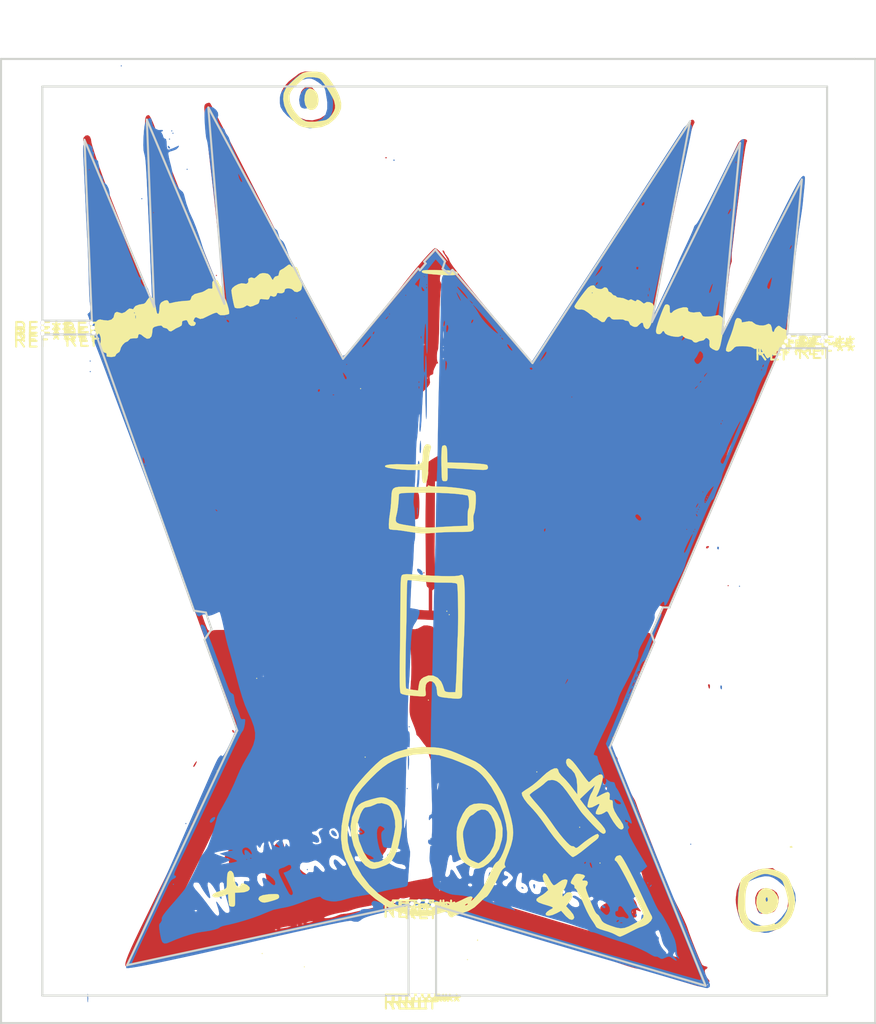
<source format=kicad_pcb>
(kicad_pcb (version 4) (host pcbnew 4.0.7-e2-6376~58~ubuntu16.04.1)
  (layers (0 F.Cu signal) (31 B.Cu signal) (34 B.Paste user hide) (35 F.Paste user hide) (36 B.SilkS user hide) (37 F.SilkS user hide) (38 B.Mask user hide) (39 F.Mask user hide) (44 Edge.Cuts user))
  (net 0 "")
  (module footprints:hole (layer F.Cu) (at 165.029 80.497)
    (fp_text reference REF** (at 0 0.5) (layer F.SilkS))
    (fp_text value hole)
    (pad 1 thru_hole circle (at 0 0) (size 0.3 0.3) (drill 0.3) (layers *.Cu *.Mask))
  )
  (module footprints:hole (layer F.Cu) (at 167.667 80.479)
    (fp_text reference REF** (at 0 0.5) (layer F.SilkS))
    (fp_text value hole)
    (pad 1 thru_hole circle (at 0 0) (size 0.3 0.3) (drill 0.3) (layers *.Cu *.Mask))
  )
  (module footprints:hole (layer F.Cu) (at 111.006 79.927)
    (fp_text reference REF** (at 0 0.5) (layer F.SilkS))
    (fp_text value hole)
    (pad 1 thru_hole circle (at 0 0) (size 0.3 0.3) (drill 0.3) (layers *.Cu *.Mask))
  )
  (module footprints:hole (layer F.Cu) (at 111.006 79.517)
    (fp_text reference REF** (at 0 0.5) (layer F.SilkS))
    (fp_text value hole)
    (pad 1 thru_hole circle (at 0 0) (size 0.3 0.3) (drill 0.3) (layers *.Cu *.Mask))
  )
  (module footprints:hole (layer F.Cu) (at 111.017 79.139)
    (fp_text reference REF** (at 0 0.5) (layer F.SilkS))
    (fp_text value hole)
    (pad 1 thru_hole circle (at 0 0) (size 0.3 0.3) (drill 0.3) (layers *.Cu *.Mask))
  )
  (module footprints:hole (layer F.Cu) (at 114.729 79.873)
    (fp_text reference REF** (at 0 0.5) (layer F.SilkS))
    (fp_text value hole)
    (pad 1 thru_hole circle (at 0 0) (size 0.3 0.3) (drill 0.3) (layers *.Cu *.Mask))
  )
  (module footprints:hole (layer F.Cu) (at 114.664 79.517)
    (fp_text reference REF** (at 0 0.5) (layer F.SilkS))
    (fp_text value hole)
    (pad 1 thru_hole circle (at 0 0) (size 0.3 0.3) (drill 0.3) (layers *.Cu *.Mask))
  )
  (module footprints:hole (layer F.Cu) (at 114.556 79.193)
    (fp_text reference REF** (at 0 0.5) (layer F.SilkS))
    (fp_text value hole)
    (pad 1 thru_hole circle (at 0 0) (size 0.3 0.3) (drill 0.3) (layers *.Cu *.Mask))
  )
  (module footprints:hole (layer F.Cu) (at 138.369 121.139)
    (fp_text reference REF** (at 0 0.5) (layer F.SilkS))
    (fp_text value hole)
    (pad 1 thru_hole circle (at 0 0) (size 0.3 0.3) (drill 0.3) (layers *.Cu *.Mask))
  )
  (module footprints:hole (layer F.Cu) (at 139.366 121.429)
    (fp_text reference REF** (at 0 0.5) (layer F.SilkS))
    (fp_text value hole)
    (pad 1 thru_hole circle (at 0 0) (size 0.3 0.3) (drill 0.3) (layers *.Cu *.Mask))
  )
  (module footprints:hole (layer F.Cu) (at 137.84 121.325)
    (fp_text reference REF** (at 0 0.5) (layer F.SilkS))
    (fp_text value hole)
    (pad 1 thru_hole circle (at 0 0) (size 0.3 0.3) (drill 0.3) (layers *.Cu *.Mask))
  )
  (module footprints:hole (layer F.Cu) (at 138.926 121.147)
    (fp_text reference REF** (at 0 0.5) (layer F.SilkS))
    (fp_text value hole)
    (pad 1 thru_hole circle (at 0 0) (size 0.3 0.3) (drill 0.3) (layers *.Cu *.Mask))
  )
  (module footprints:hole (layer F.Cu) (at 137.861 127.986)
    (fp_text reference REF** (at 0 0.5) (layer F.SilkS))
    (fp_text value hole)
    (pad 1 thru_hole circle (at 0 0) (size 0.3 0.3) (drill 0.3) (layers *.Cu *.Mask))
  )
  (module footprints:hole (layer F.Cu) (at 138.348 127.986)
    (fp_text reference REF** (at 0 0.5) (layer F.SilkS))
    (fp_text value hole)
    (pad 1 thru_hole circle (at 0 0) (size 0.3 0.3) (drill 0.3) (layers *.Cu *.Mask))
  )
  (module footprints:hole (layer F.Cu) (at 138.835 127.986)
    (fp_text reference REF** (at 0 0.5) (layer F.SilkS))
    (fp_text value hole)
    (pad 1 thru_hole circle (at 0 0) (size 0.3 0.3) (drill 0.3) (layers *.Cu *.Mask))
  )
  (module footprints:hole (layer F.Cu) (at 139.322 127.986)
    (fp_text reference REF** (at 0 0.5) (layer F.SilkS))
    (fp_text value hole)
    (pad 1 thru_hole circle (at 0 0) (size 0.3 0.3) (drill 0.3) (layers *.Cu *.Mask))
  )
  (module footprints:hole (layer F.Cu) (at 167.943 80.755)
    (fp_text reference REF** (at 0 0.5) (layer F.SilkS))
    (fp_text value hole)
    (pad 1 thru_hole circle (at 0 0) (size 0.3 0.3) (drill 0.3) (layers *.Cu *.Mask))
  )
  (module footprints:hole (layer F.Cu) (at 167.923 80.213)
    (fp_text reference REF** (at 0 0.5) (layer F.SilkS))
    (fp_text value hole)
    (pad 1 thru_hole circle (at 0 0) (size 0.3 0.3) (drill 0.3) (layers *.Cu *.Mask))
  )
  (module footprints:hole (layer F.Cu) (at 165.237 80.155)
    (fp_text reference REF** (at 0 0.5) (layer F.SilkS))
    (fp_text value hole)
    (pad 1 thru_hole circle (at 0 0) (size 0.3 0.3) (drill 0.3) (layers *.Cu *.Mask))
  )
  (module footprints:hole (layer F.Cu) (at 164.849 80.868)
    (fp_text reference REF** (at 0 0.5) (layer F.SilkS))
    (fp_text value hole)
    (pad 1 thru_hole circle (at 0 0) (size 0.3 0.3) (drill 0.3) (layers *.Cu *.Mask))
  )
  (module footprints:top (layer F.Cu) (at 163.597 121.129)
    (fp_text reference TOP hide)
    (fp_text value Top hide)
    (fp_poly (pts (xy -40.421733 -57.928343) (xy -40.373879 -57.850182) (xy -40.268592 -57.657818) (xy -40.104146 -57.347898) (xy -39.878815 -56.917066) (xy -39.590869 -56.36197) (xy -39.238583 -55.679255) (xy -38.820228 -54.865567) (xy -38.334078 -53.917552) (xy -37.778406 -52.831856) (xy -37.151483 -51.605126) (xy -36.451583 -50.234007) (xy -35.676978 -48.715146) (xy -35.675884 -48.713) (xy -35.366054 -48.106542) (xy -35.064877 -47.519432) (xy -34.785414 -46.976951) (xy -34.540728 -46.504382) (xy -34.343881 -46.127006) (xy -34.207934 -45.870106) (xy -34.188618 -45.834333) (xy -33.967324 -45.423532) (xy -33.735449 -44.98563) (xy -33.468653 -44.474406) (xy -33.252297 -44.056333) (xy -33.191627 -43.937064) (xy -33.065902 -43.688603) (xy -32.886248 -43.332988) (xy -32.663795 -42.892253) (xy -32.409668 -42.388437) (xy -32.16209 -41.897333) (xy -31.760612 -41.117017) (xy -31.420344 -40.49121) (xy -31.139537 -40.017228) (xy -30.916443 -39.692386) (xy -30.749313 -39.513999) (xy -30.636399 -39.479383) (xy -30.604971 -39.506702) (xy -30.535355 -39.596377) (xy -30.379886 -39.790399) (xy -30.16004 -40.062139) (xy -29.897296 -40.384973) (xy -29.835333 -40.460863) (xy -29.804913 -40.498276) (xy -28.841633 -40.498276) (xy -28.824379 -40.383227) (xy -28.818858 -40.372445) (xy -28.640669 -40.175696) (xy -28.351386 -39.993664) (xy -28.008363 -39.858363) (xy -27.822361 -39.816222) (xy -27.561042 -39.753476) (xy -27.353146 -39.66818) (xy -27.318271 -39.645513) (xy -27.145568 -39.574738) (xy -27.041333 -39.583027) (xy -26.874767 -39.637537) (xy -26.639915 -39.700914) (xy -26.618 -39.706268) (xy -26.347984 -39.768345) (xy -26.108978 -39.8184) (xy -26.105341 -39.819094) (xy -25.91028 -39.890147) (xy -25.654085 -40.025364) (xy -25.512675 -40.114598) (xy -25.258362 -40.259441) (xy -25.054598 -40.325803) (xy -24.988166 -40.32309) (xy -24.859469 -40.320973) (xy -24.842806 -40.41644) (xy -24.929657 -40.588158) (xy -25.111505 -40.814797) (xy -25.235343 -40.942) (xy -25.630686 -41.32623) (xy -26.568843 -41.334226) (xy -27.166458 -41.323931) (xy -27.631844 -41.275676) (xy -27.999575 -41.180675) (xy -28.304223 -41.030141) (xy -28.568585 -40.825989) (xy -28.763545 -40.632858) (xy -28.841633 -40.498276) (xy -29.804913 -40.498276) (xy -29.507428 -40.864135) (xy -29.161193 -41.293104) (xy -28.840004 -41.693861) (xy -28.607666 -41.986545) (xy -28.338747 -42.325034) (xy -28.008881 -42.736052) (xy -27.66485 -43.161481) (xy -27.422333 -43.459129) (xy -27.123721 -43.826654) (xy -26.827862 -44.195219) (xy -26.571207 -44.519173) (xy -26.406333 -44.731613) (xy -26.086814 -45.141701) (xy -25.740376 -45.570293) (xy -25.384865 -45.997015) (xy -25.038126 -46.401496) (xy -24.718005 -46.763362) (xy -24.442347 -47.062241) (xy -24.228999 -47.27776) (xy -24.095806 -47.389547) (xy -24.068327 -47.400666) (xy -23.943263 -47.339102) (xy -23.760958 -47.179425) (xy -23.601366 -47.003609) (xy -23.405948 -46.767006) (xy -23.241212 -46.567857) (xy -23.163735 -46.474442) (xy -23.122884 -46.44364) (xy -23.149265 -46.520505) (xy -23.223501 -46.667195) (xy -23.326216 -46.845867) (xy -23.438036 -47.018678) (xy -23.453733 -47.040833) (xy -23.528319 -47.183042) (xy -23.49566 -47.231333) (xy -23.409 -47.163967) (xy -23.400666 -47.117455) (xy -23.34266 -46.978348) (xy -23.236132 -46.854676) (xy -23.09355 -46.65843) (xy -23.018289 -46.46306) (xy -22.944994 -46.320644) (xy -22.761629 -46.054495) (xy -22.470534 -45.667521) (xy -22.074049 -45.16263) (xy -21.574516 -44.542727) (xy -20.974275 -43.810721) (xy -20.275666 -42.969518) (xy -19.48103 -42.022025) (xy -18.667506 -41.059357) (xy -18.287986 -40.611502) (xy -17.9364 -40.196273) (xy -17.630407 -39.83455) (xy -17.387666 -39.547218) (xy -17.225835 -39.355157) (xy -17.173811 -39.293002) (xy -17.000622 -39.08429) (xy -16.786857 -39.368978) (xy -16.651388 -39.560671) (xy -16.440968 -39.872579) (xy -16.170617 -40.281463) (xy -15.855353 -40.764082) (xy -15.510197 -41.297197) (xy -15.150168 -41.85757) (xy -14.790284 -42.421959) (xy -14.445565 -42.967126) (xy -14.13103 -43.469832) (xy -14.003752 -43.675333) (xy -13.696047 -44.167917) (xy -13.305546 -44.782956) (xy -12.843925 -45.502375) (xy -12.322859 -46.308096) (xy -11.754024 -47.182044) (xy -11.149094 -48.106143) (xy -10.743 -48.72372) (xy -10.668909 -48.83651) (xy -10.582398 -48.968956) (xy -10.475124 -49.133975) (xy -10.338749 -49.344487) (xy -10.164931 -49.61341) (xy -9.945332 -49.953662) (xy -9.671609 -50.378162) (xy -9.335425 -50.899828) (xy -8.928437 -51.531579) (xy -8.442307 -52.286334) (xy -8.166839 -52.714057) (xy -7.6046 -53.586696) (xy -7.126422 -54.327061) (xy -6.724797 -54.945319) (xy -6.392217 -55.451634) (xy -6.121175 -55.856173) (xy -5.904161 -56.169101) (xy -5.73367 -56.400585) (xy -5.602192 -56.560789) (xy -5.50222 -56.65988) (xy -5.426246 -56.708023) (xy -5.366762 -56.715385) (xy -5.31626 -56.69213) (xy -5.267233 -56.648425) (xy -5.263723 -56.644923) (xy -5.226477 -56.523181) (xy -5.314817 -56.335641) (xy -5.365308 -56.225581) (xy -5.430576 -56.023166) (xy -5.51258 -55.719704) (xy -5.613277 -55.306506) (xy -5.734625 -54.774882) (xy -5.878582 -54.116142) (xy -6.047107 -53.321596) (xy -6.242157 -52.382553) (xy -6.465691 -51.290324) (xy -6.593553 -50.660333) (xy -6.736033 -49.959181) (xy -6.896073 -49.175828) (xy -7.061018 -48.371951) (xy -7.218212 -47.609225) (xy -7.354999 -46.949327) (xy -7.357981 -46.935) (xy -7.511417 -46.193215) (xy -7.662352 -45.45468) (xy -7.806955 -44.738901) (xy -7.941396 -44.065386) (xy -8.061844 -43.453641) (xy -8.164467 -42.923173) (xy -8.245436 -42.493489) (xy -8.300919 -42.184097) (xy -8.327085 -42.014502) (xy -8.32863 -41.992427) (xy -8.294783 -42.050941) (xy -8.200382 -42.243399) (xy -8.054961 -42.549597) (xy -7.868052 -42.949331) (xy -7.649187 -43.422394) (xy -7.474757 -43.802333) (xy -7.228856 -44.332488) (xy -6.997314 -44.818392) (xy -6.791938 -45.236307) (xy -6.624535 -45.562492) (xy -6.506912 -45.773207) (xy -6.462937 -45.836798) (xy -6.423437 -45.886129) (xy -6.372502 -45.964478) (xy -6.305304 -46.081872) (xy -6.217014 -46.248338) (xy -6.102806 -46.473904) (xy -5.95785 -46.768596) (xy -5.77732 -47.142443) (xy -5.556387 -47.605471) (xy -5.290224 -48.167709) (xy -4.974002 -48.839182) (xy -4.602893 -49.629919) (xy -4.172071 -50.549946) (xy -3.676705 -51.609291) (xy -3.448773 -52.097041) (xy -3.145573 -52.743982) (xy -2.86079 -53.347881) (xy -2.60331 -53.890176) (xy -2.38202 -54.352302) (xy -2.205807 -54.715698) (xy -2.083559 -54.9618) (xy -2.025375 -55.07024) (xy -1.840594 -55.245827) (xy -1.620848 -55.31107) (xy -1.46565 -55.270742) (xy -1.401839 -55.175871) (xy -1.44771 -55.090619) (xy -1.483034 -54.978561) (xy -1.534149 -54.722368) (xy -1.597209 -54.346096) (xy -1.668367 -53.873801) (xy -1.743775 -53.32954) (xy -1.804178 -52.861666) (xy -1.878545 -52.26784) (xy -1.947658 -51.717797) (xy -2.008213 -51.237677) (xy -2.056909 -50.853615) (xy -2.090443 -50.59175) (xy -2.103694 -50.491) (xy -2.160071 -50.06752) (xy -2.222456 -49.57869) (xy -2.283087 -49.087153) (xy -2.334198 -48.655554) (xy -2.36079 -48.416666) (xy -2.39879 -48.07991) (xy -2.447953 -47.672364) (xy -2.490091 -47.340619) (xy -2.523322 -47.02282) (xy -2.535455 -46.761868) (xy -2.52413 -46.611219) (xy -2.522481 -46.606402) (xy -2.519437 -46.433175) (xy -2.556137 -46.327782) (xy -2.613748 -46.154046) (xy -2.667384 -45.889757) (xy -2.686995 -45.749666) (xy -2.711089 -45.541155) (xy -2.750592 -45.195591) (xy -2.801953 -44.744189) (xy -2.861623 -44.218166) (xy -2.926053 -43.648736) (xy -2.951738 -43.421333) (xy -3.016202 -42.859723) (xy -3.077327 -42.344619) (xy -3.131711 -41.903339) (xy -3.175954 -41.563199) (xy -3.206654 -41.351514) (xy -3.215282 -41.30484) (xy -3.228443 -41.173176) (xy -3.193382 -41.161848) (xy -3.145368 -41.247288) (xy -3.028876 -41.472621) (xy -2.849961 -41.825694) (xy -2.614681 -42.294352) (xy -2.32909 -42.866441) (xy -1.999245 -43.529806) (xy -1.631202 -44.272295) (xy -1.231017 -45.081752) (xy -0.804745 -45.946023) (xy -0.79721 -45.961333) (xy 1.237334 -45.961333) (xy 1.268312 -45.891643) (xy 1.293778 -45.904889) (xy 1.303911 -46.005368) (xy 1.293778 -46.017778) (xy 1.243444 -46.006155) (xy 1.237334 -45.961333) (xy -0.79721 -45.961333) (xy -0.630529 -46.3) (xy 1.237334 -46.3) (xy 1.268312 -46.23031) (xy 1.293778 -46.243555) (xy 1.303911 -46.344035) (xy 1.293778 -46.356444) (xy 1.243444 -46.344822) (xy 1.237334 -46.3) (xy -0.630529 -46.3) (xy -0.413666 -46.740626) (xy 0.031966 -47.644195) (xy 0.458711 -48.504119) (xy 0.860329 -49.308159) (xy 1.230582 -50.044072) (xy 1.563232 -50.699619) (xy 1.852039 -51.262557) (xy 2.090764 -51.720647) (xy 2.27317 -52.061647) (xy 2.393016 -52.273316) (xy 2.441503 -52.342715) (xy 2.498604 -52.379781) (xy 2.549109 -52.409374) (xy 2.592214 -52.422653) (xy 2.627116 -52.41078) (xy 2.653013 -52.364914) (xy 2.669102 -52.276217) (xy 2.67458 -52.135848) (xy 2.668644 -51.934968) (xy 2.65049 -51.664737) (xy 2.619317 -51.316316) (xy 2.574321 -50.880865) (xy 2.514699 -50.349545) (xy 2.439648 -49.713515) (xy 2.348366 -48.963936) (xy 2.240049 -48.09197) (xy 2.113895 -47.088775) (xy 1.9691 -45.945513) (xy 1.804862 -44.653343) (xy 1.620378 -43.203427) (xy 1.588859 -42.955666) (xy 1.530793 -42.4366) (xy 1.495611 -41.984553) (xy 1.485356 -41.634045) (xy 1.498919 -41.435064) (xy 1.518352 -41.152227) (xy 1.456756 -41.01173) (xy 1.398502 -40.938095) (xy 1.312718 -40.787944) (xy 1.193273 -40.548061) (xy 1.034037 -40.205231) (xy 0.828881 -39.74624) (xy 0.571675 -39.157873) (xy 0.256289 -38.426914) (xy 0.237714 -38.383666) (xy 0.053512 -37.955966) (xy -0.180916 -37.413594) (xy -0.448014 -36.797053) (xy -0.730228 -36.146847) (xy -1.010001 -35.50348) (xy -1.13841 -35.208666) (xy -1.656536 -34.018571) (xy -2.120873 -32.949441) (xy -2.528719 -32.007533) (xy -2.877374 -31.199103) (xy -3.164135 -30.530407) (xy -3.3863 -30.0077) (xy -3.460062 -29.832333) (xy -3.82344 -28.96752) (xy -4.172318 -28.143654) (xy -4.522333 -27.324353) (xy -4.889123 -26.473235) (xy -5.288325 -25.553918) (xy -5.735576 -24.53002) (xy -5.916391 -24.117333) (xy -6.360613 -23.103419) (xy -6.741191 -22.233074) (xy -7.062988 -21.49501) (xy -7.330864 -20.87794) (xy -7.549681 -20.370576) (xy -7.724302 -19.961629) (xy -7.859587 -19.639812) (xy -7.960399 -19.393836) (xy -8.031599 -19.212415) (xy -8.049346 -19.165001) (xy -8.142049 -18.933899) (xy -8.221616 -18.768877) (xy -8.239083 -18.741667) (xy -8.284606 -18.648757) (xy -8.389743 -18.415674) (xy -8.547703 -18.058014) (xy -8.751689 -17.591372) (xy -8.99491 -17.031344) (xy -9.270572 -16.393526) (xy -9.571881 -15.693512) (xy -9.88829 -14.955668) (xy -10.260735 -14.086723) (xy -10.571799 -13.359633) (xy -10.825215 -12.759939) (xy -11.024714 -12.273181) (xy -11.174027 -11.884899) (xy -11.276886 -11.580635) (xy -11.337022 -11.345929) (xy -11.358167 -11.166321) (xy -11.344051 -11.027352) (xy -11.298408 -10.914563) (xy -11.224967 -10.813494) (xy -11.127461 -10.709685) (xy -11.014048 -10.593363) (xy -10.857313 -10.412883) (xy -10.80638 -10.28759) (xy -10.842774 -10.157653) (xy -10.865723 -10.11299) (xy -10.92013 -9.976218) (xy -10.909507 -9.839646) (xy -10.822277 -9.648277) (xy -10.736213 -9.497627) (xy -10.59101 -9.239413) (xy -10.401593 -8.887224) (xy -10.198807 -8.498874) (xy -10.099717 -8.304612) (xy -9.925928 -7.966195) (xy -9.773335 -7.679096) (xy -9.662119 -7.480745) (xy -9.620387 -7.415612) (xy -9.543031 -7.271625) (xy -9.453088 -7.042603) (xy -9.429729 -6.972333) (xy -9.357519 -6.764917) (xy -9.237956 -6.442671) (xy -9.086995 -6.04782) (xy -8.920591 -5.622589) (xy -8.901855 -5.575333) (xy -8.713223 -5.098554) (xy -8.516539 -4.598606) (xy -8.335995 -4.137128) (xy -8.204093 -3.797333) (xy -8.05404 -3.412058) (xy -7.902417 -3.028978) (xy -7.776521 -2.716912) (xy -7.75072 -2.654333) (xy -7.636714 -2.3405) (xy -7.54853 -2.028499) (xy -7.52419 -1.90767) (xy -7.470455 -1.734886) (xy -7.350047 -1.440924) (xy -7.175806 -1.054111) (xy -6.960576 -0.602771) (xy -6.717198 -0.115229) (xy -6.668321 -0.019845) (xy -6.414981 0.481579) (xy -6.181114 0.961541) (xy -5.981137 1.389105) (xy -5.829472 1.733335) (xy -5.740537 1.963295) (xy -5.733752 1.985158) (xy -5.651469 2.236206) (xy -5.5279 2.577968) (xy -5.376697 2.976337) (xy -5.211513 3.397207) (xy -5.045998 3.806472) (xy -4.893804 4.170027) (xy -4.768584 4.453764) (xy -4.683989 4.623578) (xy -4.667824 4.648167) (xy -4.518312 4.737934) (xy -4.417911 4.754) (xy -4.297426 4.796237) (xy -4.290694 4.859834) (xy -4.371869 4.948722) (xy -4.403583 4.951556) (xy -4.472697 4.999835) (xy -4.479814 5.148961) (xy -4.43454 5.346327) (xy -4.346478 5.53933) (xy -4.280084 5.628008) (xy -4.156962 5.783535) (xy -4.156065 5.87614) (xy -4.195417 5.909996) (xy -4.297248 6.046916) (xy -4.308333 6.108667) (xy -4.381326 6.218685) (xy -4.594884 6.247728) (xy -4.940875 6.195835) (xy -5.282 6.103944) (xy -5.648427 5.991815) (xy -5.681535 5.981667) (xy -4.858666 5.981667) (xy -4.816333 6.024) (xy -4.774 5.981667) (xy -4.816333 5.939334) (xy -4.858666 5.981667) (xy -5.681535 5.981667) (xy -6.024244 5.876624) (xy -6.233621 5.812334) (xy -5.705333 5.812334) (xy -5.663 5.854667) (xy -5.620666 5.812334) (xy -5.663 5.77) (xy -5.705333 5.812334) (xy -6.233621 5.812334) (xy -6.255666 5.805565) (xy -7.094544 5.548884) (xy -7.783394 5.340953) (xy -8.333363 5.178596) (xy -8.755599 5.058634) (xy -9.061247 4.977888) (xy -9.261455 4.93318) (xy -9.357418 4.921135) (xy -9.509109 4.893261) (xy -9.78399 4.818459) (xy -10.146012 4.707387) (xy -10.559124 4.570705) (xy -10.658333 4.536503) (xy -11.250104 4.332583) (xy -11.381731 4.288334) (xy -5.197333 4.288334) (xy -5.155 4.330667) (xy -5.112666 4.288334) (xy -5.155 4.246) (xy -5.197333 4.288334) (xy -11.381731 4.288334) (xy -11.77821 4.15505) (xy -12.284986 3.990515) (xy -12.812766 3.825587) (xy -13.403882 3.646876) (xy -14.100667 3.440993) (xy -14.383666 3.358189) (xy -14.963336 3.187513) (xy -15.605637 2.996136) (xy -16.241343 2.804813) (xy -16.801229 2.634302) (xy -16.923666 2.59661) (xy -18.179696 2.210629) (xy -19.566494 1.787766) (xy -21.052037 1.337753) (xy -22.604302 0.87032) (xy -22.638666 0.860002) (xy -23.167782 0.700953) (xy -23.654493 0.554285) (xy -24.070897 0.428434) (xy -24.38909 0.331838) (xy -24.581168 0.272936) (xy -24.609552 0.264029) (xy -24.819952 0.223409) (xy -24.960821 0.233678) (xy -25.091966 0.230433) (xy -25.124296 0.201477) (xy -25.148906 0.180319) (xy -25.20101 0.170047) (xy -25.295571 0.173525) (xy -25.447552 0.193618) (xy -25.671915 0.23319) (xy -25.983624 0.295105) (xy -26.397639 0.382229) (xy -26.928925 0.497424) (xy -27.592443 0.643557) (xy -28.403157 0.823491) (xy -28.5865 0.864279) (xy -29.021635 0.959527) (xy -29.479775 1.057273) (xy -29.877814 1.139844) (xy -29.962333 1.156871) (xy -30.162459 1.198932) (xy -30.508489 1.274024) (xy -30.981165 1.377834) (xy -31.561227 1.506047) (xy -32.229416 1.654348) (xy -32.966473 1.818423) (xy -33.753138 1.993956) (xy -34.570154 2.176635) (xy -35.39826 2.362142) (xy -36.218197 2.546165) (xy -37.010707 2.724389) (xy -37.75653 2.892498) (xy -38.436407 3.046178) (xy -39.031079 3.181115) (xy -39.521287 3.292993) (xy -39.887772 3.377499) (xy -40.111274 3.430318) (xy -40.122333 3.433028) (xy -40.460095 3.510758) (xy -40.880288 3.599868) (xy -41.298546 3.682543) (xy -41.345608 3.691373) (xy -41.678381 3.763555) (xy -41.945907 3.840552) (xy -42.104992 3.909212) (xy -42.127478 3.929479) (xy -42.185797 3.979947) (xy -42.19537 3.9539) (xy -42.242359 3.932624) (xy -42.298267 3.975067) (xy -42.436512 4.03314) (xy -42.678181 4.069914) (xy -42.843603 4.076667) (xy -43.102561 4.090095) (xy -43.284714 4.124505) (xy -43.33449 4.152959) (xy -43.443799 4.205166) (xy -43.64428 4.227462) (xy -43.656987 4.22746) (xy -43.837924 4.24466) (xy -44.145585 4.293113) (xy -44.541683 4.366054) (xy -44.987933 4.456718) (xy -45.141792 4.489835) (xy -45.579582 4.583776) (xy -45.963413 4.662994) (xy -46.260521 4.720964) (xy -46.43814 4.75116) (xy -46.468264 4.754) (xy -46.541235 4.726161) (xy -46.569028 4.635413) (xy -46.547455 4.470913) (xy -46.472327 4.221814) (xy -46.339453 3.877274) (xy -46.144645 3.426446) (xy -45.883714 2.858487) (xy -45.666349 2.401808) (xy -43.775207 2.401808) (xy -43.771591 2.445297) (xy -43.771536 2.445353) (xy -43.733875 2.452859) (xy -43.640952 2.439315) (xy -43.47384 2.399652) (xy -43.21361 2.328799) (xy -42.841334 2.221685) (xy -42.459623 2.109091) (xy -35.725278 2.109091) (xy -35.642055 2.122649) (xy -35.532241 2.107083) (xy -35.53093 2.078181) (xy -35.644247 2.057969) (xy -35.693208 2.071497) (xy -35.725278 2.109091) (xy -42.459623 2.109091) (xy -42.338082 2.07324) (xy -42.106976 2.00439) (xy -35.347618 2.00439) (xy -35.233946 2.003908) (xy -35.039918 1.976766) (xy -34.807802 1.928903) (xy -34.579864 1.866254) (xy -34.576666 1.865224) (xy -34.514482 1.832839) (xy -34.612126 1.829461) (xy -34.788333 1.846616) (xy -35.061054 1.890359) (xy -35.27513 1.945182) (xy -35.338666 1.972274) (xy -35.347618 2.00439) (xy -42.106976 2.00439) (xy -41.942666 1.95544) (xy -41.527406 1.841632) (xy -41.106186 1.74308) (xy -41.059322 1.734222) (xy -34.125111 1.734222) (xy -34.113489 1.784557) (xy -34.068666 1.790667) (xy -33.998976 1.759689) (xy -34.012222 1.734222) (xy -34.112702 1.724089) (xy -34.125111 1.734222) (xy -41.059322 1.734222) (xy -40.802917 1.685758) (xy -33.777945 1.685758) (xy -33.694722 1.699316) (xy -33.584908 1.683749) (xy -33.583597 1.654847) (xy -33.696914 1.634636) (xy -33.745875 1.648163) (xy -33.777945 1.685758) (xy -40.802917 1.685758) (xy -40.748222 1.67542) (xy -40.635842 1.660243) (xy -40.326389 1.61749) (xy -40.180152 1.588953) (xy -33.434484 1.588953) (xy -33.389533 1.606199) (xy -33.249382 1.588406) (xy -33.052666 1.536667) (xy -32.923649 1.488082) (xy -32.951578 1.468733) (xy -33.010333 1.466391) (xy -33.23272 1.498323) (xy -33.349 1.536667) (xy -33.434484 1.588953) (xy -40.180152 1.588953) (xy -40.059387 1.565387) (xy -39.936217 1.530286) (xy -39.745824 1.476096) (xy -39.459781 1.414339) (xy -39.227777 1.372992) (xy -38.901087 1.305496) (xy -38.632519 1.227839) (xy -32.148166 1.227839) (xy -32.147644 1.228386) (xy -32.015773 1.262576) (xy -31.781987 1.246869) (xy -31.503036 1.190522) (xy -31.23567 1.102789) (xy -31.155825 1.066627) (xy -30.914388 0.977854) (xy -30.706484 0.944) (xy -30.493072 0.924698) (xy -30.217521 0.876793) (xy -30.147992 0.86145) (xy -29.704625 0.758906) (xy -29.200377 0.6432) (xy -28.660532 0.520036) (xy -28.110374 0.395116) (xy -27.57519 0.274143) (xy -27.080263 0.16282) (xy -26.650878 0.066849) (xy -26.31232 -0.008067) (xy -26.089874 -0.056225) (xy -26.009289 -0.072) (xy -25.938962 -0.138541) (xy -25.911444 -0.195363) (xy -25.904617 -0.273093) (xy -26.000713 -0.264449) (xy -26.089581 -0.233001) (xy -26.339094 -0.18516) (xy -26.530028 -0.196876) (xy -26.65497 -0.212576) (xy -26.641895 -0.177094) (xy -26.681628 -0.136074) (xy -26.874723 -0.071036) (xy -27.207406 0.014846) (xy -27.665904 0.118398) (xy -28.236442 0.236446) (xy -28.905248 0.365817) (xy -29.369666 0.45149) (xy -29.692928 0.521133) (xy -29.987052 0.602871) (xy -30.131666 0.655469) (xy -30.391857 0.74218) (xy -30.691054 0.805803) (xy -30.724333 0.81039) (xy -31.031155 0.861169) (xy -31.360245 0.934172) (xy -31.674046 1.01837) (xy -31.935004 1.102733) (xy -32.105563 1.176233) (xy -32.148166 1.227839) (xy -38.632519 1.227839) (xy -38.601964 1.219004) (xy -38.453895 1.159658) (xy -38.23377 1.069228) (xy -38.058579 1.028814) (xy -38.051658 1.028667) (xy -37.925119 1.008577) (xy -37.665837 0.953076) (xy -37.304964 0.869315) (xy -36.873655 0.764445) (xy -36.580318 0.690894) (xy -36.128189 0.578054) (xy -35.734204 0.483208) (xy -35.427269 0.413039) (xy -35.236292 0.374226) (xy -35.187819 0.36903) (xy -35.074674 0.366008) (xy -34.856341 0.340303) (xy -34.724833 0.320615) (xy -34.477742 0.268992) (xy -34.358469 0.200802) (xy -34.327067 0.094676) (xy -34.153333 0.094676) (xy -34.091272 0.141261) (xy -34.026333 0.127951) (xy -33.914932 0.067856) (xy -33.899333 0.045942) (xy -33.96847 0.016345) (xy -34.026333 0.012667) (xy -34.139026 0.056976) (xy -34.153333 0.094676) (xy -34.327067 0.094676) (xy -34.325752 0.090235) (xy -34.325711 0.070979) (xy -34.404156 -0.17177) (xy -34.555794 -0.368333) (xy -29.666 -0.368333) (xy -29.623666 -0.326) (xy -29.581333 -0.368333) (xy -29.623666 -0.410666) (xy -29.666 -0.368333) (xy -34.555794 -0.368333) (xy -34.61644 -0.446946) (xy -34.938674 -0.725365) (xy -35.030322 -0.789835) (xy -35.23257 -0.919366) (xy -35.347424 -0.958084) (xy -35.425076 -0.913885) (xy -35.468836 -0.858828) (xy -35.551395 -0.766604) (xy -35.643575 -0.755827) (xy -35.805362 -0.827333) (xy -35.875579 -0.864495) (xy -36.140243 -1.069512) (xy -36.189526 -1.172666) (xy -35.677333 -1.172666) (xy -35.646355 -1.102976) (xy -35.620889 -1.116222) (xy -35.610756 -1.216702) (xy -35.620889 -1.229111) (xy -35.671223 -1.217489) (xy -35.677333 -1.172666) (xy -36.189526 -1.172666) (xy -36.2752 -1.351987) (xy -36.303782 -1.553666) (xy -36.336655 -1.737504) (xy -36.405463 -1.995247) (xy -36.435051 -2.089815) (xy -36.503061 -2.334239) (xy -36.502132 -2.458836) (xy -35.760703 -2.458836) (xy -35.747979 -2.313801) (xy -35.703595 -2.321139) (xy -35.677333 -2.358) (xy -35.603437 -2.555289) (xy -35.593963 -2.638163) (xy -35.629199 -2.741254) (xy -35.677333 -2.739) (xy -35.74004 -2.623517) (xy -35.760703 -2.458836) (xy -36.502132 -2.458836) (xy -36.501768 -2.507513) (xy -36.425835 -2.695275) (xy -36.393515 -2.756465) (xy -36.238278 -2.986497) (xy -36.065836 -3.163551) (xy -36.039355 -3.182554) (xy -35.89546 -3.337131) (xy -35.847294 -3.578556) (xy -35.846666 -3.621897) (xy -35.796947 -3.909347) (xy -35.622797 -4.1493) (xy -35.6092 -4.162493) (xy -35.39932 -4.336577) (xy -35.255888 -4.371687) (xy -35.146824 -4.266566) (xy -35.087172 -4.142049) (xy -35.034413 -3.957286) (xy -35.042853 -3.755532) (xy -35.116023 -3.470371) (xy -35.124287 -3.443549) (xy -35.209125 -3.176356) (xy -35.277891 -2.970676) (xy -35.305203 -2.896882) (xy -35.274429 -2.829444) (xy -35.138641 -2.811648) (xy -34.953109 -2.838517) (xy -34.773101 -2.905077) (xy -34.70317 -2.951079) (xy -34.592211 -3.020054) (xy -34.499532 -2.984517) (xy -34.373761 -2.827568) (xy -34.045193 -2.440265) (xy -33.655214 -2.089675) (xy -33.277083 -1.839065) (xy -33.019063 -1.677831) (xy -32.73132 -1.460507) (xy -32.59975 -1.34703) (xy -32.36398 -1.155189) (xy -32.141095 -1.01253) (xy -32.036666 -0.967661) (xy -31.892176 -0.933371) (xy -31.89797 -0.965441) (xy -31.989349 -1.041283) (xy -32.146851 -1.142899) (xy -32.236293 -1.172666) (xy -32.28305 -1.205071) (xy -32.273578 -1.217977) (xy -32.168275 -1.220963) (xy -31.967623 -1.164946) (xy -31.724888 -1.07208) (xy -31.49334 -0.964522) (xy -31.326246 -0.864426) (xy -31.274666 -0.802517) (xy -31.329443 -0.652056) (xy -31.364526 -0.608674) (xy -31.330488 -0.57158) (xy -31.166277 -0.547976) (xy -30.910494 -0.537628) (xy -30.601742 -0.540304) (xy -30.278622 -0.55577) (xy -29.979739 -0.583793) (xy -29.768933 -0.618321) (xy -29.630067 -0.665848) (xy -29.531069 -0.754086) (xy -29.509346 -0.805778) (xy -23.795778 -0.805778) (xy -23.784155 -0.755443) (xy -23.739333 -0.749333) (xy -23.669643 -0.780311) (xy -23.682889 -0.805778) (xy -23.783368 -0.815911) (xy -23.795778 -0.805778) (xy -29.509346 -0.805778) (xy -29.466675 -0.907311) (xy -29.431621 -1.149801) (xy -29.420644 -1.505832) (xy -29.428481 -1.999681) (xy -29.433339 -2.166221) (xy -29.439522 -2.531938) (xy -29.434309 -2.813824) (xy -29.418967 -2.982894) (xy -29.396336 -3.012887) (xy -29.364676 -3.034818) (xy -29.361951 -3.0565) (xy -29.188841 -3.0565) (xy -29.17343 -2.867917) (xy -29.15637 -2.794198) (xy -29.123301 -2.781348) (xy -29.115666 -2.781333) (xy -29.085919 -2.855046) (xy -29.073336 -3.032599) (xy -29.073333 -3.035333) (xy -29.092555 -3.213748) (xy -29.138861 -3.289316) (xy -29.139629 -3.289333) (xy -29.182302 -3.216681) (xy -29.188841 -3.0565) (xy -29.361951 -3.0565) (xy -29.344905 -3.19211) (xy -29.341193 -3.45097) (xy -29.341346 -3.458666) (xy -29.348406 -3.745445) (xy -29.357408 -3.874265) (xy -29.373089 -3.856479) (xy -29.400184 -3.703437) (xy -29.412 -3.628) (xy -29.471234 -3.247) (xy -29.48395 -3.601321) (xy -29.473069 -3.882005) (xy -29.430031 -4.125841) (xy -29.417426 -4.16406) (xy -29.388504 -4.389591) (xy -29.457067 -4.529405) (xy -29.559733 -4.797037) (xy -29.562783 -5.18928) (xy -29.480361 -5.637618) (xy -29.279174 -6.150819) (xy -29.244234 -6.193841) (xy -28.356161 -6.193841) (xy -28.314312 -6.088899) (xy -28.242747 -5.868963) (xy -28.226666 -5.72201) (xy -28.203242 -5.539599) (xy -28.16493 -5.457153) (xy -28.094543 -5.438057) (xy -28.075896 -5.555908) (xy -28.110341 -5.785992) (xy -28.140305 -5.907707) (xy -28.215568 -6.120233) (xy -28.293523 -6.241683) (xy -28.317575 -6.252666) (xy -28.356161 -6.193841) (xy -29.244234 -6.193841) (xy -28.963373 -6.539659) (xy -28.663791 -6.743571) (xy -28.272615 -6.860673) (xy -27.886556 -6.814943) (xy -27.53515 -6.611116) (xy -27.4725 -6.552671) (xy -27.37353 -6.4447) (xy -27.311081 -6.334398) (xy -27.27813 -6.182959) (xy -27.267655 -5.951575) (xy -27.272634 -5.60144) (xy -27.276096 -5.467262) (xy -27.31875 -4.882255) (xy -27.40904 -4.352332) (xy -27.538645 -3.90899) (xy -27.699246 -3.583724) (xy -27.80665 -3.458666) (xy -27.886777 -3.300934) (xy -27.942795 -3.008431) (xy -27.972736 -2.614269) (xy -27.974633 -2.151557) (xy -27.946517 -1.653405) (xy -27.926103 -1.448775) (xy -27.869225 -0.946042) (xy -26.460446 -1.268946) (xy -25.975691 -1.376793) (xy -25.531371 -1.469608) (xy -25.161008 -1.540847) (xy -24.898123 -1.583968) (xy -24.795339 -1.593925) (xy -24.549914 -1.631778) (xy -24.372005 -1.705677) (xy -24.168595 -1.821212) (xy -23.959928 -1.921105) (xy -23.714856 -2.026856) (xy -23.765159 -1.60212) (xy -23.78402 -1.313695) (xy -23.734765 -1.150846) (xy -23.58808 -1.074323) (xy -23.350506 -1.046937) (xy -23.117418 -1.005596) (xy -22.948473 -0.929834) (xy -22.947012 -0.928635) (xy -22.820581 -0.865468) (xy -22.568525 -0.769776) (xy -22.228221 -0.654896) (xy -21.864032 -0.542153) (xy -21.353375 -0.388055) (xy -20.777627 -0.210404) (xy -20.226527 -0.037028) (xy -19.971666 0.044729) (xy -19.674251 0.138888) (xy -19.258166 0.267478) (xy -18.740623 0.425397) (xy -18.138837 0.607544) (xy -17.47002 0.808818) (xy -16.751385 1.024118) (xy -16.000145 1.248343) (xy -15.233512 1.476392) (xy -14.468701 1.703163) (xy -13.722923 1.923556) (xy -13.013392 2.132469) (xy -12.35732 2.324802) (xy -11.771921 2.495452) (xy -11.274407 2.63932) (xy -10.881992 2.751303) (xy -10.611889 2.826301) (xy -10.481309 2.859212) (xy -10.471827 2.86005) (xy -10.491251 2.776941) (xy -10.565108 2.581831) (xy -10.677474 2.316745) (xy -10.678951 2.313403) (xy -10.833719 2.002038) (xy -10.965064 1.832094) (xy -11.080493 1.780901) (xy -11.285952 1.766956) (xy -11.372182 1.759734) (xy -11.477724 1.682783) (xy -11.624355 1.496489) (xy -11.784501 1.246293) (xy -11.833779 1.155667) (xy -9.938666 1.155667) (xy -9.896333 1.198) (xy -9.854 1.155667) (xy -9.896333 1.113334) (xy -9.938666 1.155667) (xy -11.833779 1.155667) (xy -11.930585 0.977638) (xy -12.000009 0.817) (xy -9.769333 0.817) (xy -9.727 0.859334) (xy -9.684666 0.817) (xy -9.727 0.774667) (xy -9.769333 0.817) (xy -12.000009 0.817) (xy -12.035031 0.735966) (xy -12.067726 0.61356) (xy -12.065617 0.499428) (xy -12.0075 0.395731) (xy -11.870744 0.286428) (xy -11.632717 0.155482) (xy -11.270788 -0.013148) (xy -11.039333 -0.115276) (xy -10.73478 -0.259275) (xy -10.47251 -0.402497) (xy -10.31421 -0.510187) (xy -10.112876 -0.636966) (xy -9.94805 -0.652821) (xy -9.85965 -0.55797) (xy -9.854 -0.507696) (xy -9.799087 -0.343243) (xy -9.664654 -0.147292) (xy -9.642333 -0.122334) (xy -9.500625 0.069867) (xy -9.431889 0.240269) (xy -9.430666 0.257907) (xy -9.371357 0.426636) (xy -9.260814 0.56347) (xy -9.138484 0.703436) (xy -9.154631 0.759384) (xy -9.299826 0.714021) (xy -9.333449 0.696717) (xy -9.444511 0.650291) (xy -9.480049 0.699879) (xy -9.460245 0.879033) (xy -9.456622 0.901524) (xy -9.43728 1.100356) (xy -9.481453 1.183164) (xy -9.583925 1.198) (xy -9.770961 1.245136) (xy -9.815432 1.371521) (xy -9.710104 1.55462) (xy -9.701477 1.564101) (xy -9.577722 1.75392) (xy -9.455436 2.028311) (xy -9.40542 2.177401) (xy -9.290499 2.523765) (xy -9.151998 2.88168) (xy -9.103551 2.992976) (xy -9.009365 3.185887) (xy -8.913246 3.312432) (xy -8.772897 3.401062) (xy -8.546025 3.480227) (xy -8.262011 3.559047) (xy -7.870073 3.670005) (xy -7.471227 3.791296) (xy -7.149101 3.897447) (xy -7.137773 3.901452) (xy -6.768576 4.022245) (xy -6.543705 4.07168) (xy -6.467335 4.048839) (xy -6.467333 4.048556) (xy -6.494088 3.962613) (xy -6.566916 3.749503) (xy -6.67466 3.441427) (xy -6.80477 3.074501) (xy -6.976868 2.604293) (xy -7.137028 2.201342) (xy -7.304169 1.82659) (xy -7.497208 1.440978) (xy -7.735066 1.005447) (xy -8.036659 0.480936) (xy -8.176696 0.242032) (xy -8.457238 -0.252893) (xy -8.656238 -0.651781) (xy -8.791845 -0.99547) (xy -8.882209 -1.324798) (xy -8.890739 -1.364646) (xy -8.970909 -1.707306) (xy -9.058657 -2.018538) (xy -9.134208 -2.229011) (xy -9.228319 -2.466769) (xy -9.331569 -2.772233) (xy -9.372647 -2.908333) (xy -9.475999 -3.228564) (xy -9.612505 -3.602766) (xy -9.707065 -3.839666) (xy -9.832094 -4.154599) (xy -9.983973 -4.560712) (xy -10.13686 -4.988258) (xy -10.193306 -5.152) (xy -10.408247 -5.750189) (xy -10.593239 -6.190763) (xy -10.752311 -6.481996) (xy -10.889496 -6.632161) (xy -10.92298 -6.649468) (xy -11.015127 -6.762629) (xy -11.006737 -6.87617) (xy -11.016822 -7.052845) (xy -11.095724 -7.318489) (xy -11.18082 -7.52066) (xy -11.333166 -7.821957) (xy -11.49755 -8.088828) (xy -11.713716 -8.381924) (xy -11.887028 -8.598328) (xy -11.959992 -8.728951) (xy -12.063848 -8.9629) (xy -12.151772 -9.185697) (xy -12.284712 -9.48564) (xy -12.435992 -9.747254) (xy -12.53302 -9.870717) (xy -12.670111 -10.03047) (xy -12.732329 -10.147722) (xy -12.732666 -10.152864) (xy -12.774766 -10.268171) (xy -12.881593 -10.467036) (xy -12.950368 -10.580227) (xy -13.071361 -10.801936) (xy -13.131701 -10.973791) (xy -13.131418 -11.023045) (xy -13.128186 -11.177402) (xy -13.156758 -11.290333) (xy -13.15732 -11.506711) (xy -13.048547 -11.796979) (xy -12.926844 -12.068643) (xy -12.762479 -12.482424) (xy -12.562814 -13.018662) (xy -12.335212 -13.657699) (xy -12.14423 -14.211333) (xy -12.025946 -14.516829) (xy -11.847873 -14.926217) (xy -11.631359 -15.394759) (xy -11.39775 -15.877718) (xy -11.168394 -16.330357) (xy -10.964639 -16.707939) (xy -10.89798 -16.823081) (xy -10.753034 -17.090107) (xy -10.596256 -17.416341) (xy -10.442951 -17.764502) (xy -10.308425 -18.09731) (xy -10.207982 -18.377484) (xy -10.156927 -18.567744) (xy -10.157786 -18.62606) (xy -10.272164 -18.691502) (xy -10.332791 -18.698666) (xy -10.466876 -18.733381) (xy -10.706689 -18.825516) (xy -11.006354 -18.957055) (xy -11.087386 -18.995) (xy -11.389493 -19.133108) (xy -11.637591 -19.236887) (xy -11.788589 -19.288599) (xy -11.807295 -19.291333) (xy -11.944684 -19.324163) (xy -12.150554 -19.404052) (xy -12.169538 -19.412572) (xy -12.352736 -19.490426) (xy -12.652084 -19.61178) (xy -13.025514 -19.759784) (xy -13.415561 -19.911649) (xy -13.865606 -20.0912) (xy -14.324769 -20.284337) (xy -14.732987 -20.465294) (xy -14.981895 -20.583659) (xy -15.367779 -20.762318) (xy -15.819172 -20.94994) (xy -16.239512 -21.106426) (xy -16.246333 -21.108757) (xy -16.625175 -21.244455) (xy -17.107512 -21.426633) (xy -17.641339 -21.634738) (xy -18.174649 -21.848217) (xy -18.655439 -22.046517) (xy -19.031702 -22.209084) (xy -19.040333 -22.21297) (xy -19.684076 -22.47932) (xy -20.250065 -22.656367) (xy -20.793745 -22.759361) (xy -21.149618 -22.793079) (xy -21.496366 -22.823688) (xy -21.780433 -22.864653) (xy -21.957907 -22.90897) (xy -21.99034 -22.92714) (xy -22.016053 -23.061966) (xy -21.946778 -23.278564) (xy -21.79918 -23.531398) (xy -21.740669 -23.609333) (xy -21.676922 -23.754634) (xy -21.608211 -24.011452) (xy -21.55148 -24.31199) (xy -21.363111 -25.003019) (xy -21.164694 -25.421528) (xy -20.866131 -25.955409) (xy -21.252646 -26.358798) (xy -21.430442 -26.55024) (xy -21.532381 -26.672096) (xy -21.537671 -26.699393) (xy -21.534777 -26.697675) (xy -21.512387 -26.714434) (xy -21.580178 -26.833186) (xy -21.627119 -26.899248) (xy -21.78647 -27.098663) (xy -21.864321 -27.157104) (xy -21.857837 -27.072985) (xy -21.83805 -27.017166) (xy -21.854048 -26.988635) (xy -21.955163 -27.071545) (xy -22.065183 -27.187857) (xy -22.257369 -27.382558) (xy -22.424318 -27.474207) (xy -22.639794 -27.497129) (xy -22.726692 -27.495685) (xy -23.019995 -27.509824) (xy -23.282841 -27.558639) (xy -23.337166 -27.576899) (xy -23.463501 -27.652953) (xy -23.540274 -27.778755) (xy -23.570721 -27.981652) (xy -23.558077 -28.288993) (xy -23.50558 -28.728123) (xy -23.488023 -28.851923) (xy -23.408151 -29.252465) (xy -23.294555 -29.504243) (xy -23.127428 -29.627254) (xy -22.886964 -29.641493) (xy -22.733122 -29.614091) (xy -22.343138 -29.477541) (xy -22.057277 -29.278452) (xy -21.901851 -29.038331) (xy -21.881351 -28.917846) (xy -21.837388 -28.729684) (xy -21.684874 -28.602769) (xy -21.6015 -28.563966) (xy -21.407404 -28.445913) (xy -21.152024 -28.243436) (xy -20.887258 -27.998066) (xy -20.860666 -27.971137) (xy -20.586104 -27.715773) (xy -20.302589 -27.492598) (xy -20.068698 -27.34745) (xy -20.056333 -27.341684) (xy -19.686201 -27.13141) (xy -19.439451 -26.879473) (xy -19.310487 -26.565073) (xy -19.293714 -26.16741) (xy -19.383535 -25.665683) (xy -19.498395 -25.267738) (xy -19.641413 -24.81148) (xy -19.731482 -24.489951) (xy -19.769641 -24.27738) (xy -19.756927 -24.147999) (xy -19.694379 -24.076039) (xy -19.583033 -24.03573) (xy -19.548333 -24.027719) (xy -19.359237 -23.970741) (xy -19.064464 -23.864742) (xy -18.713713 -23.728019) (xy -18.532333 -23.653629) (xy -18.085998 -23.466409) (xy -17.584415 -23.254576) (xy -17.058771 -23.031452) (xy -16.540253 -22.810357) (xy -16.06005 -22.604615) (xy -15.649349 -22.427546) (xy -15.339336 -22.292474) (xy -15.188 -22.225075) (xy -15.018411 -22.151278) (xy -14.721842 -22.02586) (xy -14.328063 -21.861261) (xy -13.866844 -21.669918) (xy -13.367953 -21.464272) (xy -13.325333 -21.446765) (xy -12.720746 -21.196943) (xy -12.021891 -20.905677) (xy -11.28997 -20.598628) (xy -10.586185 -20.301455) (xy -10.077448 -20.08504) (xy -9.583161 -19.875463) (xy -9.144 -19.692357) (xy -8.782787 -19.544982) (xy -8.522344 -19.442598) (xy -8.385495 -19.394466) (xy -8.370507 -19.392441) (xy -8.328964 -19.475514) (xy -8.233959 -19.683505) (xy -8.099216 -19.985896) (xy -7.938458 -20.352171) (xy -7.922917 -20.387836) (xy -7.500716 -21.357338) (xy -7.89716 -21.496951) (xy -8.321735 -21.662717) (xy -8.610345 -21.817439) (xy -8.793951 -21.978536) (xy -8.825078 -22.019019) (xy -8.972852 -22.134618) (xy -9.170879 -22.128938) (xy -9.322723 -22.128099) (xy -9.553452 -22.182763) (xy -9.884705 -22.29988) (xy -10.338121 -22.486404) (xy -10.496134 -22.554725) (xy -10.911494 -22.730327) (xy -11.289114 -22.87997) (xy -11.59338 -22.990249) (xy -11.788681 -23.047753) (xy -11.818289 -23.052509) (xy -12.037865 -23.105447) (xy -12.170023 -23.175784) (xy -12.344026 -23.237315) (xy -12.491735 -23.228714) (xy -12.686852 -23.238989) (xy -12.96026 -23.357447) (xy -13.150494 -23.470402) (xy -13.404438 -23.615133) (xy -13.611349 -23.704686) (xy -13.717603 -23.720293) (xy -13.84984 -23.738672) (xy -14.06292 -23.832347) (xy -14.308856 -23.97184) (xy -14.539665 -24.127671) (xy -14.70736 -24.270362) (xy -14.764666 -24.363539) (xy -14.800971 -24.415641) (xy -14.919735 -24.338337) (xy -14.967668 -24.294807) (xy -15.17067 -24.104097) (xy -15.633663 -24.411507) (xy -15.959229 -24.600065) (xy -16.227525 -24.672409) (xy -16.498896 -24.634145) (xy -16.779006 -24.517896) (xy -16.959561 -24.470214) (xy -17.151364 -24.53097) (xy -17.216278 -24.567333) (xy -17.406144 -24.650427) (xy -17.490033 -24.619568) (xy -17.57612 -24.5993) (xy -17.765321 -24.637991) (xy -18.009561 -24.718342) (xy -18.260764 -24.823052) (xy -18.470855 -24.934822) (xy -18.566703 -25.007006) (xy -18.628283 -25.096513) (xy -18.637556 -25.226068) (xy -18.593092 -25.443303) (xy -18.573615 -25.514333) (xy -18.405333 -25.514333) (xy -18.363 -25.472) (xy -18.320666 -25.514333) (xy -18.363 -25.556666) (xy -18.405333 -25.514333) (xy -18.573615 -25.514333) (xy -18.548769 -25.604939) (xy -18.453464 -25.919785) (xy -18.382492 -26.093872) (xy -18.322582 -26.151544) (xy -18.266268 -26.123157) (xy -18.267748 -26.023778) (xy -18.320666 -25.937666) (xy -18.388416 -25.810222) (xy -18.380047 -25.757158) (xy -18.324588 -25.803725) (xy -18.222923 -25.971923) (xy -18.095223 -26.227605) (xy -18.0709 -26.280566) (xy -17.951155 -26.561848) (xy -17.873235 -26.779108) (xy -17.851626 -26.891166) (xy -17.854251 -26.896473) (xy -17.894973 -26.876699) (xy -17.897333 -26.849836) (xy -17.965052 -26.744592) (xy -18.024432 -26.711344) (xy -18.080834 -26.720714) (xy -18.054994 -26.83549) (xy -17.949301 -27.062119) (xy -17.803611 -27.385216) (xy -17.675623 -27.726788) (xy -17.639731 -27.842666) (xy -17.549706 -28.108133) (xy -17.398451 -28.494381) (xy -17.199629 -28.970319) (xy -16.966899 -29.504855) (xy -16.819501 -29.832333) (xy -3.927333 -29.832333) (xy -3.885 -29.79) (xy -3.842666 -29.832333) (xy -3.885 -29.874666) (xy -3.927333 -29.832333) (xy -16.819501 -29.832333) (xy -16.713922 -30.066897) (xy -16.454359 -30.625355) (xy -16.201872 -31.149138) (xy -16.077308 -31.398666) (xy -15.823725 -31.909821) (xy -15.784861 -31.991333) (xy -2.996 -31.991333) (xy -2.965022 -31.921643) (xy -2.939555 -31.934889) (xy -2.929422 -32.035368) (xy -2.939555 -32.047778) (xy -2.98989 -32.036155) (xy -2.996 -31.991333) (xy -15.784861 -31.991333) (xy -15.671999 -32.228046) (xy -2.911333 -32.228046) (xy -2.901487 -32.165881) (xy -2.865624 -32.193356) (xy -2.794257 -32.327988) (xy -2.6779 -32.587294) (xy -2.534023 -32.924777) (xy -2.400241 -33.254278) (xy -2.338709 -33.438575) (xy -2.347573 -33.484719) (xy -2.401107 -33.430666) (xy -2.517994 -33.244044) (xy -2.652073 -32.972653) (xy -2.77873 -32.67451) (xy -2.87335 -32.407631) (xy -2.91132 -32.230031) (xy -2.911333 -32.228046) (xy -15.671999 -32.228046) (xy -15.585982 -32.408452) (xy -15.375553 -32.868629) (xy -15.203907 -33.264418) (xy -15.082517 -33.569888) (xy -15.022854 -33.759107) (xy -15.018666 -33.791805) (xy -15.062846 -33.933895) (xy -15.173783 -34.143757) (xy -15.319072 -34.372101) (xy -15.466307 -34.569635) (xy -15.583085 -34.68707) (xy -15.61617 -34.700667) (xy -15.712896 -34.666457) (xy -15.945643 -34.563161) (xy -16.316488 -34.389776) (xy -16.827504 -34.145302) (xy -17.480767 -33.828737) (xy -18.278352 -33.439079) (xy -19.222333 -32.975327) (xy -20.314784 -32.436479) (xy -20.649 -32.271295) (xy -21.264797 -31.961976) (xy -21.751674 -31.704654) (xy -22.135789 -31.483317) (xy -22.443298 -31.281953) (xy -22.700358 -31.084552) (xy -22.933124 -30.875099) (xy -22.938931 -30.8695) (xy -23.181114 -30.648827) (xy -23.365084 -30.526957) (xy -23.544905 -30.475934) (xy -23.716687 -30.467333) (xy -24.078 -30.467333) (xy -24.093854 -28.117833) (xy -24.098131 -27.476764) (xy -24.102103 -26.867534) (xy -24.105598 -26.317728) (xy -24.108444 -25.854929) (xy -24.110467 -25.506721) (xy -24.111486 -25.302666) (xy -24.107266 -25.025903) (xy -24.094464 -24.636227) (xy -24.075176 -24.18972) (xy -24.056213 -23.824447) (xy -24.034463 -23.38227) (xy -24.029418 -23.076774) (xy -24.043282 -22.875929) (xy -24.078262 -22.747704) (xy -24.136369 -22.66028) (xy -24.298277 -22.536789) (xy -24.435489 -22.519241) (xy -24.500607 -22.611748) (xy -24.501333 -22.628611) (xy -24.562463 -22.758696) (xy -24.603741 -22.782691) (xy -24.639161 -22.806672) (xy -24.667853 -22.863784) (xy -24.69069 -22.970858) (xy -24.708544 -23.144723) (xy -24.722288 -23.402211) (xy -24.732796 -23.760151) (xy -24.74094 -24.235375) (xy -24.747592 -24.844711) (xy -24.753626 -25.60499) (xy -24.754185 -25.683666) (xy -24.760227 -26.723512) (xy -24.762294 -27.608327) (xy -24.760033 -28.352379) (xy -24.753092 -28.969933) (xy -24.741117 -29.475254) (xy -24.723757 -29.882607) (xy -24.700658 -30.206257) (xy -24.671469 -30.460471) (xy -24.635836 -30.659514) (xy -24.630649 -30.682352) (xy -24.569359 -30.965559) (xy -24.554787 -31.138672) (xy -24.591633 -31.255634) (xy -24.684599 -31.37039) (xy -24.691236 -31.3775) (xy -24.869517 -31.568) (xy -24.673894 -31.776231) (xy -24.508436 -31.911414) (xy -24.240092 -32.088145) (xy -23.918508 -32.27444) (xy -23.815201 -32.329429) (xy -23.448973 -32.532076) (xy -23.083612 -32.754206) (xy -22.788543 -32.953259) (xy -22.747232 -32.984134) (xy -22.46831 -33.168556) (xy -22.102566 -33.371853) (xy -21.722091 -33.554405) (xy -21.665 -33.5789) (xy -20.627521 -34.044168) (xy -19.647726 -34.53953) (xy -18.774839 -35.03976) (xy -18.59659 -35.151434) (xy -18.216122 -35.381568) (xy -17.919725 -35.534825) (xy -17.728128 -35.601076) (xy -17.68025 -35.599304) (xy -17.544817 -35.605643) (xy -17.32185 -35.671715) (xy -17.052447 -35.778342) (xy -16.777703 -35.906348) (xy -16.538717 -36.036555) (xy -16.376584 -36.149788) (xy -16.332403 -36.226868) (xy -16.333029 -36.227949) (xy -16.450133 -36.286165) (xy -16.507606 -36.275925) (xy -16.633737 -36.30391) (xy -16.738193 -36.45571) (xy -16.793643 -36.685902) (xy -16.796666 -36.756311) (xy -16.866233 -37.009915) (xy -17.071912 -37.166323) (xy -17.409177 -37.222646) (xy -17.523813 -37.220235) (xy -17.785647 -37.184955) (xy -17.979816 -37.120155) (xy -18.031192 -37.081566) (xy -18.197032 -37.001071) (xy -18.43306 -37.00103) (xy -18.651349 -37.007839) (xy -18.760524 -36.947907) (xy -18.795389 -36.873468) (xy -18.837105 -36.789671) (xy -18.92067 -36.747535) (xy -19.085242 -36.741041) (xy -19.369979 -36.76417) (xy -19.451854 -36.772554) (xy -19.782059 -36.803438) (xy -20.067464 -36.824043) (xy -20.246458 -36.829922) (xy -20.246833 -36.829911) (xy -20.459671 -36.823808) (xy -20.564333 -36.820861) (xy -20.83069 -36.835792) (xy -20.942213 -36.898408) (xy -20.945333 -36.916111) (xy -21.01134 -36.975216) (xy -21.153817 -36.981347) (xy -21.289451 -36.937591) (xy -21.326333 -36.902) (xy -21.420317 -36.837234) (xy -21.602833 -36.828376) (xy -21.895239 -36.877684) (xy -22.318893 -36.987422) (xy -22.427 -37.018491) (xy -22.762586 -37.121191) (xy -22.967756 -37.202929) (xy -23.07634 -37.283947) (xy -23.122164 -37.384486) (xy -23.131124 -37.43981) (xy -23.177454 -37.56934) (xy -0.625333 -37.56934) (xy -0.573167 -37.523436) (xy -0.540666 -37.537) (xy -0.459161 -37.649159) (xy -0.456 -37.673993) (xy -0.508166 -37.719897) (xy -0.540666 -37.706333) (xy -0.622172 -37.594174) (xy -0.625333 -37.56934) (xy -23.177454 -37.56934) (xy -23.191059 -37.607377) (xy -23.27929 -37.664) (xy -23.330203 -37.66544) (xy -23.366492 -37.686555) (xy -23.391308 -37.752535) (xy -23.407803 -37.888571) (xy -23.419128 -38.119853) (xy -23.428432 -38.471572) (xy -23.438142 -38.934) (xy -23.439804 -39.329632) (xy -23.429012 -39.666477) (xy -23.407776 -39.906411) (xy -23.381513 -40.007834) (xy -23.367231 -40.15887) (xy -23.448804 -40.327976) (xy -23.544748 -40.519651) (xy -23.516709 -40.602646) (xy -23.369456 -40.56931) (xy -23.315272 -40.542277) (xy -23.175575 -40.401078) (xy -23.173125 -40.2813) (xy -23.17546 -40.171169) (xy -23.133072 -40.170068) (xy -23.050382 -40.143698) (xy -23.005906 -40.050118) (xy -22.886947 -39.875577) (xy -22.629859 -39.752909) (xy -22.226433 -39.679761) (xy -21.668459 -39.65378) (xy -21.622666 -39.653666) (xy -21.235264 -39.657789) (xy -20.956125 -39.679419) (xy -20.724217 -39.732453) (xy -20.478507 -39.830787) (xy -20.162166 -39.986185) (xy -19.8179 -40.172114) (xy -19.61012 -40.315636) (xy -19.516718 -40.433683) (xy -19.506 -40.488728) (xy -19.565147 -40.673751) (xy -19.707115 -40.869126) (xy -19.878692 -41.013238) (xy -19.991298 -41.050666) (xy -20.131281 -41.089464) (xy -20.351013 -41.187663) (xy -20.463373 -41.246702) (xy -20.645735 -41.339602) (xy -20.809211 -41.391835) (xy -21.003202 -41.408772) (xy -21.27711 -41.39578) (xy -21.580333 -41.368098) (xy -22.037774 -41.322933) (xy -22.355598 -41.289247) (xy -22.562713 -41.26198) (xy -22.688025 -41.236076) (xy -22.760442 -41.206476) (xy -22.808871 -41.168123) (xy -22.827272 -41.149927) (xy -23.011085 -41.054124) (xy -23.191612 -41.119716) (xy -23.348686 -41.338629) (xy -23.474008 -41.777713) (xy -23.432308 -42.224731) (xy -23.364954 -42.418762) (xy -23.30809 -42.627629) (xy -23.253979 -42.952671) (xy -23.210521 -43.340807) (xy -23.193499 -43.570705) (xy -23.167074 -43.94828) (xy -23.136947 -44.270982) (xy -23.10755 -44.49567) (xy -23.090962 -44.568648) (xy -23.089052 -44.741271) (xy -23.144169 -44.898333) (xy -23.20306 -45.070752) (xy -23.15262 -45.236083) (xy -23.107068 -45.310277) (xy -23.022477 -45.545984) (xy -23.077453 -45.737329) (xy -23.254069 -45.844825) (xy -23.354591 -45.8555) (xy -23.509609 -45.82236) (xy -23.605404 -45.692809) (xy -23.653137 -45.548583) (xy -23.725578 -45.226759) (xy -23.725444 -45.02019) (xy -23.660708 -44.898767) (xy -23.624746 -44.763587) (xy -23.64042 -44.518024) (xy -23.653996 -44.437333) (xy -23.676559 -44.242826) (xy -23.699927 -43.909024) (xy -23.722654 -43.465948) (xy -23.743296 -42.943622) (xy -23.760406 -42.372069) (xy -23.766862 -42.092843) (xy -23.780886 -41.529989) (xy -23.797887 -41.022158) (xy -23.816672 -40.594381) (xy -23.836049 -40.271685) (xy -23.854828 -40.079099) (xy -23.864745 -40.037236) (xy -23.919432 -39.863009) (xy -23.945662 -39.610076) (xy -23.941817 -39.351144) (xy -23.906281 -39.158925) (xy -23.885146 -39.119723) (xy -23.845227 -39.039242) (xy -23.873168 -39.035056) (xy -23.964397 -39.009926) (xy -23.970451 -38.996613) (xy -24.019632 -38.883213) (xy -24.113049 -38.694148) (xy -24.122078 -38.676626) (xy -24.197364 -38.479289) (xy -24.203779 -38.340785) (xy -24.199941 -38.333148) (xy -24.225144 -38.247761) (xy -24.32901 -38.197314) (xy -24.44709 -38.142682) (xy -24.481826 -38.028898) (xy -24.459662 -37.837251) (xy -24.441818 -37.639954) (xy -24.486186 -37.485009) (xy -24.618504 -37.311007) (xy -24.729299 -37.193957) (xy -24.880539 -37.045359) (xy -25.01635 -36.944416) (xy -25.178037 -36.876061) (xy -25.406907 -36.825227) (xy -25.744266 -36.776848) (xy -25.940666 -36.752088) (xy -26.334503 -36.702845) (xy -26.686024 -36.658513) (xy -26.948198 -36.625044) (xy -27.050792 -36.611614) (xy -27.295426 -36.550989) (xy -27.447393 -36.487911) (xy -27.724196 -36.400614) (xy -27.958271 -36.439567) (xy -28.051226 -36.513641) (xy -28.189319 -36.594713) (xy -28.428182 -36.665712) (xy -28.569498 -36.690906) (xy -28.820556 -36.738451) (xy -28.994267 -36.795517) (xy -29.035902 -36.825265) (xy -29.145562 -36.878515) (xy -29.345745 -36.901948) (xy -29.355824 -36.902) (xy -29.548113 -36.922698) (xy -29.743154 -36.997864) (xy -29.97514 -37.147109) (xy -30.278265 -37.39004) (xy -30.422063 -37.513467) (xy -30.644206 -37.694093) (xy -30.784311 -37.768823) (xy -30.878053 -37.753485) (xy -30.907474 -37.728812) (xy -30.972523 -37.604043) (xy -30.956418 -37.405551) (xy -30.930284 -37.301428) (xy -30.88588 -37.077107) (xy -30.886196 -36.920993) (xy -30.893682 -36.901975) (xy -30.997663 -36.834675) (xy -31.212296 -36.747723) (xy -31.405976 -36.685438) (xy -31.656269 -36.60122) (xy -31.823818 -36.522905) (xy -31.867333 -36.480185) (xy -31.805427 -36.380174) (xy -31.656427 -36.234258) (xy -31.475411 -36.088515) (xy -31.317457 -35.989023) (xy -31.258296 -35.970666) (xy -31.206087 -35.903431) (xy -31.215087 -35.799212) (xy -31.207191 -35.681874) (xy -31.110377 -35.538492) (xy -30.903651 -35.342832) (xy -30.743582 -35.209967) (xy -30.409024 -34.958593) (xy -30.039872 -34.710416) (xy -29.734953 -34.529789) (xy -29.483271 -34.381572) (xy -29.305054 -34.249782) (xy -29.240483 -34.166535) (xy -29.171025 -34.067232) (xy -28.989721 -33.912693) (xy -28.73309 -33.729295) (xy -28.437653 -33.543416) (xy -28.184333 -33.403698) (xy -28.004261 -33.281597) (xy -27.756894 -33.075265) (xy -27.489777 -32.824911) (xy -27.435717 -32.770603) (xy -26.9411 -32.267026) (xy -27.08779 -31.981013) (xy -27.268591 -31.659459) (xy -27.461919 -31.365074) (xy -27.642041 -31.132524) (xy -27.783221 -30.996473) (xy -27.834386 -30.975333) (xy -27.954731 -31.017364) (xy -28.173322 -31.128335) (xy -28.446002 -31.285564) (xy -28.486485 -31.310287) (xy -28.75976 -31.474087) (xy -29.137766 -31.694794) (xy -29.577073 -31.947331) (xy -30.034252 -32.206615) (xy -30.19145 -32.294878) (xy -30.839988 -32.68065) (xy -31.380133 -33.060478) (xy -31.859019 -33.474716) (xy -32.323779 -33.96372) (xy -32.770311 -34.50283) (xy -32.937358 -34.701571) (xy -33.071016 -34.794641) (xy -33.240346 -34.811195) (xy -33.44802 -34.788923) (xy -33.771632 -34.734505) (xy -33.958032 -34.658619) (xy -34.039324 -34.537249) (xy -34.047609 -34.346378) (xy -34.047172 -34.340682) (xy -34.062057 -34.138346) (xy -34.173056 -33.990265) (xy -34.298238 -33.900976) (xy -34.454552 -33.79352) (xy -34.545673 -33.695558) (xy -34.560976 -33.587887) (xy -34.489831 -33.451302) (xy -34.321613 -33.266597) (xy -34.045694 -33.014569) (xy -33.651446 -32.676012) (xy -33.592847 -32.626254) (xy -33.357714 -32.441633) (xy -33.036732 -32.208989) (xy -32.687763 -31.969859) (xy -32.576847 -31.896942) (xy -32.233655 -31.668341) (xy -31.901071 -31.437084) (xy -31.635787 -31.242883) (xy -31.571 -31.192357) (xy -31.298455 -30.981997) (xy -31.14413 -30.879774) (xy -31.111729 -30.884805) (xy -31.204956 -30.99621) (xy -31.427516 -31.213107) (xy -31.438958 -31.223775) (xy -31.688979 -31.464662) (xy -31.811102 -31.601813) (xy -31.809315 -31.637696) (xy -31.687609 -31.574783) (xy -31.449972 -31.415542) (xy -31.100391 -31.162443) (xy -30.642858 -30.817954) (xy -30.08136 -30.384547) (xy -30.073569 -30.378475) (xy -29.57105 -30.014155) (xy -29.125291 -29.745689) (xy -28.756039 -29.583755) (xy -28.518766 -29.537859) (xy -28.336179 -29.498857) (xy -28.26259 -29.45339) (xy -28.142578 -29.41129) (xy -27.902155 -29.376491) (xy -27.590241 -29.35575) (xy -27.545799 -29.354407) (xy -27.210477 -29.351378) (xy -26.992837 -29.371544) (xy -26.841597 -29.426931) (xy -26.705474 -29.529563) (xy -26.673144 -29.559046) (xy -26.467574 -29.71348) (xy -26.274567 -29.803826) (xy -26.251168 -29.808778) (xy -26.024641 -29.809126) (xy -25.740093 -29.7665) (xy -25.472762 -29.696362) (xy -25.297883 -29.614176) (xy -25.295714 -29.612407) (xy -25.254781 -29.49555) (xy -25.228273 -29.255423) (xy -25.215725 -28.937435) (xy -25.216673 -28.586994) (xy -25.230653 -28.249507) (xy -25.2572 -27.970382) (xy -25.295848 -27.795028) (xy -25.31463 -27.764079) (xy -25.431739 -27.722828) (xy -25.667934 -27.679814) (xy -25.97331 -27.644017) (xy -25.990082 -27.642527) (xy -26.31063 -27.619685) (xy -26.511497 -27.626197) (xy -26.641058 -27.670638) (xy -26.747685 -27.761586) (xy -26.764797 -27.779884) (xy -26.903462 -27.973835) (xy -26.971468 -28.139) (xy -27.002765 -28.23023) (xy -27.076737 -28.276752) (xy -27.227993 -28.282217) (xy -27.491143 -28.250277) (xy -27.705907 -28.216502) (xy -27.889608 -28.175519) (xy -27.957198 -28.096978) (xy -27.944795 -27.923995) (xy -27.933265 -27.858419) (xy -27.858687 -27.578723) (xy -27.742448 -27.267778) (xy -27.706755 -27.188805) (xy -27.612451 -26.933482) (xy -27.580732 -26.720996) (xy -27.588673 -26.666763) (xy -27.593981 -26.509559) (xy -27.552777 -26.447795) (xy -27.481564 -26.327867) (xy -27.464194 -26.207836) (xy -27.441266 -26.003615) (xy -27.385523 -25.742252) (xy -27.373961 -25.699086) (xy -27.305693 -25.498328) (xy -27.239035 -25.437439) (xy -27.162767 -25.47662) (xy -27.059965 -25.527756) (xy -27.041333 -25.486771) (xy -26.987175 -25.438579) (xy -26.810679 -25.476763) (xy -26.783011 -25.486193) (xy -26.566562 -25.543374) (xy -26.484892 -25.503725) (xy -26.524419 -25.352038) (xy -26.573631 -25.251763) (xy -26.682382 -24.971729) (xy -26.694292 -24.757031) (xy -26.61085 -24.638787) (xy -26.5437 -24.625333) (xy -26.390781 -24.58283) (xy -26.265381 -24.485507) (xy -26.208263 -24.378642) (xy -26.258166 -24.308176) (xy -26.332942 -24.20504) (xy -26.36521 -24.005082) (xy -26.356704 -23.774934) (xy -26.309155 -23.581226) (xy -26.237 -23.494049) (xy -26.132415 -23.3792) (xy -26.11 -23.273324) (xy -26.149734 -23.146767) (xy -26.297978 -23.102905) (xy -26.359003 -23.101333) (xy -26.555873 -23.073381) (xy -26.6639 -23.010894) (xy -26.779517 -22.955343) (xy -26.838966 -22.966186) (xy -27.006179 -22.973433) (xy -27.157654 -22.93606) (xy -27.370504 -22.907767) (xy -27.65334 -22.931514) (xy -27.934617 -22.994578) (xy -28.084201 -23.059) (xy -27.718666 -23.059) (xy -27.676333 -23.016666) (xy -27.634 -23.059) (xy -27.676333 -23.101333) (xy -27.718666 -23.059) (xy -28.084201 -23.059) (xy -28.142793 -23.084234) (xy -28.184333 -23.11865) (xy -28.19552 -23.143666) (xy -27.126 -23.143666) (xy -27.083666 -23.101333) (xy -27.041333 -23.143666) (xy -27.083666 -23.186) (xy -27.126 -23.143666) (xy -28.19552 -23.143666) (xy -28.210605 -23.177396) (xy -28.116436 -23.157097) (xy -28.012364 -23.145229) (xy -28.015599 -23.18697) (xy -28.137693 -23.264469) (xy -28.186351 -23.270666) (xy -28.315666 -23.339223) (xy -28.420202 -23.492287) (xy -28.452988 -23.65095) (xy -28.438333 -23.694) (xy -28.432944 -23.811878) (xy -26.578743 -23.811878) (xy -26.575434 -23.799833) (xy -26.517331 -23.694911) (xy -26.476399 -23.747249) (xy -26.457262 -23.94524) (xy -26.457333 -24.096166) (xy -26.466 -24.498333) (xy -26.53911 -24.202) (xy -26.578644 -23.975163) (xy -26.578743 -23.811878) (xy -28.432944 -23.811878) (xy -28.431451 -23.844522) (xy -28.538634 -24.00879) (xy -28.718996 -24.132246) (xy -28.782706 -24.153533) (xy -29.004546 -24.209211) (xy -28.781595 -24.432162) (xy -28.772741 -24.44405) (xy -26.934259 -24.44405) (xy -26.904456 -24.273175) (xy -26.904009 -24.27188) (xy -26.835891 -24.075) (xy -26.804771 -24.27277) (xy -26.798999 -24.445621) (xy -26.822825 -24.519714) (xy -26.90196 -24.541763) (xy -26.934259 -24.44405) (xy -28.772741 -24.44405) (xy -28.630253 -24.635343) (xy -28.613814 -24.78839) (xy -28.70468 -25.047681) (xy -28.809179 -25.403773) (xy -28.90835 -25.787302) (xy -28.98323 -26.128902) (xy -28.989423 -26.162345) (xy -29.060816 -26.460725) (xy -29.153392 -26.730648) (xy -29.183978 -26.797345) (xy -29.278611 -27.014223) (xy -29.389887 -27.314013) (xy -29.458856 -27.522074) (xy -29.551984 -27.787274) (xy -29.657378 -27.968917) (xy -29.818722 -28.119187) (xy -30.0797 -28.290267) (xy -30.124987 -28.317827) (xy -30.436275 -28.512301) (xy -30.734349 -28.708015) (xy -30.930517 -28.845191) (xy -31.221368 -29.060543) (xy -31.396184 -28.811438) (xy -31.574723 -28.590715) (xy -31.853148 -28.28641) (xy -32.203287 -27.925731) (xy -32.596968 -27.535888) (xy -33.006018 -27.14409) (xy -33.402267 -26.777547) (xy -33.757541 -26.463468) (xy -34.043669 -26.229063) (xy -34.150477 -26.151273) (xy -34.868072 -25.650564) (xy -35.440374 -25.220845) (xy -35.873258 -24.856807) (xy -36.172601 -24.553141) (xy -36.34428 -24.304538) (xy -36.394487 -24.124019) (xy -36.457634 -23.990491) (xy -36.619029 -23.801377) (xy -36.800049 -23.635192) (xy -37.075044 -23.382966) (xy -37.339611 -23.100934) (xy -37.463541 -22.947479) (xy -37.699304 -22.688144) (xy -37.90348 -22.593737) (xy -37.916511 -22.593333) (xy -38.070495 -22.539898) (xy -38.313853 -22.39445) (xy -38.611024 -22.179276) (xy -38.734687 -22.080569) (xy -39.048169 -21.832491) (xy -39.271761 -21.681888) (xy -39.439073 -21.610384) (xy -39.583716 -21.599604) (xy -39.609014 -21.602564) (xy -39.82044 -21.591255) (xy -39.999351 -21.465) (xy -40.057233 -21.400187) (xy -40.29776 -21.180526) (xy -40.525132 -21.093757) (xy -40.708721 -21.148789) (xy -40.805692 -21.185426) (xy -40.865716 -21.072246) (xy -40.868293 -21.062599) (xy -40.939257 -20.942751) (xy -41.007137 -20.93974) (xy -41.018386 -20.892788) (xy -40.977633 -20.724939) (xy -40.896765 -20.472118) (xy -40.787668 -20.170246) (xy -40.662227 -19.855248) (xy -40.601794 -19.714666) (xy -40.509398 -19.623379) (xy -40.373666 -19.572299) (xy -40.267964 -19.581491) (xy -40.2492 -19.618241) (xy -40.171811 -19.645536) (xy -39.969122 -19.664978) (xy -39.687027 -19.672333) (xy -39.124989 -19.672333) (xy -38.980153 -19.249) (xy -38.855295 -18.908015) (xy -38.714126 -18.555555) (xy -38.666369 -18.444666) (xy -38.551062 -18.161439) (xy -38.417267 -17.799206) (xy -38.305422 -17.471) (xy -38.193223 -17.164802) (xy -38.078602 -16.916605) (xy -37.985142 -16.777008) (xy -37.979862 -16.7725) (xy -37.905401 -16.686506) (xy -37.952916 -16.666666) (xy -37.987471 -16.609984) (xy -37.901802 -16.446061) (xy -37.876527 -16.409661) (xy -37.76719 -16.212305) (xy -37.733201 -16.056663) (xy -37.737604 -16.037783) (xy -37.729759 -15.905617) (xy -37.666719 -15.669989) (xy -37.563178 -15.384621) (xy -37.44452 -15.043743) (xy -37.357449 -14.703095) (xy -37.324824 -14.479024) (xy -37.2502 -14.042292) (xy -37.065101 -13.529207) (xy -36.85606 -13.093893) (xy -36.746152 -12.840962) (xy -36.706732 -12.605974) (xy -36.742041 -12.344925) (xy -36.856322 -12.013806) (xy -36.989666 -11.707787) (xy -37.126813 -11.388695) (xy -37.230296 -11.113376) (xy -37.282787 -10.929138) (xy -37.286 -10.898763) (xy -37.321894 -10.767002) (xy -37.366872 -10.74) (xy -37.432088 -10.662926) (xy -37.566211 -10.432343) (xy -37.768765 -10.049206) (xy -38.039276 -9.514473) (xy -38.377268 -8.829101) (xy -38.782264 -7.994045) (xy -39.253791 -7.010262) (xy -39.791372 -5.87871) (xy -39.95486 -5.533) (xy -40.251545 -4.909771) (xy -40.603389 -4.178378) (xy -40.989434 -3.381915) (xy -41.388719 -2.56348) (xy -41.780284 -1.766166) (xy -42.143167 -1.033069) (xy -42.157962 -1.003333) (xy -42.57108 -0.171633) (xy -42.913012 0.52073) (xy -43.189214 1.085417) (xy -43.405141 1.534088) (xy -43.566248 1.878403) (xy -43.677991 2.130021) (xy -43.745825 2.300603) (xy -43.775207 2.401808) (xy -45.666349 2.401808) (xy -45.55247 2.162552) (xy -45.146725 1.327796) (xy -45.137411 1.308772) (xy -44.761185 0.54039) (xy -44.356166 -0.286867) (xy -43.941118 -1.134672) (xy -43.534803 -1.964698) (xy -43.155982 -2.738618) (xy -42.823417 -3.418107) (xy -42.679265 -3.712666) (xy -42.397304 -4.288502) (xy -42.056605 -4.983716) (xy -41.673149 -5.765733) (xy -41.262919 -6.601974) (xy -40.841895 -7.459862) (xy -40.42606 -8.30682) (xy -40.031394 -9.110271) (xy -40.012444 -9.148838) (xy -38.402144 -12.42601) (xy -38.555258 -12.916505) (xy -38.637975 -13.165796) (xy -38.770937 -13.547539) (xy -38.944678 -14.035729) (xy -39.149733 -14.604362) (xy -39.376636 -15.227432) (xy -39.615922 -15.878936) (xy -39.858125 -16.532867) (xy -40.093781 -17.163222) (xy -40.290082 -17.682666) (xy -40.434619 -18.067961) (xy -40.62014 -18.570309) (xy -40.831088 -19.147151) (xy -41.05191 -19.755923) (xy -41.267049 -20.354067) (xy -41.295757 -20.434333) (xy -41.637118 -21.38572) (xy -41.989286 -22.359386) (xy -42.361371 -23.380192) (xy -42.762482 -24.473) (xy -43.201728 -25.662671) (xy -43.688218 -26.974068) (xy -43.932599 -27.631) (xy -44.156038 -28.233457) (xy -44.367506 -28.807904) (xy -44.557469 -29.328109) (xy -44.716391 -29.767838) (xy -44.834736 -30.10086) (xy -44.902026 -30.298) (xy -44.991917 -30.563309) (xy -45.079934 -30.811512) (xy -34.301908 -30.811512) (xy -34.290327 -30.806) (xy -34.213061 -30.865603) (xy -34.195666 -30.890666) (xy -34.174092 -30.969821) (xy -34.185673 -30.975333) (xy -34.262938 -30.91573) (xy -34.280333 -30.890666) (xy -34.301908 -30.811512) (xy -45.079934 -30.811512) (xy -45.124139 -30.936167) (xy -45.280513 -31.365971) (xy -45.434397 -31.779666) (xy -45.751161 -32.622362) (xy -46.016639 -33.33168) (xy -46.239964 -33.932432) (xy -46.430266 -34.449431) (xy -46.596677 -34.907488) (xy -46.689273 -35.166333) (xy -38.217333 -35.166333) (xy -38.175 -35.124) (xy -38.132666 -35.166333) (xy -38.175 -35.208666) (xy -38.217333 -35.166333) (xy -46.689273 -35.166333) (xy -46.748328 -35.331415) (xy -46.894351 -35.746022) (xy -46.898888 -35.759) (xy -33.391333 -35.759) (xy -33.349 -35.716666) (xy -33.306666 -35.759) (xy -33.349 -35.801333) (xy -33.391333 -35.759) (xy -46.898888 -35.759) (xy -47.058798 -36.210587) (xy -47.222898 -36.664091) (xy -47.370645 -37.063272) (xy -47.470974 -37.325333) (xy -47.551187 -37.531243) (xy -47.639685 -37.763988) (xy -47.712782 -37.960333) (xy -24.670666 -37.960333) (xy -24.628333 -37.918) (xy -24.586 -37.960333) (xy -24.628333 -38.002666) (xy -24.670666 -37.960333) (xy -47.712782 -37.960333) (xy -47.74368 -38.043324) (xy -47.87038 -38.38901) (xy -48.026997 -38.8208) (xy -48.220741 -39.358452) (xy -48.458821 -40.021721) (xy -48.661005 -40.586097) (xy -48.771741 -40.897693) (xy -48.858576 -41.158686) (xy -48.925027 -41.396187) (xy -48.974613 -41.637304) (xy -49.010854 -41.909146) (xy -49.037266 -42.238822) (xy -49.057368 -42.653442) (xy -49.07468 -43.180115) (xy -49.092719 -43.845949) (xy -49.094911 -43.929333) (xy -49.111895 -44.551601) (xy -49.130207 -45.182253) (xy -49.148542 -45.779029) (xy -49.165593 -46.29967) (xy -49.180054 -46.701916) (xy -49.18257 -46.765666) (xy -49.226967 -47.937009) (xy -49.271881 -49.259678) (xy -49.316725 -50.715672) (xy -49.357 -52.142) (xy -49.37859 -52.920551) (xy -49.397474 -53.546848) (xy -49.414829 -54.037925) (xy -49.431832 -54.410816) (xy -49.44966 -54.682556) (xy -49.469487 -54.870179) (xy -49.492492 -54.990719) (xy -49.51985 -55.061212) (xy -49.552739 -55.09869) (xy -49.561614 -55.104683) (xy -49.635641 -55.233031) (xy -49.599423 -55.406061) (xy -49.467931 -55.554458) (xy -49.46393 -55.557015) (xy -49.289586 -55.589171) (xy -49.143739 -55.48463) (xy -49.061745 -55.275892) (xy -49.054667 -55.180819) (xy -49.025262 -55.019624) (xy -48.942286 -54.723274) (xy -48.813597 -54.314413) (xy -48.647056 -53.815685) (xy -48.450519 -53.249732) (xy -48.231845 -52.639198) (xy -47.998894 -52.006726) (xy -47.759524 -51.374961) (xy -47.529864 -50.787333) (xy -47.382738 -50.415658) (xy -47.187679 -49.92045) (xy -46.95663 -49.332245) (xy -46.701534 -48.681579) (xy -46.434335 -47.998988) (xy -46.166974 -47.315008) (xy -45.911395 -46.660175) (xy -45.679542 -46.065025) (xy -45.483356 -45.560094) (xy -45.334782 -45.175918) (xy -45.311219 -45.114666) (xy -45.203996 -44.848404) (xy -45.112751 -44.64405) (xy -45.069191 -44.564333) (xy -45.011569 -44.445218) (xy -44.921761 -44.215226) (xy -44.821644 -43.931236) (xy -44.672957 -43.50396) (xy -44.563064 -43.231869) (xy -44.487685 -43.117314) (xy -44.442539 -43.162648) (xy -44.430364 -43.294333) (xy -39.318 -43.294333) (xy -39.275666 -43.252) (xy -39.233333 -43.294333) (xy -39.275666 -43.336666) (xy -39.318 -43.294333) (xy -44.430364 -43.294333) (xy -44.423347 -43.37022) (xy -44.425828 -43.742382) (xy -44.43975 -44.141) (xy -44.461044 -44.630022) (xy -44.484178 -45.112542) (xy -44.506519 -45.536382) (xy -44.525435 -45.849367) (xy -44.527327 -45.876666) (xy -44.543754 -46.134039) (xy -44.566381 -46.523817) (xy -44.593184 -47.009273) (xy -44.622138 -47.55368) (xy -44.651219 -48.12031) (xy -44.653348 -48.162666) (xy -44.682067 -48.722066) (xy -44.710609 -49.254993) (xy -44.737023 -49.72669) (xy -44.759357 -50.102398) (xy -44.775659 -50.347361) (xy -44.776936 -50.364) (xy -44.795386 -50.632536) (xy -44.818577 -51.018428) (xy -44.843529 -51.469879) (xy -44.86703 -51.930333) (xy -44.890019 -52.363903) (xy -44.914039 -52.752221) (xy -44.936385 -53.055321) (xy -44.954354 -53.233238) (xy -44.955816 -53.242666) (xy -44.967862 -53.324303) (xy -44.979599 -53.430646) (xy -44.992339 -53.582017) (xy -45.007396 -53.798737) (xy -45.026083 -54.101126) (xy -45.049713 -54.509505) (xy -45.079598 -55.044196) (xy -45.117053 -55.725518) (xy -45.121492 -55.806645) (xy -45.140873 -56.303361) (xy -45.132926 -56.654241) (xy -45.0932 -56.88123) (xy -45.017243 -57.006272) (xy -44.900602 -57.051314) (xy -44.868719 -57.052666) (xy -44.796492 -56.978639) (xy -44.686339 -56.779967) (xy -44.556463 -56.491769) (xy -44.484747 -56.311833) (xy -44.367923 -56.009186) (xy -44.202528 -55.585722) (xy -43.994212 -55.055612) (xy -43.748625 -54.433026) (xy -43.47142 -53.732136) (xy -43.168246 -52.967112) (xy -42.844755 -52.152126) (xy -42.506598 -51.301348) (xy -42.159426 -50.428949) (xy -41.808889 -49.5491) (xy -41.460639 -48.675972) (xy -41.120326 -47.823737) (xy -40.793602 -47.006564) (xy -40.486118 -46.238625) (xy -40.203523 -45.53409) (xy -39.951471 -44.907132) (xy -39.73561 -44.371919) (xy -39.561593 -43.942624) (xy -39.43507 -43.633418) (xy -39.361692 -43.458471) (xy -39.345264 -43.423538) (xy -39.327511 -43.479503) (xy -39.333418 -43.701896) (xy -39.360349 -44.056333) (xy -33.725626 -44.056333) (xy -33.58797 -43.6965) (xy -33.485046 -43.44631) (xy -33.423454 -43.350203) (xy -33.395363 -43.400221) (xy -33.391333 -43.49662) (xy -33.443611 -43.675066) (xy -33.558479 -43.856453) (xy -33.725626 -44.056333) (xy -39.360349 -44.056333) (xy -39.362869 -44.08949) (xy -39.367807 -44.141) (xy -33.814666 -44.141) (xy -33.772333 -44.098666) (xy -33.73 -44.141) (xy -33.772333 -44.183333) (xy -33.814666 -44.141) (xy -39.367807 -44.141) (xy -39.415747 -44.641059) (xy -39.443685 -44.903) (xy -34.161709 -44.903) (xy -34.028347 -44.627833) (xy -33.911861 -44.418794) (xy -33.837986 -44.354148) (xy -33.814666 -44.427953) (xy -33.865371 -44.539415) (xy -33.987375 -44.702183) (xy -33.988188 -44.70312) (xy -34.161709 -44.903) (xy -39.443685 -44.903) (xy -39.491936 -45.355374) (xy -39.551088 -45.876666) (xy -34.746 -45.876666) (xy -34.715022 -45.806976) (xy -34.689555 -45.820222) (xy -34.679422 -45.920702) (xy -34.689555 -45.933111) (xy -34.73989 -45.921489) (xy -34.746 -45.876666) (xy -39.551088 -45.876666) (xy -39.591319 -46.231209) (xy -39.699315 -47.146666) (xy -39.721294 -47.339697) (xy -39.757875 -47.671631) (xy -39.788249 -47.951) (xy -39.402666 -47.951) (xy -39.360333 -47.908666) (xy -39.318 -47.951) (xy -39.360333 -47.993333) (xy -39.402666 -47.951) (xy -39.788249 -47.951) (xy -39.80586 -48.112978) (xy -39.862051 -48.634245) (xy -39.923249 -49.205941) (xy -39.956411 -49.517333) (xy -40.025276 -50.158772) (xy -40.097086 -50.816452) (xy -40.167071 -51.447464) (xy -40.23046 -52.008898) (xy -40.282481 -52.457846) (xy -40.295297 -52.565333) (xy -40.363053 -53.129648) (xy -40.414889 -53.56717) (xy -40.455289 -53.919208) (xy -40.488735 -54.22707) (xy -40.519708 -54.532063) (xy -40.552691 -54.875496) (xy -40.592166 -55.298675) (xy -40.593796 -55.31626) (xy -40.632256 -55.712742) (xy -40.66762 -56.044194) (xy -40.695993 -56.276206) (xy -40.713478 -56.374365) (xy -40.713608 -56.374593) (xy -40.732173 -56.473387) (xy -40.758926 -56.69818) (xy -40.788952 -57.006145) (xy -40.797942 -57.109283) (xy -40.824006 -57.452055) (xy -40.826696 -57.665481) (xy -40.799727 -57.788686) (xy -40.736814 -57.860793) (xy -40.670872 -57.900294) (xy -40.507589 -57.950718) (xy -40.421733 -57.928343)) (layer F.Cu) (width 0.01))
    (fp_poly (pts (xy 0.984441 -1.966423) (xy 1.351258 -1.666014) (xy 1.604811 -1.411203) (xy 1.776637 -1.159801) (xy 1.898272 -0.869619) (xy 1.959606 -0.661867) (xy 2.02745 -0.084423) (xy 1.933597 0.525028) (xy 1.700996 1.113334) (xy 1.363691 1.605103) (xy 0.928358 1.971255) (xy 0.418964 2.2006) (xy -0.140521 2.281945) (xy -0.667666 2.219223) (xy -1.028548 2.093326) (xy -1.388476 1.906252) (xy -1.683109 1.694574) (xy -1.79677 1.577437) (xy -1.91085 1.364004) (xy -2.025931 1.03711) (xy -2.127663 0.651928) (xy -2.201692 0.263632) (xy -2.233666 -0.072602) (xy -2.233779 -0.083086) (xy -1.771382 -0.083086) (xy -1.69676 0.446737) (xy -1.614252 0.790831) (xy -1.519365 1.085336) (xy -1.429522 1.27825) (xy -1.409071 1.305425) (xy -1.050655 1.587256) (xy -0.601238 1.772675) (xy -0.111375 1.853008) (xy 0.368382 1.819582) (xy 0.762597 1.678008) (xy 1.089601 1.405954) (xy 1.345569 1.016779) (xy 1.515993 0.552983) (xy 1.586361 0.057064) (xy 1.542162 -0.428476) (xy 1.515967 -0.528524) (xy 1.400552 -0.867073) (xy 1.266121 -1.113214) (xy 1.073253 -1.315312) (xy 0.78253 -1.521729) (xy 0.62865 -1.617166) (xy 0.167474 -1.846727) (xy -0.243458 -1.932775) (xy -0.638545 -1.878461) (xy -0.92292 -1.759225) (xy -1.33209 -1.473189) (xy -1.607658 -1.104851) (xy -1.752972 -0.644665) (xy -1.771382 -0.083086) (xy -2.233779 -0.083086) (xy -2.234 -0.103421) (xy -2.161297 -0.739121) (xy -1.949574 -1.28356) (xy -1.608411 -1.726672) (xy -1.147387 -2.058388) (xy -0.57608 -2.26864) (xy -0.107156 -2.338779) (xy 0.453354 -2.37918) (xy 0.984441 -1.966423)) (layer F.Cu) (width 0.01))
    (fp_poly (pts (xy -41.392173 -10.081422) (xy -41.450072 -9.935666) (xy -41.544482 -9.780229) (xy -41.619542 -9.724) (xy -41.631144 -9.783661) (xy -41.558857 -9.927999) (xy -41.553881 -9.935666) (xy -41.446615 -10.085499) (xy -41.384411 -10.147333) (xy -41.392173 -10.081422)) (layer F.Cu) (width 0.01))
    (fp_poly (pts (xy -38.709811 -12.367011) (xy -38.645122 -12.259241) (xy -38.653366 -12.223078) (xy -38.741826 -12.225698) (xy -38.753555 -12.235778) (xy -38.809377 -12.36612) (xy -38.81 -12.379711) (xy -38.767044 -12.411191) (xy -38.709811 -12.367011)) (layer F.Cu) (width 0.01))
    (fp_poly (pts (xy -4.106196 -15.623055) (xy -4.11285 -15.509127) (xy -4.142701 -15.40212) (xy -4.18142 -15.451376) (xy -4.206994 -15.514618) (xy -4.239615 -15.664571) (xy -4.225659 -15.719229) (xy -4.148023 -15.729546) (xy -4.106196 -15.623055)) (layer F.Cu) (width 0.01))
    (fp_poly (pts (xy -2.742 -22.889666) (xy -2.784333 -22.847333) (xy -2.826666 -22.889666) (xy -2.784333 -22.932) (xy -2.742 -22.889666)) (layer F.Cu) (width 0.01))
    (fp_poly (pts (xy -4.181333 -25.728339) (xy -4.235174 -25.620995) (xy -4.338723 -25.594353) (xy -4.386663 -25.63108) (xy -4.364896 -25.721907) (xy -4.307847 -25.756804) (xy -4.199003 -25.760693) (xy -4.181333 -25.728339)) (layer F.Cu) (width 0.01))
    (fp_poly (pts (xy -39.910666 -45.411) (xy -39.953 -45.368666) (xy -39.995333 -45.411) (xy -39.953 -45.453333) (xy -39.910666 -45.411)) (layer F.Cu) (width 0.01))
    (fp_poly (pts (xy -27.577555 -53.976444) (xy -27.589178 -53.92611) (xy -27.634 -53.92) (xy -27.70369 -53.950978) (xy -27.690444 -53.976444) (xy -27.589965 -53.986577) (xy -27.577555 -53.976444)) (layer F.Cu) (width 0.01))
    (fp_poly (pts (xy -33.053094 -60.204476) (xy -32.622218 -60.048796) (xy -32.212516 -59.778384) (xy -31.84573 -59.419805) (xy -31.543602 -58.99962) (xy -31.327873 -58.544393) (xy -31.220286 -58.080688) (xy -31.242581 -57.635067) (xy -31.274197 -57.519756) (xy -31.512646 -57.057194) (xy -31.883536 -56.684251) (xy -32.368107 -56.414305) (xy -32.947602 -56.260734) (xy -33.059359 -56.246609) (xy -33.381241 -56.231919) (xy -33.650153 -56.280468) (xy -33.957787 -56.407269) (xy -33.973226 -56.417666) (xy -33.476 -56.417666) (xy -33.433666 -56.375333) (xy -33.391333 -56.417666) (xy -33.433666 -56.46) (xy -33.476 -56.417666) (xy -33.973226 -56.417666) (xy -34.224692 -56.587) (xy -33.899333 -56.587) (xy -33.857 -56.544666) (xy -33.814666 -56.587) (xy -33.857 -56.629333) (xy -33.899333 -56.587) (xy -34.224692 -56.587) (xy -34.351088 -56.672113) (xy -34.711535 -57.054399) (xy -35.008062 -57.507202) (xy -35.209602 -57.983597) (xy -35.284697 -58.411564) (xy -35.262607 -58.527501) (xy -34.896522 -58.527501) (xy -34.847625 -58.098549) (xy -34.644058 -57.642324) (xy -34.312056 -57.196457) (xy -33.92084 -56.875016) (xy -33.462972 -56.697287) (xy -32.969647 -56.66878) (xy -32.47206 -56.795007) (xy -32.352707 -56.850341) (xy -31.973183 -57.107729) (xy -31.714627 -57.445011) (xy -31.709452 -57.454601) (xy -31.620085 -57.789872) (xy -31.658046 -58.180182) (xy -31.805702 -58.593046) (xy -32.045423 -58.995979) (xy -32.359576 -59.356496) (xy -32.730529 -59.642112) (xy -32.960046 -59.758705) (xy -33.174708 -59.829515) (xy -33.33778 -59.813371) (xy -33.495453 -59.735154) (xy -33.70929 -59.635787) (xy -33.88264 -59.592717) (xy -33.88654 -59.592666) (xy -34.086898 -59.532777) (xy -34.335924 -59.38078) (xy -34.578263 -59.178185) (xy -34.758563 -58.966502) (xy -34.787415 -58.91711) (xy -34.896522 -58.527501) (xy -35.262607 -58.527501) (xy -35.218429 -58.759363) (xy -35.019829 -59.127703) (xy -34.714705 -59.476582) (xy -34.469201 -59.675565) (xy -34.235486 -59.8447) (xy -34.045095 -59.991831) (xy -33.984 -60.043907) (xy -33.824044 -60.129262) (xy -33.576297 -60.201717) (xy -33.483402 -60.218862) (xy -33.053094 -60.204476)) (layer F.Cu) (width 0.01))
    (fp_poly (pts (xy -35.449896 -0.355976) (xy -35.465666 -0.326) (xy -35.545441 -0.245143) (xy -35.560327 -0.241333) (xy -35.566103 -0.296023) (xy -35.550333 -0.326) (xy -35.470559 -0.406857) (xy -35.455673 -0.410666) (xy -35.449896 -0.355976)) (layer F.Cu) (width 0.01))
    (fp_poly (pts (xy -35.338666 -0.537666) (xy -35.381 -0.495333) (xy -35.423333 -0.537666) (xy -35.381 -0.58) (xy -35.338666 -0.537666)) (layer F.Cu) (width 0.01))
    (fp_poly (pts (xy -13.341393 -6.2804) (xy -13.158943 -6.133978) (xy -13.021503 -6.001686) (xy -12.792064 -5.793082) (xy -12.618666 -5.708261) (xy -12.514255 -5.711592) (xy -12.40042 -5.720554) (xy -12.337253 -5.647745) (xy -12.29921 -5.454816) (xy -12.289617 -5.374368) (xy -12.204094 -5.021095) (xy -12.030507 -4.589929) (xy -11.792602 -4.130149) (xy -11.514122 -3.691035) (xy -11.410893 -3.550605) (xy -11.227741 -3.302251) (xy -11.145849 -3.14734) (xy -11.158577 -3.048812) (xy -11.259279 -2.969609) (xy -11.302471 -2.945776) (xy -11.474836 -2.827118) (xy -11.689217 -2.646364) (xy -11.756739 -2.582964) (xy -11.970271 -2.384142) (xy -12.234078 -2.149745) (xy -12.506519 -1.915464) (xy -12.745951 -1.716993) (xy -12.910732 -1.590022) (xy -12.931409 -1.57613) (xy -13.130392 -1.518263) (xy -13.368821 -1.529102) (xy -13.551656 -1.603102) (xy -13.5624 -1.612933) (xy -13.652566 -1.759891) (xy -13.664 -1.819603) (xy -13.706839 -1.942701) (xy -13.84929 -1.968281) (xy -14.112253 -1.899528) (xy -14.135265 -1.891425) (xy -14.36988 -1.815549) (xy -14.544819 -1.772428) (xy -14.574166 -1.769049) (xy -14.667249 -1.822311) (xy -14.657634 -1.970471) (xy -14.553663 -2.180585) (xy -14.427259 -2.349172) (xy -14.281576 -2.510375) (xy -14.220664 -2.546014) (xy -14.226444 -2.465048) (xy -14.231174 -2.446339) (xy -14.223041 -2.248942) (xy -14.113672 -2.134703) (xy -13.958285 -2.122007) (xy -13.8121 -2.229235) (xy -13.775097 -2.2945) (xy -13.720379 -2.499326) (xy -13.753843 -2.630259) (xy -13.864882 -2.646742) (xy -13.867007 -2.645941) (xy -13.940116 -2.668693) (xy -13.941135 -2.831939) (xy -13.939813 -2.841197) (xy -13.961029 -3.04575) (xy -14.052985 -3.341575) (xy -14.194737 -3.685327) (xy -14.365341 -4.033666) (xy -14.543853 -4.343246) (xy -14.709328 -4.570727) (xy -14.821623 -4.666068) (xy -14.97032 -4.759327) (xy -15.018666 -4.829643) (xy -14.980019 -5.004224) (xy -14.886546 -5.213) (xy -14.771951 -5.394683) (xy -14.669937 -5.487986) (xy -14.65516 -5.490666) (xy -14.537903 -5.54344) (xy -14.336699 -5.682844) (xy -14.091889 -5.880508) (xy -14.053246 -5.914) (xy -13.806423 -6.11789) (xy -13.598381 -6.267976) (xy -13.468882 -6.335963) (xy -13.458369 -6.337333) (xy -13.341393 -6.2804)) (layer F.Cu) (width 0.01))
    (fp_poly (pts (xy -31.763765 -24.907074) (xy -31.7361 -24.884739) (xy -31.632511 -24.817971) (xy -31.409355 -24.694282) (xy -31.099176 -24.53116) (xy -30.734516 -24.346095) (xy -30.724333 -24.341014) (xy -30.24669 -24.090528) (xy -29.873176 -23.860344) (xy -29.548922 -23.612504) (xy -29.219064 -23.309047) (xy -29.186786 -23.277275) (xy -28.887856 -22.998951) (xy -28.634291 -22.795767) (xy -28.453784 -22.688986) (xy -28.406277 -22.678) (xy -28.279091 -22.637404) (xy -28.274187 -22.568012) (xy -28.233133 -22.458898) (xy -28.068096 -22.321468) (xy -27.996363 -22.278201) (xy -27.804482 -22.18577) (xy -27.608021 -22.137096) (xy -27.35172 -22.124471) (xy -26.999 -22.139054) (xy -26.569439 -22.147868) (xy -26.276639 -22.116512) (xy -26.129685 -22.047454) (xy -26.137663 -21.94316) (xy -26.164393 -21.912406) (xy -26.292621 -21.868313) (xy -26.565726 -21.833034) (xy -26.959369 -21.80904) (xy -27.264352 -21.800731) (xy -27.731735 -21.78427) (xy -28.11004 -21.753293) (xy -28.368462 -21.710898) (xy -28.453287 -21.681196) (xy -28.602892 -21.627871) (xy -28.778731 -21.648605) (xy -29.003621 -21.731733) (xy -29.305809 -21.84874) (xy -29.417516 -21.887778) (xy -28.875778 -21.887778) (xy -28.864155 -21.837443) (xy -28.819333 -21.831333) (xy -28.749643 -21.862311) (xy -28.762889 -21.887778) (xy -28.863368 -21.897911) (xy -28.875778 -21.887778) (xy -29.417516 -21.887778) (xy -29.662729 -21.973471) (xy -29.836942 -22.029449) (xy -29.9884 -22.085333) (xy -28.226666 -22.085333) (xy -28.195688 -22.015643) (xy -28.170222 -22.028889) (xy -28.160089 -22.129368) (xy -28.170222 -22.141778) (xy -28.220556 -22.130155) (xy -28.226666 -22.085333) (xy -29.9884 -22.085333) (xy -30.337129 -22.214004) (xy -30.668746 -22.40755) (xy -30.832334 -22.61045) (xy -30.851333 -22.71054) (xy -30.897878 -22.872405) (xy -31.0595 -23.016535) (xy -31.198678 -23.095949) (xy -31.316591 -23.16102) (xy -31.410779 -23.206875) (xy -31.499488 -23.221913) (xy -31.600967 -23.194533) (xy -31.733461 -23.113135) (xy -31.915216 -22.966119) (xy -32.164479 -22.741884) (xy -32.499498 -22.42883) (xy -32.938517 -22.015356) (xy -33.022434 -21.936473) (xy -33.442446 -21.542389) (xy -33.758049 -21.23741) (xy -33.985213 -20.991553) (xy -34.13991 -20.774834) (xy -34.238112 -20.557271) (xy -34.29579 -20.308881) (xy -34.328916 -19.99968) (xy -34.353462 -19.599685) (xy -34.363822 -19.418333) (xy -34.404969 -18.772957) (xy -34.447239 -18.241692) (xy -34.49573 -17.769365) (xy -34.555542 -17.300799) (xy -34.567281 -17.217) (xy -34.599141 -16.933059) (xy -34.6084 -16.714735) (xy -34.597334 -16.624333) (xy -34.517568 -16.528758) (xy -34.346812 -16.356472) (xy -34.120649 -16.143248) (xy -34.100197 -16.124552) (xy -33.862417 -15.912981) (xy -33.711482 -15.802074) (xy -33.611631 -15.775695) (xy -33.527101 -15.817711) (xy -33.490307 -15.849385) (xy -33.331888 -15.958406) (xy -33.234404 -15.989333) (xy -33.131906 -15.916463) (xy -33.033526 -15.741312) (xy -32.968441 -15.529069) (xy -32.959976 -15.376158) (xy -32.931696 -15.26974) (xy -32.856278 -15.275519) (xy -32.738935 -15.238043) (xy -32.599656 -15.039678) (xy -32.553179 -14.948584) (xy -32.409345 -14.720646) (xy -32.179055 -14.429823) (xy -31.902652 -14.125462) (xy -31.780898 -14.003902) (xy -31.189574 -13.433027) (xy -30.886014 -13.674013) (xy -30.691759 -13.839853) (xy -30.422011 -14.085189) (xy -30.120787 -14.369554) (xy -29.963048 -14.522623) (xy -29.658017 -14.809638) (xy -29.353873 -15.075232) (xy -29.096982 -15.279741) (xy -28.996821 -15.349186) (xy -28.793388 -15.500124) (xy -28.66861 -15.636093) (xy -28.65 -15.685779) (xy -28.577057 -15.79793) (xy -28.405116 -15.886751) (xy -28.204503 -15.927517) (xy -28.048338 -15.897316) (xy -27.910778 -15.861311) (xy -27.654982 -15.834434) (xy -27.331999 -15.821695) (xy -27.274166 -15.821296) (xy -27.01182 -15.818053) (xy -26.812518 -15.802294) (xy -26.6827 -15.763249) (xy -26.628806 -15.690145) (xy -26.657276 -15.572212) (xy -26.77455 -15.398677) (xy -26.987066 -15.15877) (xy -27.301266 -14.841719) (xy -27.723588 -14.436752) (xy -28.260472 -13.933099) (xy -28.582527 -13.63285) (xy -28.954498 -13.288841) (xy -29.329474 -12.946419) (xy -29.667805 -12.641523) (xy -29.929839 -12.410092) (xy -29.966853 -12.378143) (xy -30.444985 -11.967666) (xy -30.397288 -11.332666) (xy -30.374054 -11.025868) (xy -30.356158 -10.794274) (xy -30.346935 -10.680955) (xy -30.346462 -10.6765) (xy -30.269263 -10.663052) (xy -30.081056 -10.655763) (xy -30.01525 -10.655333) (xy -29.716655 -10.6407) (xy -29.436897 -10.605173) (xy -29.421225 -10.602145) (xy -29.248102 -10.551507) (xy -29.218419 -10.483859) (xy -29.251675 -10.432812) (xy -29.409812 -10.338054) (xy -29.535777 -10.316666) (xy -29.709116 -10.241331) (xy -29.846953 -10.052642) (xy -29.912567 -9.806573) (xy -29.913316 -9.741183) (xy -29.891912 -9.662588) (xy -29.863751 -9.703361) (xy -29.786203 -9.77581) (xy -29.753921 -9.768345) (xy -29.672172 -9.807389) (xy -29.536894 -9.952656) (xy -29.446788 -10.073555) (xy -29.306029 -10.25357) (xy -29.205612 -10.339272) (xy -29.17701 -10.331362) (xy -29.209472 -10.213653) (xy -29.322041 -10.067958) (xy -29.452697 -9.863011) (xy -29.496666 -9.67374) (xy -29.554009 -9.476187) (xy -29.663196 -9.410599) (xy -29.825771 -9.301245) (xy -29.880568 -9.206858) (xy -29.961097 -9.061238) (xy -30.034288 -9.062576) (xy -30.062398 -9.191254) (xy -30.048437 -9.294123) (xy -30.025458 -9.464334) (xy -30.076115 -9.513932) (xy -30.147543 -9.502812) (xy -30.296327 -9.478737) (xy -30.567397 -9.446483) (xy -30.914241 -9.411336) (xy -31.105333 -9.393998) (xy -31.909666 -9.323953) (xy -31.260425 -9.31231) (xy -30.929817 -9.300237) (xy -30.655017 -9.279089) (xy -30.489004 -9.253128) (xy -30.477258 -9.249275) (xy -30.354167 -9.158081) (xy -30.384233 -9.07416) (xy -30.512666 -9.046666) (xy -30.650708 -9.002416) (xy -30.683296 -8.940833) (xy -30.712752 -8.896466) (xy -30.767963 -8.962) (xy -30.847662 -9.04643) (xy -30.92341 -8.978942) (xy -30.934703 -8.962) (xy -31.004153 -8.892907) (xy -31.01937 -8.940833) (xy -31.098445 -9.011283) (xy -31.336452 -9.042606) (xy -31.465166 -9.044491) (xy -31.629174 -9.040598) (xy -31.768874 -9.02078) (xy -31.909515 -8.970116) (xy -32.076348 -8.873688) (xy -32.294621 -8.716574) (xy -32.589583 -8.483855) (xy -32.986485 -8.16061) (xy -33.052666 -8.106428) (xy -33.510339 -7.732066) (xy -34.001459 -7.330983) (xy -34.478206 -6.942192) (xy -34.892761 -6.604707) (xy -35.042333 -6.483175) (xy -35.435415 -6.158773) (xy -35.847523 -5.809905) (xy -36.224872 -5.482542) (xy -36.470807 -5.262238) (xy -36.732437 -5.029327) (xy -36.95077 -4.847945) (xy -37.094136 -4.743784) (xy -37.128546 -4.728666) (xy -37.154938 -4.649038) (xy -37.175346 -4.43019) (xy -37.188197 -4.102181) (xy -37.191918 -3.695065) (xy -37.190773 -3.539464) (xy -37.177067 -2.350261) (xy -37.414702 -2.102224) (xy -37.608715 -1.945201) (xy -37.792667 -1.866026) (xy -37.829001 -1.86355) (xy -38.038561 -1.852331) (xy -38.132666 -1.832245) (xy -38.308322 -1.81383) (xy -38.49945 -1.827083) (xy -38.702336 -1.91015) (xy -38.843674 -2.114052) (xy -38.859467 -2.150346) (xy -38.915554 -2.333458) (xy -38.611283 -2.333458) (xy -38.557834 -2.239247) (xy -38.513666 -2.188666) (xy -38.356445 -2.051834) (xy -38.247338 -2.024817) (xy -38.217333 -2.087066) (xy -38.285784 -2.221445) (xy -38.437223 -2.331407) (xy -38.543722 -2.358) (xy -38.611283 -2.333458) (xy -38.915554 -2.333458) (xy -39.02658 -2.695928) (xy -39.057708 -2.971833) (xy -39.103929 -3.101807) (xy -39.183381 -3.100508) (xy -39.232492 -2.975596) (xy -39.233333 -2.950666) (xy -39.274047 -2.810123) (xy -39.358666 -2.790818) (xy -39.422242 -2.882393) (xy -39.415286 -3.044547) (xy -39.33577 -3.226742) (xy -39.22283 -3.353883) (xy -39.166403 -3.373339) (xy -39.08893 -3.452622) (xy -39.073801 -3.688588) (xy -39.073953 -3.6915) (xy -39.068591 -3.987613) (xy -39.032449 -4.265474) (xy -39.030623 -4.273692) (xy -39.017356 -4.519904) (xy -39.101906 -4.669811) (xy -39.206869 -4.79202) (xy -39.220433 -4.818846) (xy -39.043241 -4.818846) (xy -39.03166 -4.813333) (xy -38.954395 -4.872937) (xy -38.937 -4.898) (xy -38.915425 -4.977154) (xy -38.927006 -4.982666) (xy -39.004272 -4.923063) (xy -39.021666 -4.898) (xy -39.043241 -4.818846) (xy -39.220433 -4.818846) (xy -39.233333 -4.844358) (xy -39.170363 -4.913183) (xy -39.00791 -5.04551) (xy -38.849907 -5.162834) (xy -38.626124 -5.350982) (xy -38.465466 -5.536758) (xy -38.418156 -5.630728) (xy -38.316154 -5.803972) (xy -38.208916 -5.874338) (xy -38.076161 -5.969429) (xy -38.048 -6.046705) (xy -37.988801 -6.155939) (xy -37.942166 -6.168765) (xy -37.828541 -6.223917) (xy -37.598866 -6.383119) (xy -37.263827 -6.638118) (xy -36.834111 -6.980663) (xy -36.320403 -7.402501) (xy -36.024566 -7.649666) (xy -35.79964 -7.835796) (xy -35.483776 -8.093503) (xy -35.118588 -8.388989) (xy -34.74569 -8.688455) (xy -34.73917 -8.693668) (xy -34.076453 -9.225121) (xy -33.535814 -9.66277) (xy -33.105703 -10.01682) (xy -32.774571 -10.297471) (xy -32.530867 -10.514928) (xy -32.36304 -10.67939) (xy -32.25954 -10.801063) (xy -32.208818 -10.890147) (xy -32.198558 -10.937796) (xy -32.185282 -11.365927) (xy -32.189242 -11.652001) (xy -32.214216 -11.82276) (xy -32.263979 -11.904944) (xy -32.337997 -11.925333) (xy -32.428743 -11.961972) (xy -32.423751 -12.000155) (xy -32.453295 -12.095321) (xy -32.581896 -12.2476) (xy -32.657544 -12.317655) (xy -32.844828 -12.502206) (xy -32.972786 -12.668696) (xy -32.992466 -12.7085) (xy -33.099658 -12.833859) (xy -33.177009 -12.856666) (xy -33.291097 -12.916948) (xy -33.306666 -12.9712) (xy -33.364778 -13.082291) (xy -33.517711 -13.267009) (xy -33.733361 -13.486892) (xy -33.751166 -13.503727) (xy -34.032297 -13.7782) (xy -34.314001 -14.069371) (xy -34.501424 -14.275825) (xy -34.676611 -14.460927) (xy -34.80894 -14.568272) (xy -34.857642 -14.579468) (xy -34.954807 -14.58637) (xy -35.13567 -14.665213) (xy -35.200739 -14.701667) (xy -35.541054 -14.832717) (xy -35.870997 -14.845529) (xy -36.114465 -14.839381) (xy -36.248752 -14.883504) (xy -36.331512 -14.999167) (xy -36.340693 -15.018809) (xy -36.367351 -15.147663) (xy -36.100666 -15.147663) (xy -36.039206 -15.061445) (xy -36.016 -15.058) (xy -35.933534 -15.086887) (xy -35.931333 -15.095336) (xy -35.935434 -15.100333) (xy -35.592666 -15.100333) (xy -35.550333 -15.058) (xy -35.508 -15.100333) (xy -35.550333 -15.142666) (xy -35.592666 -15.100333) (xy -35.935434 -15.100333) (xy -35.990662 -15.167622) (xy -36.016 -15.185) (xy -36.094019 -15.178287) (xy -36.100666 -15.147663) (xy -36.367351 -15.147663) (xy -36.381553 -15.216304) (xy -36.387248 -15.35933) (xy -36.27 -15.35933) (xy -36.242097 -15.237001) (xy -36.168785 -15.273672) (xy -36.146616 -15.30615) (xy -36.157233 -15.414889) (xy -36.183952 -15.438146) (xy -36.257582 -15.419751) (xy -36.27 -15.35933) (xy -36.387248 -15.35933) (xy -36.39416 -15.532875) (xy -36.385649 -15.774087) (xy -36.247708 -15.774087) (xy -36.182524 -15.642367) (xy -36.099145 -15.566933) (xy -36.090891 -15.566) (xy -36.069346 -15.624652) (xy -36.117911 -15.731483) (xy -36.207404 -15.849637) (xy -36.247621 -15.870601) (xy -36.247708 -15.774087) (xy -36.385649 -15.774087) (xy -36.380465 -15.920979) (xy -36.342417 -16.333073) (xy -36.281969 -16.721616) (xy -36.268057 -16.789109) (xy -36.23318 -17.019117) (xy -36.235639 -17.178389) (xy -36.243782 -17.200741) (xy -36.23337 -17.309943) (xy -36.208471 -17.332299) (xy -36.168127 -17.434962) (xy -36.126864 -17.667586) (xy -36.09065 -17.990942) (xy -36.073266 -18.221141) (xy -36.043538 -18.587232) (xy -36.005854 -18.892994) (xy -35.966042 -19.096607) (xy -35.943455 -19.152475) (xy -35.888391 -19.28718) (xy -35.832804 -19.525966) (xy -35.80592 -19.693128) (xy -35.779235 -19.963226) (xy -35.796456 -20.11162) (xy -35.864172 -20.181775) (xy -35.881106 -20.18902) (xy -35.998431 -20.291823) (xy -36.016 -20.354518) (xy -36.081174 -20.49299) (xy -36.134941 -20.535959) (xy -36.258901 -20.670391) (xy -36.282196 -20.730666) (xy -36.232265 -20.825634) (xy -36.077138 -21.015963) (xy -35.836108 -21.282227) (xy -35.528467 -21.605002) (xy -35.17351 -21.964861) (xy -34.790528 -22.342377) (xy -34.398816 -22.718127) (xy -34.017666 -23.072682) (xy -33.666371 -23.386619) (xy -33.518333 -23.513542) (xy -33.233865 -23.783254) (xy -32.973491 -24.081209) (xy -32.792905 -24.343582) (xy -32.791012 -24.347061) (xy -32.62484 -24.609775) (xy -32.469294 -24.74363) (xy -32.346512 -24.779124) (xy -32.180882 -24.824463) (xy -32.121333 -24.884957) (xy -32.055076 -24.950404) (xy -31.90936 -24.957762) (xy -31.763765 -24.907074)) (layer F.Cu) (width 0.01))
    (fp_poly (pts (xy -24.603311 -19.994024) (xy -24.383769 -19.950021) (xy -24.24468 -19.90233) (xy -24.233012 -19.89414) (xy -24.19935 -19.789066) (xy -24.166889 -19.534964) (xy -24.135406 -19.128112) (xy -24.104682 -18.564784) (xy -24.074494 -17.841256) (xy -24.044621 -16.953805) (xy -24.031147 -16.497333) (xy -24.011544 -15.83324) (xy -23.993963 -15.317638) (xy -23.976668 -14.929728) (xy -23.957925 -14.64871) (xy -23.935998 -14.453784) (xy -23.909151 -14.324149) (xy -23.87565 -14.239007) (xy -23.838052 -14.182827) (xy -23.766165 -14.035322) (xy -23.701056 -13.813843) (xy -23.698841 -13.803666) (xy -23.634345 -13.576431) (xy -23.525621 -13.266395) (xy -23.388839 -12.912326) (xy -23.240171 -12.552992) (xy -23.095785 -12.227159) (xy -22.971853 -11.973597) (xy -22.884545 -11.831071) (xy -22.870321 -11.817323) (xy -22.81062 -11.742893) (xy -22.875034 -11.698987) (xy -22.938335 -11.624997) (xy -22.894281 -11.546279) (xy -22.858704 -11.491389) (xy -22.804385 -11.38548) (xy -22.725492 -11.214933) (xy -22.616192 -10.966127) (xy -22.470651 -10.625443) (xy -22.283037 -10.179263) (xy -22.047517 -9.613966) (xy -21.758259 -8.915934) (xy -21.497402 -8.284666) (xy -21.267268 -7.727478) (xy -21.091925 -7.307836) (xy -20.960901 -7.007037) (xy -20.863725 -6.806377) (xy -20.789924 -6.687153) (xy -20.729027 -6.630659) (xy -20.670559 -6.618192) (xy -20.60405 -6.631048) (xy -20.575662 -6.638389) (xy -20.452894 -6.659781) (xy -20.365132 -6.632639) (xy -20.296603 -6.529561) (xy -20.231533 -6.323145) (xy -20.154149 -5.985989) (xy -20.126944 -5.85887) (xy -20.048949 -5.366729) (xy -20.009838 -4.839989) (xy -20.010119 -4.33186) (xy -20.050297 -3.895552) (xy -20.105921 -3.65049) (xy -20.269095 -3.347696) (xy -20.508283 -3.139359) (xy -20.783313 -3.05148) (xy -20.987666 -3.07979) (xy -21.117474 -3.118938) (xy -21.340216 -3.179412) (xy -21.42575 -3.201642) (xy -21.660549 -3.282369) (xy -21.799333 -3.407802) (xy -21.906076 -3.63713) (xy -21.911101 -3.650702) (xy -21.989531 -3.8974) (xy -22.029792 -4.091392) (xy -22.031179 -4.136) (xy -22.02269 -4.383453) (xy -22.037099 -4.621716) (xy -22.0684 -4.799754) (xy -22.110586 -4.866535) (xy -22.116881 -4.864187) (xy -22.170247 -4.923462) (xy -22.271826 -5.11555) (xy -22.409668 -5.414979) (xy -22.571823 -5.796275) (xy -22.680542 -6.06569) (xy -22.887734 -6.582821) (xy -23.137276 -7.195599) (xy -23.40455 -7.844142) (xy -23.664938 -8.468568) (xy -23.801468 -8.792225) (xy -24.009357 -9.291615) (xy -24.201372 -9.769866) (xy -24.364245 -10.19262) (xy -24.484708 -10.525517) (xy -24.546006 -10.720305) (xy -24.631248 -10.992468) (xy -24.723166 -11.204213) (xy -24.772365 -11.277187) (xy -24.887548 -11.41422) (xy -25.042387 -11.623622) (xy -25.094 -11.69803) (xy -25.235159 -11.88628) (xy -25.343265 -11.997056) (xy -25.369166 -12.009421) (xy -25.422907 -12.080147) (xy -25.432666 -12.15977) (xy -25.46424 -12.30692) (xy -25.547682 -12.558582) (xy -25.66607 -12.864533) (xy -25.687384 -12.915785) (xy -25.800851 -13.197111) (xy -25.872516 -13.42428) (xy -25.909852 -13.649277) (xy -25.920331 -13.92409) (xy -25.911425 -14.300705) (xy -25.906213 -14.438182) (xy -25.884061 -14.918733) (xy -25.854967 -15.433986) (xy -25.82378 -15.901357) (xy -25.809786 -16.080888) (xy -25.789928 -16.483114) (xy -25.785396 -16.978767) (xy -25.796151 -17.492639) (xy -25.810697 -17.790941) (xy -25.841219 -18.232926) (xy -25.885399 -18.557094) (xy -25.967295 -18.783278) (xy -26.110962 -18.931313) (xy -26.340456 -19.021031) (xy -26.679833 -19.072266) (xy -27.153147 -19.10485) (xy -27.421475 -19.118986) (xy -27.844248 -19.145175) (xy -28.209152 -19.175539) (xy -28.48107 -19.206597) (xy -28.624879 -19.23487) (xy -28.634056 -19.239146) (xy -28.728615 -19.3645) (xy -28.658202 -19.522575) (xy -28.453682 -19.6935) (xy -28.290118 -19.788216) (xy -28.109545 -19.845453) (xy -27.864495 -19.873843) (xy -27.507501 -19.882016) (xy -27.417094 -19.88198) (xy -27.028389 -19.872144) (xy -26.662025 -19.847773) (xy -26.381939 -19.813541) (xy -26.324563 -19.802109) (xy -26.026005 -19.767085) (xy -25.880063 -19.814496) (xy -25.787909 -19.859531) (xy -25.771333 -19.8097) (xy -25.703924 -19.731346) (xy -25.538545 -19.719197) (xy -25.330468 -19.76741) (xy -25.134963 -19.870144) (xy -25.124665 -19.878051) (xy -24.900407 -19.993315) (xy -24.622675 -19.996834) (xy -24.603311 -19.994024)) (layer F.Cu) (width 0.01))
    (fp_poly (pts (xy -23.259555 -5.208444) (xy -23.271178 -5.15811) (xy -23.316 -5.152) (xy -23.38569 -5.182978) (xy -23.372444 -5.208444) (xy -23.271965 -5.218577) (xy -23.259555 -5.208444)) (layer F.Cu) (width 0.01))
    (fp_poly (pts (xy -23.739333 -5.448333) (xy -23.781666 -5.406) (xy -23.824 -5.448333) (xy -23.781666 -5.490666) (xy -23.739333 -5.448333)) (layer F.Cu) (width 0.01))
    (fp_poly (pts (xy -19.194365 -18.840498) (xy -19.167333 -18.738072) (xy -19.088334 -18.613452) (xy -18.859122 -18.445238) (xy -18.49138 -18.23948) (xy -17.996787 -18.002228) (xy -17.387025 -17.739531) (xy -16.754333 -17.488234) (xy -16.259816 -17.297346) (xy -15.790016 -17.113989) (xy -15.380111 -16.952042) (xy -15.065279 -16.825383) (xy -14.906021 -16.759014) (xy -14.485644 -16.630668) (xy -14.186354 -16.628017) (xy -14.021546 -16.643868) (xy -13.897436 -16.615242) (xy -13.774578 -16.515642) (xy -13.613523 -16.318573) (xy -13.500533 -16.167361) (xy -13.313914 -15.924099) (xy -13.165091 -15.746165) (xy -13.082333 -15.667052) (xy -13.0772 -15.665793) (xy -12.903358 -15.65963) (xy -12.87503 -15.576329) (xy -12.935042 -15.460166) (xy -13.017828 -15.29495) (xy -13.133594 -15.018829) (xy -13.261893 -14.681583) (xy -13.308895 -14.55) (xy -13.439475 -14.19219) (xy -13.567394 -13.866504) (xy -13.670801 -13.627842) (xy -13.696461 -13.576333) (xy -13.785165 -13.391674) (xy -13.916567 -13.096038) (xy -14.070435 -12.735653) (xy -14.178199 -12.475666) (xy -14.339004 -12.08672) (xy -14.544283 -11.596204) (xy -14.771358 -11.057998) (xy -14.997551 -10.525982) (xy -15.074995 -10.344953) (xy -15.625381 -9.060907) (xy -15.183984 -8.49924) (xy -14.968313 -8.217539) (xy -14.843924 -8.025624) (xy -14.793334 -7.883497) (xy -14.799062 -7.751159) (xy -14.820211 -7.666917) (xy -14.947449 -7.431767) (xy -15.106417 -7.345377) (xy -15.419654 -7.25436) (xy -15.617884 -7.149305) (xy -15.754442 -6.997869) (xy -15.799005 -6.92537) (xy -15.9515 -6.735838) (xy -16.124616 -6.683419) (xy -16.333756 -6.772324) (xy -16.59432 -7.006762) (xy -16.754333 -7.186501) (xy -16.972576 -7.425349) (xy -17.164392 -7.602822) (xy -17.293741 -7.686217) (xy -17.307816 -7.68872) (xy -17.416394 -7.763888) (xy -17.452202 -7.881002) (xy -17.504745 -8.110309) (xy -17.566112 -8.256245) (xy -17.606031 -8.370093) (xy -17.589584 -8.500216) (xy -17.503387 -8.686214) (xy -17.334053 -8.967688) (xy -17.315892 -8.996501) (xy -17.149046 -9.271542) (xy -17.025432 -9.496008) (xy -16.967665 -9.628329) (xy -16.966 -9.639667) (xy -16.931688 -9.753487) (xy -16.840544 -9.976765) (xy -16.710258 -10.266903) (xy -16.669666 -10.353281) (xy -16.531834 -10.653025) (xy -16.428138 -10.896223) (xy -16.376201 -11.04096) (xy -16.373333 -11.058171) (xy -16.339288 -11.163583) (xy -16.247103 -11.386803) (xy -16.111707 -11.692881) (xy -15.981115 -11.976466) (xy -15.716746 -12.561979) (xy -15.516623 -13.049688) (xy -15.385764 -13.425747) (xy -15.329187 -13.676314) (xy -15.333631 -13.762619) (xy -15.31186 -13.894502) (xy -15.212071 -14.080742) (xy -15.197644 -14.101285) (xy -15.048648 -14.358732) (xy -14.968499 -14.601896) (xy -14.969093 -14.783366) (xy -15.011806 -14.842093) (xy -15.090555 -14.966334) (xy -15.103333 -15.052275) (xy -15.109271 -15.099587) (xy -15.136956 -15.146763) (xy -15.20119 -15.200304) (xy -15.316779 -15.266714) (xy -15.498526 -15.352493) (xy -15.761237 -15.464143) (xy -16.119714 -15.608166) (xy -16.588763 -15.791064) (xy -17.183188 -16.019338) (xy -17.917792 -16.299491) (xy -18.108385 -16.372043) (xy -18.618543 -16.569628) (xy -19.08076 -16.755106) (xy -19.469344 -16.917646) (xy -19.758604 -17.046417) (xy -19.922845 -17.130588) (xy -19.94455 -17.146104) (xy -20.088273 -17.228677) (xy -20.169693 -17.22543) (xy -20.277036 -17.242992) (xy -20.476048 -17.338798) (xy -20.697018 -17.474826) (xy -20.983391 -17.644196) (xy -21.196385 -17.722932) (xy -21.276824 -17.720347) (xy -21.693689 -17.61638) (xy -22.049293 -17.664081) (xy -22.260785 -17.790873) (xy -22.418868 -17.965189) (xy -22.432115 -18.098392) (xy -22.294466 -18.195454) (xy -21.999861 -18.261348) (xy -21.646512 -18.295003) (xy -21.315894 -18.327824) (xy -21.076612 -18.374576) (xy -20.965865 -18.427746) (xy -20.963353 -18.43294) (xy -20.857624 -18.490524) (xy -20.611478 -18.477926) (xy -20.60214 -18.476455) (xy -20.379948 -18.461204) (xy -20.179446 -18.510194) (xy -19.932769 -18.642899) (xy -19.858354 -18.689883) (xy -19.555263 -18.850155) (xy -19.327616 -18.9008) (xy -19.194365 -18.840498)) (layer F.Cu) (width 0.01))
    (fp_poly (pts (xy -30.092026 -8.908867) (xy -30.148249 -8.778257) (xy -30.208795 -8.714256) (xy -30.324659 -8.660337) (xy -30.391703 -8.725055) (xy -30.412874 -8.789006) (xy -30.386446 -8.772816) (xy -30.289562 -8.780332) (xy -30.206231 -8.857483) (xy -30.119781 -8.93572) (xy -30.092026 -8.908867)) (layer F.Cu) (width 0.01))
    (fp_poly (pts (xy -28.508889 -9.441778) (xy -28.498756 -9.341298) (xy -28.508889 -9.328889) (xy -28.559223 -9.340511) (xy -28.565333 -9.385333) (xy -28.534355 -9.455023) (xy -28.508889 -9.441778)) (layer F.Cu) (width 0.01))
    (fp_poly (pts (xy -29.607896 -10.092643) (xy -29.623666 -10.062666) (xy -29.703441 -9.98181) (xy -29.718327 -9.978) (xy -29.724103 -10.03269) (xy -29.708333 -10.062666) (xy -29.628559 -10.143523) (xy -29.613673 -10.147333) (xy -29.607896 -10.092643)) (layer F.Cu) (width 0.01))
    (fp_poly (pts (xy -28.085555 -10.288444) (xy -28.075422 -10.187965) (xy -28.085555 -10.175555) (xy -28.13589 -10.187178) (xy -28.142 -10.232) (xy -28.111022 -10.30169) (xy -28.085555 -10.288444)) (layer F.Cu) (width 0.01))
    (fp_poly (pts (xy -27.464666 -11.036333) (xy -27.507 -10.994) (xy -27.549333 -11.036333) (xy -27.507 -11.078666) (xy -27.464666 -11.036333)) (layer F.Cu) (width 0.01))
    (fp_poly (pts (xy -36.441262 -12.150975) (xy -36.44063 -12.115833) (xy -36.460436 -11.951483) (xy -36.519285 -11.944788) (xy -36.55575 -11.992876) (xy -36.552753 -12.113448) (xy -36.51971 -12.183376) (xy -36.461024 -12.243348) (xy -36.441262 -12.150975)) (layer F.Cu) (width 0.01))
    (fp_poly (pts (xy -19.930304 -14.738494) (xy -19.929333 -14.719333) (xy -19.994421 -14.63792) (xy -20.018997 -14.634666) (xy -20.069563 -14.686536) (xy -20.056333 -14.719333) (xy -19.980251 -14.800104) (xy -19.96667 -14.804) (xy -19.930304 -14.738494)) (layer F.Cu) (width 0.01))
    (fp_poly (pts (xy -31.481792 -22.417135) (xy -31.377249 -22.385663) (xy -31.21314 -22.313267) (xy -30.948863 -22.183627) (xy -30.865638 -22.141992) (xy -30.651489 -22.048258) (xy -30.492167 -22.001772) (xy -30.476594 -22.000666) (xy -30.343928 -21.942865) (xy -30.216333 -21.831333) (xy -30.031672 -21.701825) (xy -29.874419 -21.662) (xy -29.697202 -21.593487) (xy -29.641468 -21.492666) (xy -29.529321 -21.351374) (xy -29.38259 -21.323333) (xy -29.19868 -21.291074) (xy -29.112099 -21.232894) (xy -28.996121 -21.175854) (xy -28.943959 -21.185528) (xy -28.803049 -21.164824) (xy -28.727812 -21.103408) (xy -28.562037 -21.015483) (xy -28.288172 -20.986059) (xy -28.277122 -20.98627) (xy -27.952779 -20.976636) (xy -27.612749 -20.942462) (xy -27.5705 -20.936015) (xy -27.323753 -20.914723) (xy -27.214419 -20.950053) (xy -27.210666 -20.965074) (xy -27.134582 -21.040688) (xy -26.940312 -21.113406) (xy -26.678832 -21.172703) (xy -26.401119 -21.208054) (xy -26.158148 -21.208934) (xy -26.083972 -21.197697) (xy -25.90824 -21.173773) (xy -25.599068 -21.146915) (xy -25.192262 -21.119637) (xy -24.723628 -21.094456) (xy -24.430468 -21.081514) (xy -23.894689 -21.056979) (xy -23.50465 -21.031266) (xy -23.236766 -21.001346) (xy -23.067453 -20.964188) (xy -22.973129 -20.916764) (xy -22.948802 -20.891181) (xy -22.913189 -20.782865) (xy -22.890888 -20.563968) (xy -22.881518 -20.220043) (xy -22.884699 -19.736642) (xy -22.900049 -19.09932) (xy -22.900876 -19.071586) (xy -22.914604 -18.550245) (xy -22.923264 -18.084216) (xy -22.926637 -17.700944) (xy -22.924509 -17.427872) (xy -22.916663 -17.292446) (xy -22.914969 -17.285674) (xy -22.839655 -17.205608) (xy -22.667471 -17.145164) (xy -22.380438 -17.101633) (xy -21.960582 -17.07231) (xy -21.389925 -17.054487) (xy -21.377922 -17.05425) (xy -20.978082 -17.041536) (xy -20.636922 -17.021563) (xy -20.392133 -16.997139) (xy -20.283766 -16.972744) (xy -20.189087 -16.861014) (xy -20.22967 -16.770385) (xy -20.31533 -16.751333) (xy -20.402965 -16.710287) (xy -20.395 -16.666666) (xy -20.418081 -16.591827) (xy -20.495836 -16.569714) (xy -20.685426 -16.555548) (xy -20.933977 -16.538132) (xy -20.945333 -16.537362) (xy -21.234177 -16.507871) (xy -21.550391 -16.462153) (xy -21.587721 -16.455681) (xy -21.925491 -16.440646) (xy -22.197349 -16.530367) (xy -22.465947 -16.627486) (xy -22.73014 -16.666666) (xy -22.999355 -16.666666) (xy -22.95594 -16.281484) (xy -22.922063 -16.043011) (xy -22.886622 -15.885492) (xy -22.873157 -15.856935) (xy -22.778528 -15.840406) (xy -22.547165 -15.82288) (xy -22.211643 -15.806233) (xy -21.804537 -15.792345) (xy -21.709942 -15.789879) (xy -21.242794 -15.77546) (xy -20.917346 -15.756529) (xy -20.705967 -15.729129) (xy -20.581023 -15.689303) (xy -20.514884 -15.633094) (xy -20.505026 -15.617328) (xy -20.469759 -15.435966) (xy -20.590414 -15.304895) (xy -20.860776 -15.22556) (xy -21.274632 -15.199407) (xy -21.825769 -15.227878) (xy -22.070523 -15.253393) (xy -22.427821 -15.292651) (xy -22.655656 -15.306253) (xy -22.792543 -15.289932) (xy -22.876996 -15.239421) (xy -22.943157 -15.156713) (xy -23.107777 -15.023355) (xy -23.312957 -14.975247) (xy -23.4886 -15.022199) (xy -23.537294 -15.073578) (xy -23.558831 -15.194619) (xy -23.57272 -15.456124) (xy -23.579358 -15.829416) (xy -23.579143 -16.285817) (xy -23.572473 -16.796648) (xy -23.559745 -17.333233) (xy -23.541356 -17.866893) (xy -23.517706 -18.36895) (xy -23.48919 -18.810727) (xy -23.484682 -18.868) (xy -23.458466 -19.291741) (xy -23.455268 -19.611452) (xy -23.474908 -19.801157) (xy -23.491385 -19.837433) (xy -23.554961 -19.980946) (xy -23.57 -20.107603) (xy -23.598781 -20.276548) (xy -23.64243 -20.342104) (xy -23.747924 -20.360433) (xy -23.992183 -20.381967) (xy -24.344722 -20.40464) (xy -24.775055 -20.426385) (xy -25.060597 -20.43823) (xy -25.528538 -20.458706) (xy -25.94228 -20.481718) (xy -26.269724 -20.505102) (xy -26.478773 -20.52669) (xy -26.533333 -20.537613) (xy -26.718974 -20.564352) (xy -27.013854 -20.560066) (xy -27.375605 -20.530605) (xy -27.761858 -20.48182) (xy -28.130247 -20.419562) (xy -28.438403 -20.349681) (xy -28.643957 -20.278028) (xy -28.699036 -20.238553) (xy -28.807299 -20.161408) (xy -28.965281 -20.210158) (xy -28.968636 -20.211947) (xy -29.200644 -20.289361) (xy -29.35609 -20.307333) (xy -29.538322 -20.360208) (xy -29.776083 -20.495536) (xy -29.92 -20.603666) (xy -30.134779 -20.769106) (xy -30.306621 -20.876699) (xy -30.37251 -20.900067) (xy -30.49444 -20.934319) (xy -30.719038 -21.023944) (xy -30.990696 -21.146308) (xy -31.511058 -21.392482) (xy -32.287231 -20.640317) (xy -32.620531 -20.31008) (xy -32.840554 -20.072212) (xy -32.961958 -19.908146) (xy -32.9994 -19.799315) (xy -32.987726 -19.752921) (xy -32.955442 -19.591778) (xy -32.961712 -19.341691) (xy -32.977309 -19.221679) (xy -33.014885 -18.907329) (xy -33.040815 -18.528513) (xy -33.047619 -18.299479) (xy -33.041821 -17.997033) (xy -33.009137 -17.818133) (xy -32.937546 -17.717647) (xy -32.883333 -17.682666) (xy -32.748839 -17.568747) (xy -32.714 -17.485649) (xy -32.657291 -17.374449) (xy -32.509603 -17.191006) (xy -32.331074 -17.003443) (xy -32.093337 -16.789375) (xy -31.934554 -16.697227) (xy -31.835706 -16.710648) (xy -31.441728 -16.99919) (xy -31.143677 -17.211087) (xy -30.903244 -17.372913) (xy -30.682121 -17.511246) (xy -30.678663 -17.513333) (xy -30.396377 -17.701435) (xy -30.124103 -17.909983) (xy -30.06045 -17.964776) (xy -29.826065 -18.159294) (xy -29.539753 -18.376451) (xy -29.412 -18.467089) (xy -29.175179 -18.615624) (xy -28.97094 -18.691081) (xy -28.723992 -18.713364) (xy -28.498698 -18.708517) (xy -28.154186 -18.674485) (xy -27.826666 -18.608989) (xy -27.652031 -18.551922) (xy -27.386709 -18.474459) (xy -27.045858 -18.422159) (xy -26.83082 -18.409385) (xy -26.537465 -18.396035) (xy -26.374815 -18.358958) (xy -26.304716 -18.287108) (xy -26.295492 -18.254413) (xy -26.344799 -18.106492) (xy -26.477078 -18.026626) (xy -26.690478 -17.972238) (xy -26.995247 -17.926744) (xy -27.344648 -17.893128) (xy -27.691942 -17.874373) (xy -27.990391 -17.873461) (xy -28.193256 -17.893376) (xy -28.246432 -17.913702) (xy -28.392869 -17.976233) (xy -28.631851 -18.031665) (xy -28.727631 -18.046071) (xy -28.993348 -18.060567) (xy -29.17744 -18.005836) (xy -29.320298 -17.898464) (xy -29.50415 -17.734234) (xy -29.751531 -17.513101) (xy -29.941166 -17.343509) (xy -30.150485 -17.140393) (xy -30.295937 -16.968908) (xy -30.343333 -16.875833) (xy -30.414841 -16.774818) (xy -30.586883 -16.682997) (xy -30.587856 -16.682657) (xy -30.797277 -16.571189) (xy -31.040137 -16.38951) (xy -31.134957 -16.303572) (xy -31.311161 -16.126648) (xy -31.37929 -16.020852) (xy -31.352999 -15.939602) (xy -31.266479 -15.854923) (xy -31.11632 -15.753717) (xy -30.988851 -15.779166) (xy -30.95221 -15.803613) (xy -30.775378 -15.927946) (xy -30.591002 -16.054054) (xy -30.401436 -16.20878) (xy -30.179456 -16.426301) (xy -30.094736 -16.519254) (xy -29.885921 -16.719592) (xy -29.677211 -16.860892) (xy -29.59871 -16.892162) (xy -29.350699 -16.976012) (xy -29.163643 -17.06022) (xy -28.910104 -17.147615) (xy -28.707934 -17.174145) (xy -28.466352 -17.206233) (xy -28.304017 -17.263249) (xy -28.13079 -17.309529) (xy -28.039403 -17.290585) (xy -27.909536 -17.258293) (xy -27.662954 -17.231852) (xy -27.352279 -17.216846) (xy -27.342653 -17.216634) (xy -26.886732 -17.193368) (xy -26.584006 -17.143554) (xy -26.419803 -17.062887) (xy -26.379454 -16.947061) (xy -26.381428 -16.934599) (xy -26.398003 -16.884744) (xy -26.440691 -16.842455) (xy -26.530811 -16.802598) (xy -26.689685 -16.760038) (xy -26.938635 -16.709639) (xy -27.298982 -16.646266) (xy -27.792047 -16.564784) (xy -28.173727 -16.502921) (xy -28.539754 -16.404581) (xy -28.996229 -16.223603) (xy -29.500772 -15.982374) (xy -30.011004 -15.703279) (xy -30.484543 -15.408706) (xy -30.87901 -15.121041) (xy -31.019597 -14.999655) (xy -31.175796 -14.867211) (xy -31.275792 -14.804728) (xy -31.280923 -14.804) (xy -31.35129 -14.864015) (xy -31.5138 -15.03002) (xy -31.748649 -15.28096) (xy -32.036032 -15.595775) (xy -32.255455 -15.840187) (xy -32.586243 -16.209785) (xy -32.895345 -16.552839) (xy -33.157396 -16.841368) (xy -33.34703 -17.047389) (xy -33.41359 -17.11779) (xy -33.587313 -17.313638) (xy -33.713779 -17.484933) (xy -33.727163 -17.508032) (xy -33.803861 -17.725993) (xy -33.87837 -18.067581) (xy -33.943591 -18.487162) (xy -33.992426 -18.9391) (xy -34.017729 -19.376) (xy -34.035041 -20.011) (xy -33.480354 -20.601582) (xy -33.019781 -21.085524) (xy -32.093337 -21.085524) (xy -32.014136 -21.140016) (xy -32.005483 -21.147036) (xy -31.843963 -21.318556) (xy -31.775065 -21.422203) (xy -31.723699 -21.554426) (xy -31.756596 -21.576482) (xy -31.844991 -21.504298) (xy -31.960123 -21.353801) (xy -31.99185 -21.302166) (xy -32.086525 -21.13256) (xy -32.093337 -21.085524) (xy -33.019781 -21.085524) (xy -32.953971 -21.154673) (xy -32.498126 -21.618596) (xy -32.121449 -21.98513) (xy -31.832566 -22.246058) (xy -31.640105 -22.393158) (xy -31.567374 -22.424) (xy -31.481792 -22.417135)) (layer F.Cu) (width 0.01))
    (fp_poly (pts (xy -20.258842 -14.954364) (xy -20.2553 -14.931) (xy -20.321215 -14.831725) (xy -20.346316 -14.820228) (xy -20.423519 -14.861098) (xy -20.437333 -14.931) (xy -20.394373 -15.036373) (xy -20.346316 -15.041772) (xy -20.258842 -14.954364)) (layer F.Cu) (width 0.01))
    (fp_poly (pts (xy -12.422222 -16.807778) (xy -12.412089 -16.707298) (xy -12.422222 -16.694889) (xy -12.472556 -16.706511) (xy -12.478666 -16.751333) (xy -12.447688 -16.821023) (xy -12.422222 -16.807778)) (layer F.Cu) (width 0.01))
    (fp_poly (pts (xy -29.861896 -17.204643) (xy -29.877666 -17.174666) (xy -29.957441 -17.09381) (xy -29.972327 -17.09) (xy -29.978103 -17.14469) (xy -29.962333 -17.174666) (xy -29.882559 -17.255523) (xy -29.867673 -17.259333) (xy -29.861896 -17.204643)) (layer F.Cu) (width 0.01))
    (fp_poly (pts (xy -29.523237 -17.468846) (xy -29.570533 -17.4075) (xy -29.694114 -17.27587) (xy -29.749276 -17.276443) (xy -29.750666 -17.2913) (xy -29.692807 -17.361974) (xy -29.6025 -17.439466) (xy -29.502213 -17.51269) (xy -29.523237 -17.468846)) (layer F.Cu) (width 0.01))
    (fp_poly (pts (xy -29.26923 -17.627976) (xy -29.285 -17.598) (xy -29.364774 -17.517143) (xy -29.37966 -17.513333) (xy -29.385437 -17.568023) (xy -29.369666 -17.598) (xy -29.289892 -17.678857) (xy -29.275006 -17.682666) (xy -29.26923 -17.627976)) (layer F.Cu) (width 0.01))
    (fp_poly (pts (xy -31.274666 -18.317666) (xy -31.317 -18.275333) (xy -31.359333 -18.317666) (xy -31.317 -18.36) (xy -31.274666 -18.317666)) (layer F.Cu) (width 0.01))
    (fp_poly (pts (xy -20.522 -19.337328) (xy -20.579821 -19.139202) (xy -20.739178 -19.035238) (xy -20.97864 -18.985802) (xy -21.313371 -18.96614) (xy -21.671697 -18.977667) (xy -21.934018 -19.011613) (xy -22.134982 -19.099362) (xy -22.227155 -19.178578) (xy -22.28004 -19.312225) (xy -22.18474 -19.413058) (xy -21.935687 -19.483194) (xy -21.527308 -19.52475) (xy -21.290252 -19.534686) (xy -20.522 -19.556848) (xy -20.522 -19.337328)) (layer F.Cu) (width 0.01))
    (fp_poly (pts (xy -21.368666 -20.827422) (xy -20.990273 -20.807428) (xy -20.671246 -20.777349) (xy -20.452046 -20.741764) (xy -20.378866 -20.715398) (xy -20.29791 -20.599465) (xy -20.367689 -20.500233) (xy -20.593854 -20.41467) (xy -20.982058 -20.339743) (xy -21.113591 -20.321182) (xy -21.462861 -20.271933) (xy -21.753721 -20.225867) (xy -21.940957 -20.190353) (xy -21.978044 -20.180275) (xy -22.142724 -20.18489) (xy -22.200447 -20.211268) (xy -22.275674 -20.348381) (xy -22.285114 -20.570212) (xy -22.257666 -20.857666) (xy -21.368666 -20.827422)) (layer F.Cu) (width 0.01))
    (fp_poly (pts (xy -28.216601 -21.614482) (xy -28.094682 -21.537693) (xy -28.00259 -21.44485) (xy -28.019984 -21.410693) (xy -28.152066 -21.455518) (xy -28.273984 -21.532307) (xy -28.366076 -21.62515) (xy -28.348682 -21.659307) (xy -28.216601 -21.614482)) (layer F.Cu) (width 0.01))
    (fp_poly (pts (xy -21.022023 -22.168961) (xy -20.670166 -22.047555) (xy -20.445412 -21.916073) (xy -20.357112 -21.781166) (xy -20.415389 -21.665928) (xy -20.486591 -21.628725) (xy -20.639184 -21.605262) (xy -20.911507 -21.593246) (xy -21.254367 -21.59237) (xy -21.61857 -21.602325) (xy -21.954921 -21.622801) (xy -22.114355 -21.638943) (xy -22.320543 -21.698407) (xy -22.440948 -21.795914) (xy -22.444192 -21.803271) (xy -22.428811 -21.947155) (xy -22.301645 -22.03978) (xy -22.12444 -22.040103) (xy -21.959632 -22.04687) (xy -21.746965 -22.120607) (xy -21.742046 -22.12304) (xy -21.412073 -22.211652) (xy -21.022023 -22.168961)) (layer F.Cu) (width 0.01))
    (fp_poly (pts (xy -24.84 -23.821) (xy -24.882333 -23.778666) (xy -24.924666 -23.821) (xy -24.882333 -23.863333) (xy -24.84 -23.821)) (layer F.Cu) (width 0.01))
    (fp_poly (pts (xy -25.856 -25.683666) (xy -25.898333 -25.641333) (xy -25.940666 -25.683666) (xy -25.898333 -25.726) (xy -25.856 -25.683666)) (layer F.Cu) (width 0.01))
    (fp_poly (pts (xy -26.148208 -25.915033) (xy -26.074047 -25.837774) (xy -26.12697 -25.786808) (xy -26.26501 -25.778676) (xy -26.406333 -25.813295) (xy -26.520224 -25.8688) (xy -26.480072 -25.915073) (xy -26.432642 -25.935664) (xy -26.240508 -25.947166) (xy -26.148208 -25.915033)) (layer F.Cu) (width 0.01))
    (fp_poly (pts (xy -26.969748 -25.945751) (xy -26.878855 -25.860501) (xy -26.8975 -25.811491) (xy -26.909336 -25.810666) (xy -26.980949 -25.870803) (xy -27.007085 -25.908415) (xy -27.017064 -25.966352) (xy -26.969748 -25.945751)) (layer F.Cu) (width 0.01))
    (fp_poly (pts (xy -25.884222 -25.951778) (xy -25.874089 -25.851298) (xy -25.884222 -25.838889) (xy -25.934556 -25.850511) (xy -25.940666 -25.895333) (xy -25.909688 -25.965023) (xy -25.884222 -25.951778)) (layer F.Cu) (width 0.01))
    (fp_poly (pts (xy -26.053555 -26.121111) (xy -26.043422 -26.020631) (xy -26.053555 -26.008222) (xy -26.10389 -26.019844) (xy -26.11 -26.064666) (xy -26.079022 -26.134357) (xy -26.053555 -26.121111)) (layer F.Cu) (width 0.01))
    (fp_poly (pts (xy -18.236 -26.276333) (xy -18.278333 -26.234) (xy -18.320666 -26.276333) (xy -18.278333 -26.318666) (xy -18.236 -26.276333)) (layer F.Cu) (width 0.01))
    (fp_poly (pts (xy -18.179555 -26.544444) (xy -18.169422 -26.443965) (xy -18.179555 -26.431555) (xy -18.22989 -26.443178) (xy -18.236 -26.488) (xy -18.205022 -26.55769) (xy -18.179555 -26.544444)) (layer F.Cu) (width 0.01))
    (fp_poly (pts (xy -28.228444 -30.907741) (xy -28.193392 -30.841408) (xy -28.14582 -30.684576) (xy -28.18125 -30.655559) (xy -28.226666 -30.679) (xy -28.29915 -30.659806) (xy -28.311333 -30.59933) (xy -28.362861 -30.481421) (xy -28.470181 -30.492392) (xy -28.521918 -30.55025) (xy -28.525413 -30.680019) (xy -28.457925 -30.844607) (xy -28.359446 -30.960887) (xy -28.317413 -30.975333) (xy -28.228444 -30.907741)) (layer F.Cu) (width 0.01))
    (fp_poly (pts (xy -31.952 -31.779666) (xy -31.994333 -31.737333) (xy -32.036666 -31.779666) (xy -31.994333 -31.822) (xy -31.952 -31.779666)) (layer F.Cu) (width 0.01))
    (fp_poly (pts (xy -32.252731 -31.938972) (xy -32.133557 -31.870649) (xy -32.153521 -31.82647) (xy -32.201003 -31.822) (xy -32.315813 -31.883492) (xy -32.3324 -31.905697) (xy -32.318773 -31.953809) (xy -32.252731 -31.938972)) (layer F.Cu) (width 0.01))
    (fp_poly (pts (xy -20.958766 -41.109021) (xy -20.937953 -41.062775) (xy -20.891074 -40.593019) (xy -20.899831 -40.259079) (xy -20.966296 -40.036132) (xy -21.031009 -39.94899) (xy -21.183626 -39.81914) (xy -21.313779 -39.798733) (xy -21.444282 -39.840778) (xy -21.717569 -40.015115) (xy -21.896529 -40.260003) (xy -21.959981 -40.530853) (xy -21.889686 -40.7785) (xy -21.740362 -40.92837) (xy -21.525628 -41.050389) (xy -21.292464 -41.130526) (xy -21.087851 -41.154747) (xy -20.958766 -41.109021)) (layer F.Cu) (width 0.01))
    (fp_poly (pts (xy -26.829564 -41.033504) (xy -26.768275 -40.963489) (xy -26.633691 -40.683269) (xy -26.663606 -40.396573) (xy -26.825818 -40.157818) (xy -27.023904 -39.99812) (xy -27.211977 -39.966744) (xy -27.434836 -40.0341) (xy -27.60243 -40.128469) (xy -27.671388 -40.195998) (xy -27.668597 -40.330816) (xy -27.579083 -40.53544) (xy -27.434997 -40.759084) (xy -27.268489 -40.950962) (xy -27.128633 -41.05335) (xy -26.956811 -41.10284) (xy -26.829564 -41.033504)) (layer F.Cu) (width 0.01))
    (fp_poly (pts (xy 0.0391 -0.900307) (xy 0.089352 -0.895741) (xy 0.482455 -0.796166) (xy 0.746405 -0.591411) (xy 0.876001 -0.291664) (xy 0.86604 0.092888) (xy 0.765088 0.427753) (xy 0.656829 0.650902) (xy 0.522196 0.78785) (xy 0.316944 0.863237) (xy -0.003169 0.901706) (xy -0.096935 0.907877) (xy -0.358118 0.918015) (xy -0.505265 0.889864) (xy -0.593268 0.796802) (xy -0.669511 0.630194) (xy -0.805417 0.161931) (xy -0.806105 -0.25182) (xy -0.673272 -0.589803) (xy -0.561833 -0.719577) (xy -0.391999 -0.851642) (xy -0.216469 -0.905182) (xy 0.0391 -0.900307)) (layer F.Cu) (width 0.01))
    (fp_poly (pts (xy -32.981961 -59.027433) (xy -32.974199 -59.021166) (xy -32.822714 -58.837052) (xy -32.697249 -58.582217) (xy -32.620455 -58.319389) (xy -32.61498 -58.111296) (xy -32.630471 -58.06921) (xy -32.793222 -57.84304) (xy -32.992574 -57.659291) (xy -33.175058 -57.564839) (xy -33.210539 -57.560666) (xy -33.370377 -57.619044) (xy -33.549246 -57.760284) (xy -33.556457 -57.767852) (xy -33.69967 -57.989432) (xy -33.803381 -58.270294) (xy -33.814901 -58.323948) (xy -33.84136 -58.574539) (xy -33.790753 -58.754837) (xy -33.669825 -58.921096) (xy -33.443381 -59.119184) (xy -33.221741 -59.153529) (xy -32.981961 -59.027433)) (layer F.Cu) (width 0.01))
  )
  (module footprints:mask (layer F.Cu) (at 163.658 121.284 0.9)
    (fp_text reference MASK hide)
    (fp_text value Mask hide)
  )
  (module footprints:silkscreen (layer F.Cu) (at 163.633 121.176 0.9)
    (fp_text reference G*** hide)
    (fp_text value LOGO hide)
  )
  (module footprints:bottom (layer F.Cu) (at 163.652 121.142 0.3)
    (fp_text reference G*** hide)
    (fp_text value LOGO hide)
    (fp_poly (pts (xy -49.373558 6.530324) (xy -49.373306 6.53235) (xy -49.359479 6.808461) (xy -49.37417 7.04035) (xy -49.391812 7.087116) (xy -49.40413 6.986378) (xy -49.408431 6.763667) (xy -49.403342 6.546389) (xy -49.39082 6.462691) (xy -49.373558 6.530324)) (layer B.Cu) (width 0.01))
    (fp_poly (pts (xy -7.563411 -20.8623) (xy -7.57703 -20.771139) (xy -7.647532 -20.553579) (xy -7.764476 -20.238595) (xy -7.917419 -19.855162) (xy -7.985333 -19.691507) (xy -8.154962 -19.275397) (xy -8.297694 -18.902941) (xy -8.401374 -18.60759) (xy -8.453846 -18.422794) (xy -8.457859 -18.39123) (xy -8.49097 -18.213167) (xy -8.571483 -17.980167) (xy -8.675317 -17.746408) (xy -8.778392 -17.566071) (xy -8.856627 -17.493336) (xy -8.856939 -17.493333) (xy -8.956789 -17.42258) (xy -9.067888 -17.254036) (xy -9.15692 -17.053275) (xy -9.190573 -16.88587) (xy -9.184013 -16.849552) (xy -9.17764 -16.763913) (xy -9.210098 -16.768783) (xy -9.290027 -16.744515) (xy -9.354082 -16.633755) (xy -9.361956 -16.517576) (xy -9.346993 -16.493437) (xy -9.307208 -16.516913) (xy -9.302666 -16.562) (xy -9.275796 -16.636239) (xy -9.254388 -16.62661) (xy -9.267133 -16.535041) (xy -9.335697 -16.317641) (xy -9.449592 -16.004392) (xy -9.59833 -15.625273) (xy -9.642924 -15.515941) (xy -9.799081 -15.119637) (xy -9.921731 -14.776094) (xy -10.000537 -14.516883) (xy -10.025164 -14.373571) (xy -10.021575 -14.35944) (xy -10.025627 -14.230693) (xy -10.093543 -14.121536) (xy -10.175214 -13.990134) (xy -10.299231 -13.743246) (xy -10.448863 -13.419791) (xy -10.607376 -13.058689) (xy -10.758037 -12.698859) (xy -10.884113 -12.379221) (xy -10.968872 -12.138695) (xy -10.996 -12.022484) (xy -11.054457 -11.94981) (xy -11.144166 -11.966176) (xy -11.242768 -11.993168) (xy -11.219812 -11.934789) (xy -11.165918 -11.866544) (xy -11.084743 -11.739412) (xy -11.127581 -11.658407) (xy -11.176849 -11.624748) (xy -11.230316 -11.571878) (xy -11.244187 -11.483714) (xy -11.211832 -11.331463) (xy -11.126622 -11.086336) (xy -10.981927 -10.719538) (xy -10.950616 -10.642223) (xy -10.814907 -10.305458) (xy -10.631155 -9.846037) (xy -10.413259 -9.298901) (xy -10.175122 -8.698992) (xy -9.930643 -8.081251) (xy -9.785808 -7.714333) (xy -9.387763 -6.707348) (xy -8.974149 -5.66561) (xy -8.549954 -4.601397) (xy -8.12017 -3.526985) (xy -7.689788 -2.454651) (xy -7.263796 -1.39667) (xy -6.847186 -0.365318) (xy -6.444947 0.627127) (xy -6.062071 1.568389) (xy -5.703547 2.446193) (xy -5.374366 3.248261) (xy -5.079518 3.962318) (xy -4.823994 4.576087) (xy -4.612784 5.077292) (xy -4.450877 5.453656) (xy -4.343266 5.692903) (xy -4.304816 5.769037) (xy -4.197985 6.028293) (xy -4.217838 6.207938) (xy -4.360174 6.289267) (xy -4.422225 6.291846) (xy -4.556396 6.266492) (xy -4.8249 6.199361) (xy -5.200071 6.097964) (xy -5.391323 6.044) (xy -4.392 6.044) (xy -4.361022 6.11369) (xy -4.335555 6.100445) (xy -4.325422 5.999965) (xy -4.335555 5.987556) (xy -4.38589 5.999178) (xy -4.392 6.044) (xy -5.391323 6.044) (xy -5.654241 5.969815) (xy -6.159742 5.822427) (xy -6.254666 5.79425) (xy -6.747937 5.647411) (xy -7.368835 5.462562) (xy -8.082698 5.250025) (xy -8.854864 5.020118) (xy -9.650671 4.783163) (xy -10.435457 4.54948) (xy -10.826666 4.432986) (xy -11.523962 4.225362) (xy -12.190552 4.026916) (xy -12.803887 3.844357) (xy -13.341415 3.684397) (xy -13.780588 3.553746) (xy -14.098854 3.459116) (xy -14.255666 3.412549) (xy -14.468968 3.348752) (xy -14.818101 3.243667) (xy -15.276871 3.105209) (xy -15.819083 2.941292) (xy -16.41854 2.759829) (xy -17.049047 2.568735) (xy -17.134333 2.542869) (xy -17.877453 2.317476) (xy -18.693218 2.070065) (xy -19.531361 1.81588) (xy -20.341612 1.570166) (xy -21.073702 1.348168) (xy -21.494666 1.220524) (xy -22.319903 0.971423) (xy -22.998029 0.769623) (xy -23.543417 0.611464) (xy -23.970438 0.493288) (xy -24.293464 0.411433) (xy -24.526869 0.362241) (xy -24.685023 0.342051) (xy -24.7823 0.347204) (xy -24.830328 0.371129) (xy -25.002931 0.453681) (xy -25.167281 0.404342) (xy -25.246517 0.279076) (xy -25.330738 0.148476) (xy -25.446892 0.149482) (xy -25.577863 0.181864) (xy -25.844072 0.241894) (xy -26.214943 0.322878) (xy -26.659898 0.418121) (xy -27.040333 0.498341) (xy -27.767997 0.6544) (xy -28.345481 0.787178) (xy -28.78957 0.901598) (xy -29.117052 1.002589) (xy -29.344712 1.095074) (xy -29.489339 1.183981) (xy -29.538 1.231259) (xy -29.734709 1.340872) (xy -30.016553 1.334005) (xy -30.22175 1.26813) (xy -30.343789 1.270693) (xy -30.627575 1.312293) (xy -31.070224 1.392332) (xy -31.668854 1.510211) (xy -32.420583 1.665334) (xy -33.322527 1.857101) (xy -34.371803 2.084914) (xy -35.56553 2.348177) (xy -36.900823 2.64629) (xy -37.327333 2.742148) (xy -38.778295 3.066799) (xy -40.124915 3.36422) (xy -41.361275 3.633214) (xy -42.481454 3.872584) (xy -43.479536 4.081133) (xy -44.3496 4.257665) (xy -45.085729 4.400982) (xy -45.682004 4.509889) (xy -46.132507 4.583187) (xy -46.431317 4.619681) (xy -46.572518 4.618173) (xy -46.581163 4.61337) (xy -46.577954 4.510527) (xy -46.50801 4.296892) (xy -46.384922 4.010745) (xy -46.318806 3.874473) (xy -46.141365 3.508446) (xy -45.929789 3.053568) (xy -45.715107 2.577279) (xy -45.583504 2.276334) (xy -45.389262 1.829585) (xy -45.183312 1.363357) (xy -44.994493 0.942604) (xy -44.887998 0.71) (xy -44.796013 0.510886) (xy -44.69509 0.29044) (xy -44.579888 0.03668) (xy -44.445063 -0.262376) (xy -44.285272 -0.61871) (xy -44.095174 -1.044304) (xy -43.869425 -1.551139) (xy -43.602682 -2.151198) (xy -43.289604 -2.856462) (xy -42.924847 -3.678913) (xy -42.503069 -4.630534) (xy -42.493224 -4.652756) (xy -42.294933 -4.652756) (xy -42.276862 -4.65328) (xy -42.200337 -4.746015) (xy -42.098534 -4.903446) (xy -42.068666 -4.99296) (xy -42.085208 -5.046286) (xy -42.142742 -4.969143) (xy -42.231202 -4.793333) (xy -42.294933 -4.652756) (xy -42.493224 -4.652756) (xy -42.262145 -5.174333) (xy -42.068666 -5.174333) (xy -42.026333 -5.132) (xy -41.984 -5.174333) (xy -42.026333 -5.216666) (xy -42.068666 -5.174333) (xy -42.262145 -5.174333) (xy -42.187124 -5.343666) (xy -41.984 -5.343666) (xy -41.941666 -5.301333) (xy -41.899333 -5.343666) (xy -41.941666 -5.386) (xy -41.984 -5.343666) (xy -42.187124 -5.343666) (xy -42.112102 -5.513) (xy -41.899333 -5.513) (xy -41.857 -5.470666) (xy -41.814666 -5.513) (xy -41.857 -5.555333) (xy -41.899333 -5.513) (xy -42.112102 -5.513) (xy -42.03708 -5.682333) (xy -41.812074 -5.682333) (xy -41.777136 -5.667188) (xy -41.73 -5.724666) (xy -41.658356 -5.879015) (xy -41.647926 -5.936333) (xy -41.682864 -5.951478) (xy -41.73 -5.894) (xy -41.801644 -5.739651) (xy -41.812074 -5.682333) (xy -42.03708 -5.682333) (xy -42.018927 -5.723305) (xy -41.943315 -5.894) (xy -41.849552 -6.105666) (xy -41.645333 -6.105666) (xy -41.603 -6.063333) (xy -41.560666 -6.105666) (xy -41.603 -6.148) (xy -41.645333 -6.105666) (xy -41.849552 -6.105666) (xy -41.774541 -6.275) (xy -41.560666 -6.275) (xy -41.518333 -6.232666) (xy -41.476 -6.275) (xy -41.518333 -6.317333) (xy -41.560666 -6.275) (xy -41.774541 -6.275) (xy -41.69953 -6.444333) (xy -41.476 -6.444333) (xy -41.433666 -6.402) (xy -41.391333 -6.444333) (xy -41.433666 -6.486666) (xy -41.476 -6.444333) (xy -41.69953 -6.444333) (xy -41.624519 -6.613666) (xy -41.38874 -6.613666) (xy -41.353803 -6.598521) (xy -41.306666 -6.656) (xy -41.235023 -6.810349) (xy -41.224593 -6.867666) (xy -41.25953 -6.882812) (xy -41.306666 -6.825333) (xy -41.37831 -6.670984) (xy -41.38874 -6.613666) (xy -41.624519 -6.613666) (xy -41.520026 -6.849549) (xy -41.159781 -7.662417) (xy -40.857023 -8.344734) (xy -40.606193 -8.908633) (xy -40.401731 -9.366246) (xy -40.268717 -9.661666) (xy -39.952 -9.661666) (xy -39.909666 -9.619333) (xy -39.867333 -9.661666) (xy -39.909666 -9.704) (xy -39.952 -9.661666) (xy -40.268717 -9.661666) (xy -40.238081 -9.729705) (xy -40.109682 -10.011141) (xy -40.010978 -10.222688) (xy -39.936408 -10.376476) (xy -39.880415 -10.484638) (xy -39.837441 -10.559306) (xy -39.801926 -10.612611) (xy -39.768312 -10.656686) (xy -39.751587 -10.677666) (xy -39.639676 -10.787216) (xy -39.561804 -10.760397) (xy -39.539624 -10.73013) (xy -39.483935 -10.729282) (xy -39.387425 -10.847952) (xy -39.243403 -11.09701) (xy -39.045179 -11.487327) (xy -38.940418 -11.703797) (xy -38.72885 -12.153749) (xy -38.585623 -12.483252) (xy -38.500733 -12.721979) (xy -38.464182 -12.899603) (xy -38.465966 -13.045795) (xy -38.472978 -13.090666) (xy -38.527228 -13.313465) (xy -38.586682 -13.463013) (xy -38.592633 -13.471666) (xy -38.639635 -13.57351) (xy -38.73419 -13.810082) (xy -38.866873 -14.156652) (xy -39.02826 -14.588486) (xy -39.208927 -15.080856) (xy -39.27018 -15.249666) (xy -39.505345 -15.898723) (xy -39.770649 -16.629591) (xy -40.042796 -17.378178) (xy -40.29849 -18.080392) (xy -40.46779 -18.544475) (xy -40.645712 -19.035016) (xy -40.801834 -19.471884) (xy -40.927376 -19.829982) (xy -41.013559 -20.084208) (xy -41.051604 -20.209465) (xy -41.052667 -20.216642) (xy -41.000683 -20.290608) (xy -40.884195 -20.269842) (xy -40.762392 -20.175253) (xy -40.713496 -20.096833) (xy -40.6632 -19.968798) (xy -40.56289 -19.704755) (xy -40.421132 -19.327575) (xy -40.246494 -18.860127) (xy -40.047542 -18.325281) (xy -39.833371 -17.747333) (xy -39.620131 -17.171178) (xy -39.424176 -16.642382) (xy -39.253765 -16.183181) (xy -39.117158 -15.815812) (xy -39.022614 -15.562512) (xy -38.978394 -15.445519) (xy -38.978184 -15.444986) (xy -38.861479 -15.307958) (xy -38.785975 -15.275524) (xy -38.685523 -15.187953) (xy -38.636604 -14.961132) (xy -38.632188 -14.895715) (xy -38.587261 -14.603892) (xy -38.500003 -14.340314) (xy -38.481117 -14.303178) (xy -38.372488 -14.060515) (xy -38.274671 -13.767739) (xy -38.260057 -13.712702) (xy -38.191195 -13.492124) (xy -38.113142 -13.402645) (xy -37.996671 -13.406892) (xy -37.89445 -13.421493) (xy -37.851942 -13.368885) (xy -37.857122 -13.211217) (xy -37.879746 -13.038856) (xy -37.935288 -12.778715) (xy -38.01035 -12.586553) (xy -38.049015 -12.536122) (xy -38.083103 -12.494516) (xy -38.139282 -12.402984) (xy -38.221936 -12.252585) (xy -38.335445 -12.034376) (xy -38.484194 -11.739415) (xy -38.672565 -11.358759) (xy -38.90494 -10.883466) (xy -39.185702 -10.304594) (xy -39.519233 -9.6132) (xy -39.909918 -8.800342) (xy -40.362137 -7.857076) (xy -40.880274 -6.774462) (xy -41.179822 -6.148) (xy -41.469307 -5.544626) (xy -41.770692 -4.920307) (xy -42.064857 -4.314378) (xy -42.332683 -3.766172) (xy -42.555052 -3.315024) (xy -42.630515 -3.1635) (xy -42.848641 -2.718066) (xy -42.990261 -2.404021) (xy -43.061534 -2.204968) (xy -43.068617 -2.104508) (xy -43.035883 -2.084) (xy -42.938382 -2.041864) (xy -42.953505 -1.951646) (xy -43.058984 -1.867628) (xy -43.133632 -1.84569) (xy -43.275056 -1.745816) (xy -43.439179 -1.500011) (xy -43.520854 -1.33769) (xy -43.611854 -1.144897) (xy -43.765626 -0.821757) (xy -43.971533 -0.390514) (xy -44.218934 0.126586) (xy -44.49719 0.707298) (xy -44.795661 1.329377) (xy -44.98231 1.717988) (xy -45.274626 2.328171) (xy -45.541019 2.887731) (xy -45.77318 3.378946) (xy -45.962802 3.784093) (xy -46.101579 4.085449) (xy -46.181203 4.26529) (xy -46.197123 4.309753) (xy -46.110889 4.299013) (xy -45.895562 4.256222) (xy -45.586728 4.188761) (xy -45.328333 4.129501) (xy -45.013924 4.058721) (xy -44.565955 3.961538) (xy -44.016899 3.844809) (xy -43.399231 3.715389) (xy -42.745425 3.580135) (xy -42.153333 3.459165) (xy -41.463282 3.31779) (xy -40.751532 3.169656) (xy -40.057465 3.023126) (xy -39.420463 2.88656) (xy -38.879908 2.76832) (xy -38.555 2.695212) (xy -38.199681 2.61447) (xy -37.703469 2.502826) (xy -37.090856 2.365735) (xy -36.386333 2.208653) (xy -35.61439 2.037036) (xy -34.79952 1.85634) (xy -33.966213 1.672019) (xy -33.489934 1.56689) (xy -32.563492 1.361496) (xy -31.790012 1.187408) (xy -31.156692 1.04135) (xy -30.650731 0.920049) (xy -30.259326 0.820231) (xy -30.018339 0.752334) (xy -28.860666 0.752334) (xy -28.818333 0.794667) (xy -28.776 0.752334) (xy -28.818333 0.71) (xy -28.860666 0.752334) (xy -30.018339 0.752334) (xy -29.969674 0.738623) (xy -29.768974 0.671949) (xy -29.644423 0.616937) (xy -29.583219 0.570312) (xy -29.580942 0.567229) (xy -29.470898 0.466594) (xy -29.293973 0.424206) (xy -29.03684 0.424337) (xy -28.743237 0.413689) (xy -28.608702 0.346874) (xy -28.632265 0.223055) (xy -28.704678 0.137855) (xy -28.757855 0.019367) (xy -28.699921 -0.083985) (xy -28.616407 -0.152992) (xy -28.496542 -0.159141) (xy -28.286889 -0.101703) (xy -28.214294 -0.07736) (xy -27.982994 0.013085) (xy -27.88066 0.097484) (xy -27.871746 0.209892) (xy -27.879256 0.243622) (xy -27.895539 0.374302) (xy -27.820713 0.400436) (xy -27.695371 0.372571) (xy -27.374639 0.27783) (xy -27.175685 0.187778) (xy -27.053569 0.07746) (xy -26.994183 -0.016798) (xy -26.880775 -0.173978) (xy -26.78586 -0.219695) (xy -26.744076 -0.138045) (xy -26.744 -0.13167) (xy -26.691639 -0.082196) (xy -26.655624 -0.096625) (xy -26.524427 -0.096188) (xy -26.447666 -0.052) (xy -26.292435 0.000533) (xy -26.218542 -0.020701) (xy -26.073355 -0.064842) (xy -25.829544 -0.099583) (xy -25.692874 -0.109682) (xy -25.431972 -0.138802) (xy -25.239644 -0.188992) (xy -25.189107 -0.218359) (xy -25.014488 -0.290024) (xy -24.728423 -0.298859) (xy -24.375567 -0.247654) (xy -24.016676 -0.145051) (xy -23.720748 -0.044178) (xy -23.454434 0.037453) (xy -23.342087 0.066743) (xy -23.117233 0.155748) (xy -22.979051 0.253711) (xy -22.826776 0.35347) (xy -22.593272 0.455643) (xy -22.337641 0.540446) (xy -22.118987 0.588098) (xy -22.000054 0.581386) (xy -21.911793 0.594655) (xy -21.904065 0.608553) (xy -21.819511 0.646693) (xy -21.589398 0.727588) (xy -21.230529 0.845908) (xy -20.759705 0.996319) (xy -20.193729 1.173491) (xy -19.549405 1.372091) (xy -18.843533 1.586789) (xy -18.404333 1.719054) (xy -17.609649 1.958137) (xy -16.815354 2.198293) (xy -16.047208 2.431649) (xy -15.330969 2.650335) (xy -14.692397 2.846479) (xy -14.157251 3.012212) (xy -13.75129 3.139661) (xy -13.663 3.167824) (xy -13.095465 3.345705) (xy -12.438355 3.545196) (xy -11.765685 3.744179) (xy -11.15147 3.920533) (xy -11.038333 3.952207) (xy -10.578908 4.08164) (xy -9.996683 4.248016) (xy -9.331143 4.439917) (xy -8.621768 4.645923) (xy -7.90804 4.854617) (xy -7.355333 5.017348) (xy -6.752523 5.194319) (xy -6.199701 5.354428) (xy -5.718496 5.491587) (xy -5.330534 5.599704) (xy -5.057445 5.672689) (xy -4.920857 5.704453) (xy -4.912108 5.705325) (xy -4.83671 5.648485) (xy -4.853887 5.557167) (xy -5.01351 5.14476) (xy -5.23389 4.583405) (xy -5.515562 3.871758) (xy -5.859059 3.008477) (xy -6.264916 1.992216) (xy -6.733669 0.821633) (xy -7.186092 -0.306) (xy -7.53295 -1.1709) (xy -7.89643 -2.079117) (xy -8.264176 -2.999649) (xy -8.623827 -3.901495) (xy -8.963027 -4.753651) (xy -9.269417 -5.525117) (xy -9.530638 -6.18489) (xy -9.633014 -6.444333) (xy -9.902035 -7.125437) (xy -10.182012 -7.8314) (xy -10.45827 -8.525421) (xy -10.716132 -9.170699) (xy -10.940923 -9.73043) (xy -11.111853 -10.1528) (xy -11.656552 -11.490601) (xy -11.128096 -12.777467) (xy -10.687306 -13.848981) (xy -10.423361 -14.487666) (xy -10.234 -14.487666) (xy -10.191666 -14.445333) (xy -10.149333 -14.487666) (xy -10.191666 -14.53) (xy -10.234 -14.487666) (xy -10.423361 -14.487666) (xy -10.335887 -14.699333) (xy -10.149333 -14.699333) (xy -10.118355 -14.629643) (xy -10.092889 -14.642889) (xy -10.082756 -14.743368) (xy -10.092889 -14.755778) (xy -10.143223 -14.744155) (xy -10.149333 -14.699333) (xy -10.335887 -14.699333) (xy -10.300804 -14.784225) (xy -10.248077 -14.911) (xy -10.064666 -14.911) (xy -10.022333 -14.868666) (xy -9.98 -14.911) (xy -10.022333 -14.953333) (xy -10.064666 -14.911) (xy -10.248077 -14.911) (xy -10.177649 -15.080333) (xy -9.973999 -15.080333) (xy -9.939652 -15.08147) (xy -9.856644 -15.200996) (xy -9.853 -15.207333) (xy -9.764336 -15.389637) (xy -9.732 -15.503666) (xy -9.766347 -15.50253) (xy -9.849356 -15.383003) (xy -9.853 -15.376666) (xy -9.941664 -15.194363) (xy -9.973999 -15.080333) (xy -10.177649 -15.080333) (xy -9.959814 -15.604078) (xy -9.930904 -15.673) (xy -9.723407 -15.673) (xy -9.688469 -15.657855) (xy -9.641333 -15.715333) (xy -9.569689 -15.869682) (xy -9.559259 -15.927) (xy -9.594197 -15.942145) (xy -9.641333 -15.884666) (xy -9.712977 -15.730318) (xy -9.723407 -15.673) (xy -9.930904 -15.673) (xy -9.753331 -16.096333) (xy -9.554074 -16.096333) (xy -9.519136 -16.081188) (xy -9.472 -16.138666) (xy -9.400356 -16.293015) (xy -9.389926 -16.350333) (xy -9.424864 -16.365478) (xy -9.472 -16.308) (xy -9.543644 -16.153651) (xy -9.554074 -16.096333) (xy -9.753331 -16.096333) (xy -9.655558 -16.329421) (xy -9.379259 -16.981136) (xy -9.12214 -17.580102) (xy -8.875426 -18.1472) (xy -8.772166 -18.382333) (xy -8.554988 -18.876964) (xy -8.347143 -19.352906) (xy -8.164091 -19.774567) (xy -8.021293 -20.106352) (xy -7.944687 -20.287333) (xy -7.796359 -20.623241) (xy -7.687813 -20.815232) (xy -7.607484 -20.88075) (xy -7.563411 -20.8623)) (layer B.Cu) (width 0.01))
    (fp_poly (pts (xy -39.932885 -57.814777) (xy -39.735873 -57.65541) (xy -39.601956 -57.452687) (xy -39.577623 -57.258063) (xy -39.579425 -57.251705) (xy -39.625527 -57.092166) (xy -39.640441 -57.032666) (xy -39.616672 -56.863989) (xy -39.525561 -56.646103) (xy -39.402826 -56.446964) (xy -39.284183 -56.334527) (xy -39.271047 -56.329855) (xy -39.135209 -56.226365) (xy -39.105333 -56.128076) (xy -39.044548 -55.952093) (xy -38.944864 -55.832235) (xy -38.831188 -55.664302) (xy -38.742591 -55.412114) (xy -38.7254 -55.326585) (xy -38.670967 -55.151648) (xy -38.552001 -54.859736) (xy -38.384189 -54.483001) (xy -38.183214 -54.053594) (xy -37.964764 -53.603668) (xy -37.744521 -53.165375) (xy -37.538173 -52.770867) (xy -37.361404 -52.452296) (xy -37.229899 -52.241813) (xy -37.203358 -52.206666) (xy -37.111265 -52.053146) (xy -36.999328 -51.813129) (xy -36.952968 -51.698666) (xy -36.791679 -51.310462) (xy -36.592944 -50.878974) (xy -36.372335 -50.43305) (xy -36.145425 -50.001538) (xy -35.927786 -49.613284) (xy -35.73499 -49.297138) (xy -35.582609 -49.081945) (xy -35.496054 -48.999751) (xy -35.34059 -48.866616) (xy -35.252571 -48.61864) (xy -35.242427 -48.561295) (xy -35.159306 -48.282699) (xy -35.018711 -48.150868) (xy -34.918362 -48.065325) (xy -34.807354 -47.868219) (xy -34.676178 -47.539863) (xy -34.562073 -47.205522) (xy -34.37966 -46.683466) (xy -34.191691 -46.209237) (xy -34.009622 -45.806693) (xy -33.844907 -45.499693) (xy -33.709002 -45.312094) (xy -33.629881 -45.264) (xy -33.526843 -45.21141) (xy -33.517333 -45.176177) (xy -33.480658 -45.055101) (xy -33.378378 -44.807895) (xy -33.222115 -44.459126) (xy -33.023487 -44.033363) (xy -32.794115 -43.555175) (xy -32.545618 -43.049131) (xy -32.289616 -42.539798) (xy -32.05723 -42.089) (xy -31.819735 -41.633669) (xy -31.57967 -41.171593) (xy -31.362656 -40.752201) (xy -31.194315 -40.42492) (xy -31.172343 -40.381924) (xy -31.062353 -40.162342) (xy -30.966612 -39.980592) (xy -30.875026 -39.843911) (xy -30.777502 -39.75954) (xy -30.663948 -39.734717) (xy -30.524269 -39.776679) (xy -30.348374 -39.892667) (xy -30.12617 -40.089918) (xy -29.864676 -40.35812) (xy -29.231391 -40.35812) (xy -29.222288 -40.353333) (xy -29.119918 -40.41) (xy -28.963918 -40.54992) (xy -28.929185 -40.586166) (xy -28.749577 -40.804978) (xy -28.609215 -41.01914) (xy -28.60315 -41.030666) (xy -28.5797 -41.080055) (xy -24.959316 -41.080055) (xy -24.943749 -40.970241) (xy -24.914847 -40.96893) (xy -24.894636 -41.082247) (xy -24.908163 -41.131208) (xy -24.945758 -41.163278) (xy -24.959316 -41.080055) (xy -28.5797 -41.080055) (xy -28.535919 -41.172258) (xy -28.557891 -41.185777) (xy -28.638337 -41.123478) (xy -28.784827 -40.981586) (xy -28.947722 -40.794084) (xy -29.096678 -40.600992) (xy -29.201349 -40.44233) (xy -29.231391 -40.35812) (xy -29.864676 -40.35812) (xy -29.847562 -40.375672) (xy -29.502458 -40.757167) (xy -29.080765 -41.241642) (xy -28.97588 -41.364336) (xy -28.437333 -41.364336) (xy -28.410125 -41.287408) (xy -28.34769 -41.354519) (xy -28.320361 -41.416064) (xy -28.314444 -41.503463) (xy -28.353636 -41.495734) (xy -28.434324 -41.387333) (xy -28.437333 -41.364336) (xy -28.97588 -41.364336) (xy -28.57239 -41.836335) (xy -28.057823 -42.441886) (xy -27.489463 -42.441886) (xy -27.48889 -42.386723) (xy -27.474033 -42.385333) (xy -27.403359 -42.443192) (xy -27.325867 -42.5335) (xy -27.252643 -42.633787) (xy -27.296487 -42.612763) (xy -27.357833 -42.565466) (xy -27.489463 -42.441886) (xy -28.057823 -42.441886) (xy -27.96724 -42.548485) (xy -27.782095 -42.766333) (xy -27.252 -42.766333) (xy -27.209666 -42.724) (xy -27.167333 -42.766333) (xy -27.209666 -42.808666) (xy -27.252 -42.766333) (xy -27.782095 -42.766333) (xy -27.679655 -42.886867) (xy -27.140235 -43.520897) (xy -26.630345 -44.119665) (xy -26.629208 -44.121) (xy -26.066666 -44.121) (xy -26.024333 -44.078666) (xy -25.982 -44.121) (xy -26.024333 -44.163333) (xy -26.066666 -44.121) (xy -26.629208 -44.121) (xy -26.220242 -44.600778) (xy -24.881333 -44.600778) (xy -24.828145 -44.448822) (xy -24.743966 -44.417333) (xy -24.65388 -44.436904) (xy -24.689464 -44.524306) (xy -24.720008 -44.5655) (xy -24.800035 -44.671333) (xy -24.542666 -44.671333) (xy -24.511688 -44.601643) (xy -24.486222 -44.614889) (xy -24.476089 -44.715368) (xy -24.486222 -44.727778) (xy -24.536556 -44.716155) (xy -24.542666 -44.671333) (xy -24.800035 -44.671333) (xy -24.820631 -44.698569) (xy -24.857375 -44.748944) (xy -24.876077 -44.707364) (xy -24.881333 -44.600778) (xy -26.220242 -44.600778) (xy -26.161252 -44.669982) (xy -25.974116 -44.889266) (xy -25.349421 -44.889266) (xy -25.276537 -44.855625) (xy -25.15475 -44.786147) (xy -25.135333 -44.735681) (xy -25.122728 -44.658502) (xy -25.091253 -44.721151) (xy -25.053569 -44.883) (xy -24.542666 -44.883) (xy -24.500333 -44.840666) (xy -24.458 -44.883) (xy -24.500333 -44.925333) (xy -24.542666 -44.883) (xy -25.053569 -44.883) (xy -25.050421 -44.896516) (xy -25.024224 -45.052333) (xy -24.973815 -45.391) (xy -25.195778 -45.137) (xy -25.328033 -44.971644) (xy -25.349421 -44.889266) (xy -25.974116 -44.889266) (xy -25.744221 -45.158654) (xy -25.473276 -45.475666) (xy -24.712 -45.475666) (xy -24.669666 -45.433333) (xy -24.627333 -45.475666) (xy -24.669666 -45.518) (xy -24.712 -45.475666) (xy -25.473276 -45.475666) (xy -25.390519 -45.572493) (xy -25.183348 -45.814333) (xy -24.627333 -45.814333) (xy -24.585 -45.772) (xy -24.542666 -45.814333) (xy -24.585 -45.856666) (xy -24.627333 -45.814333) (xy -25.183348 -45.814333) (xy -25.111412 -45.898306) (xy -24.918164 -46.122902) (xy -24.822043 -46.233091) (xy -24.817877 -46.237666) (xy -24.682699 -46.390673) (xy -24.485356 -46.62153) (xy -24.29255 -46.8515) (xy -24.090341 -47.075881) (xy -23.91599 -47.235656) (xy -23.807931 -47.296) (xy -23.694945 -47.2261) (xy -23.590339 -47.063166) (xy -23.48671 -46.893725) (xy -23.27441 -46.606325) (xy -22.959134 -46.207885) (xy -22.546577 -45.705325) (xy -22.042433 -45.105563) (xy -21.452398 -44.415518) (xy -20.782165 -43.642108) (xy -20.645957 -43.486) (xy -20.220549 -42.996731) (xy -19.76012 -42.463445) (xy -19.303453 -41.931307) (xy -18.889332 -41.44548) (xy -18.618241 -41.12469) (xy -18.078323 -40.487705) (xy -17.640793 -39.983677) (xy -17.30462 -39.611484) (xy -17.06877 -39.370002) (xy -16.932211 -39.258108) (xy -16.897544 -39.252666) (xy -16.841475 -39.332412) (xy -16.705874 -39.534087) (xy -16.503873 -39.837895) (xy -16.248604 -40.224036) (xy -15.953198 -40.672711) (xy -15.91275 -40.734333) (xy -5.996909 -40.734333) (xy -5.950343 -40.741074) (xy -5.839762 -40.840685) (xy -5.702875 -40.990667) (xy -5.577392 -41.148517) (xy -5.501025 -41.271735) (xy -5.492666 -41.302635) (xy -5.552951 -41.362565) (xy -3.799333 -41.362565) (xy -3.755619 -41.213995) (xy -3.658837 -41.101643) (xy -3.560528 -41.07916) (xy -3.541495 -41.094166) (xy -3.512528 -41.196895) (xy -3.469978 -41.436205) (xy -3.41878 -41.780361) (xy -3.363871 -42.197626) (xy -3.342441 -42.373957) (xy -3.293651 -42.808133) (xy -3.257188 -43.179177) (xy -3.235673 -43.4563) (xy -3.231725 -43.608717) (xy -3.235737 -43.627959) (xy -3.266907 -43.56531) (xy -3.326412 -43.372744) (xy -3.405469 -43.085557) (xy -3.495297 -42.739049) (xy -3.587114 -42.368516) (xy -3.672139 -42.009257) (xy -3.741591 -41.69657) (xy -3.786687 -41.465753) (xy -3.799333 -41.362565) (xy -5.552951 -41.362565) (xy -5.557754 -41.367339) (xy -5.578578 -41.369333) (xy -5.671978 -41.302693) (xy -5.797942 -41.14271) (xy -5.917006 -40.949292) (xy -5.989703 -40.782345) (xy -5.996909 -40.734333) (xy -15.91275 -40.734333) (xy -15.718238 -41.030666) (xy -15.390764 -41.529547) (xy -14.990982 -42.137546) (xy -14.540037 -42.822568) (xy -14.05907 -43.552521) (xy -13.963352 -43.697666) (xy -13.112666 -43.697666) (xy -13.070333 -43.655333) (xy -13.028 -43.697666) (xy -13.070333 -43.74) (xy -13.112666 -43.697666) (xy -13.963352 -43.697666) (xy -13.78647 -43.965886) (xy -12.926796 -43.965886) (xy -12.926224 -43.910723) (xy -12.911367 -43.909333) (xy -12.840692 -43.967192) (xy -12.775309 -44.043389) (xy -8.449316 -44.043389) (xy -8.433749 -43.933575) (xy -8.404847 -43.932264) (xy -8.384636 -44.045581) (xy -8.398163 -44.094541) (xy -8.435758 -44.126612) (xy -8.449316 -44.043389) (xy -12.775309 -44.043389) (xy -12.7632 -44.0575) (xy -12.689976 -44.157787) (xy -12.733821 -44.136763) (xy -12.795166 -44.089466) (xy -12.926796 -43.965886) (xy -13.78647 -43.965886) (xy -13.572507 -44.290333) (xy -12.689333 -44.290333) (xy -12.647 -44.248) (xy -12.604666 -44.290333) (xy -12.647 -44.332666) (xy -12.689333 -44.290333) (xy -13.572507 -44.290333) (xy -13.569225 -44.295309) (xy -13.460739 -44.459666) (xy -8.354828 -44.459666) (xy -8.345676 -44.315071) (xy -8.319171 -44.30234) (xy -8.315797 -44.309888) (xy -8.299048 -44.477968) (xy -8.31266 -44.563888) (xy -8.339611 -44.598416) (xy -8.354269 -44.485959) (xy -8.354828 -44.459666) (xy -13.460739 -44.459666) (xy -13.254058 -44.772785) (xy -12.239453 -44.772785) (xy -12.231376 -44.756) (xy -12.16064 -44.811993) (xy -12.096666 -44.883) (xy -12.045148 -44.986139) (xy -12.077241 -45.01) (xy -12.179129 -44.942372) (xy -12.211951 -44.883) (xy -12.239453 -44.772785) (xy -13.254058 -44.772785) (xy -13.091645 -45.018839) (xy -12.845784 -45.391) (xy -12.301687 -45.391) (xy -12.105842 -45.560133) (xy -11.916308 -45.768432) (xy -11.789491 -45.9623) (xy -11.784113 -45.976619) (xy -9.277708 -45.976619) (xy -9.258228 -45.937927) (xy -9.184225 -45.888951) (xy -9.125463 -45.953461) (xy -9.105846 -46.06931) (xy -9.141338 -46.098319) (xy -9.264911 -46.087667) (xy -9.277708 -45.976619) (xy -11.784113 -45.976619) (xy -11.722941 -46.13948) (xy -11.751714 -46.190076) (xy -11.849779 -46.105597) (xy -11.919908 -46.004833) (xy -12.058445 -45.781609) (xy -12.169784 -45.602666) (xy -12.301687 -45.391) (xy -12.845784 -45.391) (xy -12.817817 -45.433333) (xy -12.378829 -46.097644) (xy -11.992687 -46.682195) (xy -11.646973 -47.205898) (xy -11.329267 -47.687664) (xy -11.027151 -48.146405) (xy -10.728205 -48.601032) (xy -10.420011 -49.070459) (xy -10.09015 -49.573596) (xy -9.726202 -50.129355) (xy -9.397715 -50.631382) (xy -8.868545 -50.631382) (xy -8.839257 -50.55295) (xy -8.769288 -50.541555) (xy -8.673052 -50.612364) (xy -8.647067 -50.703178) (xy -8.658846 -50.812189) (xy -8.743671 -50.774331) (xy -8.757113 -50.763366) (xy -8.868545 -50.631382) (xy -9.397715 -50.631382) (xy -9.31575 -50.756649) (xy -8.846373 -51.474388) (xy -8.305653 -52.301486) (xy -7.869541 -52.968666) (xy -7.446237 -53.615822) (xy -7.047123 -54.225131) (xy -6.682707 -54.780613) (xy -6.363498 -55.26629) (xy -6.100004 -55.666182) (xy -5.902732 -55.964309) (xy -5.782192 -56.144692) (xy -5.753792 -56.186) (xy -5.579101 -56.353564) (xy -5.390497 -56.425158) (xy -5.237772 -56.389231) (xy -5.186387 -56.31761) (xy -5.185193 -56.204115) (xy -5.219574 -55.957836) (xy -5.290494 -55.574219) (xy -5.398922 -55.048712) (xy -5.545824 -54.37676) (xy -5.732167 -53.55381) (xy -5.958917 -52.575308) (xy -6.185065 -51.614) (xy -6.325973 -51.015819) (xy -6.482424 -50.347556) (xy -6.637687 -49.680914) (xy -6.775031 -49.087598) (xy -6.807395 -48.947) (xy -6.935045 -48.395096) (xy -7.086136 -47.747381) (xy -7.24454 -47.072686) (xy -7.394129 -46.439846) (xy -7.442207 -46.237666) (xy -7.614687 -45.506011) (xy -7.778654 -44.79576) (xy -7.929962 -44.126118) (xy -8.064466 -43.516287) (xy -8.178019 -42.985468) (xy -8.266476 -42.552864) (xy -8.325691 -42.237678) (xy -8.351518 -42.059113) (xy -8.351035 -42.028106) (xy -8.308105 -42.072071) (xy -8.207631 -42.24374) (xy -8.063614 -42.517336) (xy -7.890052 -42.867085) (xy -7.84846 -42.95343) (xy -7.623549 -43.422631) (xy -7.3574 -43.97751) (xy -7.250467 -44.200341) (xy -3.992101 -44.200341) (xy -3.975508 -44.163333) (xy -3.890696 -44.233633) (xy -3.847372 -44.332666) (xy -3.76584 -44.625153) (xy -3.726207 -44.785704) (xy -3.72222 -44.844724) (xy -3.743775 -44.836318) (xy -3.821831 -44.718364) (xy -3.902744 -44.533826) (xy -3.966253 -44.34154) (xy -3.992101 -44.200341) (xy -7.250467 -44.200341) (xy -7.08213 -44.551125) (xy -6.829857 -45.076533) (xy -6.812428 -45.112819) (xy -6.618947 -45.518527) (xy -6.4546 -45.86871) (xy -6.332108 -46.135819) (xy -6.264192 -46.292303) (xy -6.254666 -46.320737) (xy -6.219741 -46.409043) (xy -6.123212 -46.623005) (xy -5.977449 -46.935957) (xy -5.794824 -47.321234) (xy -5.662 -47.598253) (xy -5.461013 -48.022746) (xy -5.289215 -48.399169) (xy -5.159177 -48.69888) (xy -5.083472 -48.893235) (xy -5.069333 -48.948523) (xy -5.002352 -49.080956) (xy -4.907049 -49.154894) (xy -4.831325 -49.249952) (xy -4.688839 -49.483187) (xy -4.487152 -49.840621) (xy -4.46654 -49.878674) (xy -2.606546 -49.878674) (xy -2.560873 -49.886387) (xy -2.489693 -49.967984) (xy -2.391508 -50.147452) (xy -2.365693 -50.259333) (xy -2.398065 -50.292017) (xy -2.48035 -50.186138) (xy -2.487 -50.174666) (xy -2.581814 -49.983045) (xy -2.606546 -49.878674) (xy -4.46654 -49.878674) (xy -4.233824 -50.308282) (xy -3.936417 -50.872193) (xy -3.602492 -51.51838) (xy -3.239608 -52.232867) (xy -3.210569 -52.290539) (xy -2.810037 -53.083363) (xy -2.522138 -53.646) (xy -2.021333 -53.646) (xy -1.990355 -53.57631) (xy -1.964889 -53.589555) (xy -1.954756 -53.690035) (xy -1.964889 -53.702444) (xy -2.015223 -53.690822) (xy -2.021333 -53.646) (xy -2.522138 -53.646) (xy -2.476464 -53.735258) (xy -2.202885 -54.257641) (xy -1.982333 -54.661926) (xy -1.807842 -54.959531) (xy -1.672446 -55.16187) (xy -1.56918 -55.280359) (xy -1.491076 -55.326415) (xy -1.431169 -55.311453) (xy -1.394127 -55.267278) (xy -1.39457 -55.170092) (xy -1.41467 -54.92332) (xy -1.452414 -54.545314) (xy -1.505788 -54.054429) (xy -1.572777 -53.469018) (xy -1.651368 -52.807435) (xy -1.739546 -52.088034) (xy -1.768099 -51.859444) (xy -1.918472 -50.656373) (xy -2.064921 -49.47602) (xy -2.206045 -48.330171) (xy -2.340448 -47.230611) (xy -2.466728 -46.189125) (xy -2.583489 -45.2175) (xy -2.68933 -44.32752) (xy -2.782853 -43.530971) (xy -2.862659 -42.83964) (xy -2.927349 -42.26531) (xy -2.975523 -41.819768) (xy -3.005784 -41.5148) (xy -3.016732 -41.36219) (xy -3.015883 -41.347317) (xy -2.975151 -41.409016) (xy -2.865021 -41.610867) (xy -2.69137 -41.941341) (xy -2.460074 -42.388907) (xy -2.177013 -42.942037) (xy -1.848062 -43.589201) (xy -1.4791 -44.318869) (xy -1.332598 -44.609857) (xy 0.225499 -44.609857) (xy 0.23113 -44.551941) (xy 0.314229 -44.428423) (xy 0.395663 -44.467348) (xy 0.461658 -44.661456) (xy 0.519619 -44.941617) (xy 0.564201 -45.148289) (xy 0.585845 -45.274475) (xy 0.559489 -45.279081) (xy 0.470152 -45.152193) (xy 0.398698 -45.038774) (xy 0.277641 -44.801991) (xy 0.225499 -44.609857) (xy -1.332598 -44.609857) (xy -1.076004 -45.119512) (xy -0.644651 -45.9796) (xy -0.190919 -46.887604) (xy -0.159113 -46.951374) (xy 0.034026 -47.338333) (xy 1.875926 -47.338333) (xy 1.910864 -47.323188) (xy 1.958 -47.380666) (xy 2.029644 -47.535015) (xy 2.040074 -47.592333) (xy 2.005136 -47.607478) (xy 1.958 -47.55) (xy 1.886356 -47.395651) (xy 1.875926 -47.338333) (xy 0.034026 -47.338333) (xy 0.384548 -48.040609) (xy 0.85842 -48.987245) (xy 1.267699 -49.800506) (xy 1.617584 -50.489615) (xy 1.913273 -51.063797) (xy 2.159964 -51.532277) (xy 2.362854 -51.904279) (xy 2.527141 -52.189028) (xy 2.658023 -52.395747) (xy 2.760698 -52.533662) (xy 2.840364 -52.611996) (xy 2.902219 -52.639974) (xy 2.95146 -52.62682) (xy 2.993286 -52.581759) (xy 3.004145 -52.565055) (xy 3.013505 -52.456411) (xy 3.003698 -52.223018) (xy 2.976969 -51.908099) (xy 2.963499 -51.781888) (xy 2.920748 -51.392737) (xy 2.881071 -51.015988) (xy 2.851932 -50.722824) (xy 2.848223 -50.682666) (xy 2.817325 -50.420687) (xy 2.765399 -50.058132) (xy 2.702073 -49.660959) (xy 2.68138 -49.539666) (xy 2.615159 -49.145098) (xy 2.555198 -48.764477) (xy 2.511785 -48.463828) (xy 2.503234 -48.396666) (xy 2.468129 -48.116725) (xy 2.415863 -47.716082) (xy 2.349513 -47.217073) (xy 2.272157 -46.642034) (xy 2.186869 -46.013303) (xy 2.096728 -45.353215) (xy 2.00481 -44.684107) (xy 1.914191 -44.028314) (xy 1.827947 -43.408174) (xy 1.749157 -42.846022) (xy 1.680895 -42.364194) (xy 1.62624 -41.985028) (xy 1.588267 -41.730858) (xy 1.570736 -41.626731) (xy 1.513219 -41.457999) (xy 1.40089 -41.185663) (xy 1.254019 -40.857895) (xy 1.189055 -40.719783) (xy 1.029855 -40.381499) (xy 0.891138 -40.078242) (xy 0.795165 -39.858999) (xy 0.773891 -39.806218) (xy 0.68865 -39.647902) (xy 0.615263 -39.591333) (xy 0.546166 -39.517797) (xy 0.446317 -39.326953) (xy 0.334404 -39.063449) (xy 0.229113 -38.771933) (xy 0.149132 -38.497052) (xy 0.139037 -38.453563) (xy 0.061793 -38.243607) (xy -0.033016 -38.114896) (xy -0.113965 -37.998975) (xy -0.232252 -37.766629) (xy -0.369808 -37.461444) (xy -0.508561 -37.127007) (xy -0.630444 -36.806905) (xy -0.717387 -36.544723) (xy -0.751319 -36.38405) (xy -0.751333 -36.382198) (xy -0.798009 -36.206751) (xy -0.876286 -36.063949) (xy -0.955145 -35.922791) (xy -1.084225 -35.660187) (xy -1.247274 -35.310432) (xy -1.428041 -34.90782) (xy -1.477002 -34.796277) (xy -1.861382 -33.915329) (xy -2.182717 -33.176562) (xy -2.446325 -32.567237) (xy -2.657524 -32.074615) (xy -2.821634 -31.685958) (xy -2.943974 -31.388526) (xy -3.029861 -31.16958) (xy -3.084616 -31.016383) (xy -3.113556 -30.916194) (xy -3.122 -30.856365) (xy -3.159025 -30.691094) (xy -3.253561 -30.446426) (xy -3.325085 -30.294934) (xy -3.467686 -29.9791) (xy -3.589773 -29.651378) (xy -3.624682 -29.535749) (xy -3.700188 -29.318475) (xy -3.777304 -29.191173) (xy -3.803697 -29.177333) (xy -3.838082 -29.166919) (xy -3.879743 -29.125302) (xy -3.93598 -29.036918) (xy -4.01409 -28.886206) (xy -4.121373 -28.657603) (xy -4.265126 -28.335546) (xy -4.452649 -27.904471) (xy -4.691238 -27.348818) (xy -4.988194 -26.653022) (xy -4.994879 -26.637333) (xy -5.218836 -26.102952) (xy -5.420729 -25.604482) (xy -5.590439 -25.168268) (xy -5.717848 -24.820656) (xy -5.792837 -24.587991) (xy -5.807822 -24.520666) (xy -5.864711 -24.325311) (xy -5.989274 -24.029511) (xy -6.161527 -23.677703) (xy -6.310376 -23.403147) (xy -6.522375 -23.014838) (xy -6.720357 -22.627292) (xy -6.877094 -22.295042) (xy -6.944492 -22.133147) (xy -7.059653 -21.860999) (xy -7.174361 -21.64336) (xy -7.23433 -21.560357) (xy -7.325844 -21.488262) (xy -7.354031 -21.560097) (xy -7.355333 -21.623857) (xy -7.373434 -21.76619) (xy -7.43645 -21.787674) (xy -7.557452 -21.680736) (xy -7.749508 -21.437806) (xy -7.803336 -21.364339) (xy -7.99998 -21.060024) (xy -8.080862 -20.840862) (xy -8.076951 -20.73208) (xy -8.073189 -20.601198) (xy -8.121556 -20.413814) (xy -8.230298 -20.151663) (xy -8.407661 -19.796483) (xy -8.661891 -19.330013) (xy -8.89823 -18.913124) (xy -9.114663 -18.514101) (xy -9.238665 -18.229309) (xy -9.278873 -18.037116) (xy -9.272218 -17.97621) (xy -9.273253 -17.856583) (xy -9.325264 -17.667222) (xy -9.434419 -17.394681) (xy -9.606884 -17.025514) (xy -9.848824 -16.546273) (xy -10.166406 -15.943512) (xy -10.422852 -15.467045) (xy -10.585904 -15.148818) (xy -10.706253 -14.880547) (xy -10.767768 -14.700087) (xy -10.770443 -14.651332) (xy -10.79582 -14.550284) (xy -10.887769 -14.319818) (xy -11.036522 -13.981668) (xy -11.232313 -13.557564) (xy -11.465371 -13.069238) (xy -11.664214 -12.66286) (xy -11.918768 -12.141885) (xy -12.143378 -11.670395) (xy -12.32837 -11.269676) (xy -12.464073 -10.961015) (xy -12.540813 -10.7657) (xy -12.55352 -10.705739) (xy -12.440284 -10.641693) (xy -12.384292 -10.635333) (xy -12.28369 -10.579604) (xy -12.277633 -10.5295) (xy -12.255535 -10.395236) (xy -12.177895 -10.173091) (xy -12.121743 -10.042666) (xy -11.966398 -9.678974) (xy -11.85672 -9.372473) (xy -11.795202 -9.141335) (xy -11.78434 -9.003732) (xy -11.826627 -8.977835) (xy -11.924559 -9.081815) (xy -12.007121 -9.207618) (xy -12.123401 -9.376947) (xy -12.173454 -9.404867) (xy -12.156991 -9.305941) (xy -12.073723 -9.094726) (xy -12.012 -8.961993) (xy -11.90976 -8.731021) (xy -11.849501 -8.557469) (xy -11.842666 -8.516709) (xy -11.797101 -8.487245) (xy -11.71591 -8.548661) (xy -11.632669 -8.728513) (xy -11.6456 -8.829876) (xy -11.676786 -8.932614) (xy -11.63442 -8.921919) (xy -11.526651 -8.83055) (xy -11.341387 -8.724167) (xy -11.194794 -8.70355) (xy -11.064998 -8.672094) (xy -11.011177 -8.518666) (xy -10.949686 -8.322227) (xy -10.876148 -8.222333) (xy -10.805848 -8.116213) (xy -10.688911 -7.88688) (xy -10.540174 -7.568905) (xy -10.374476 -7.196856) (xy -10.206654 -6.805301) (xy -10.051546 -6.428808) (xy -9.923991 -6.101947) (xy -9.838825 -5.859286) (xy -9.810666 -5.740032) (xy -9.839964 -5.678804) (xy -9.942896 -5.73831) (xy -10.021999 -5.80902) (xy -10.176162 -5.928372) (xy -10.277307 -5.960937) (xy -10.284477 -5.956411) (xy -10.301844 -5.855008) (xy -10.224035 -5.774227) (xy -10.130401 -5.7787) (xy -10.078983 -5.783104) (xy -10.101207 -5.734039) (xy -10.105832 -5.593402) (xy -10.056233 -5.502838) (xy -9.993036 -5.383553) (xy -10.069871 -5.297014) (xy -10.070111 -5.296863) (xy -10.106003 -5.208415) (xy -10.066885 -5.026854) (xy -9.948314 -4.742561) (xy -9.745844 -4.345914) (xy -9.455032 -3.827292) (xy -9.157034 -3.320194) (xy -8.707814 -2.566722) (xy -9.234024 -2.096922) (xy -8.933935 -1.518961) (xy -8.762042 -1.17404) (xy -8.558829 -0.745623) (xy -8.358477 -0.306367) (xy -8.283641 -0.136666) (xy -8.126755 0.205538) (xy -7.982149 0.488771) (xy -7.869199 0.676748) (xy -7.819814 0.731962) (xy -7.727642 0.837198) (xy -7.584073 1.0611) (xy -7.407837 1.368205) (xy -7.217665 1.723048) (xy -7.032288 2.090167) (xy -6.870437 2.434098) (xy -6.750843 2.719377) (xy -6.713448 2.826667) (xy -6.637803 3.1517) (xy -6.596678 3.486403) (xy -6.59425 3.562503) (xy -6.575131 3.794968) (xy -6.528406 3.947707) (xy -6.508666 3.969667) (xy -6.428614 4.093212) (xy -6.425882 4.12283) (xy -6.4695 4.136139) (xy -6.573348 4.033905) (xy -6.58644 4.017223) (xy -6.686089 3.830216) (xy -6.700167 3.678556) (xy -6.702255 3.626624) (xy -6.786352 3.714139) (xy -6.787547 3.715667) (xy -6.868733 3.847583) (xy -6.842145 3.957329) (xy -6.742159 4.075166) (xy -6.614707 4.235368) (xy -6.614427 4.294833) (xy -6.72879 4.24852) (xy -6.890594 4.134888) (xy -7.068828 4.010308) (xy -7.20255 3.98505) (xy -7.376352 4.048863) (xy -7.421594 4.070554) (xy -7.617907 4.152137) (xy -7.740697 4.148533) (xy -7.844 4.076845) (xy -8.000943 3.990739) (xy -8.094932 3.987359) (xy -8.230594 3.969061) (xy -8.418804 3.873296) (xy -8.433599 3.863268) (xy -8.773205 3.660804) (xy -9.226879 3.436231) (xy -9.745124 3.211256) (xy -10.278441 3.007586) (xy -10.699666 2.869501) (xy -11.136068 2.731733) (xy -11.603457 2.571623) (xy -12.013934 2.419512) (xy -12.084868 2.391347) (xy -12.381368 2.278752) (xy -12.61328 2.203904) (xy -12.723563 2.182645) (xy -8.145445 2.182645) (xy -8.119904 2.319168) (xy -8.098685 2.368118) (xy -8.003914 2.520362) (xy -7.929413 2.572667) (xy -7.887764 2.623272) (xy -7.897032 2.643363) (xy -7.90896 2.797044) (xy -7.842257 3.027256) (xy -7.721534 3.276309) (xy -7.571398 3.486511) (xy -7.513324 3.542885) (xy -7.375377 3.686985) (xy -7.332601 3.792151) (xy -7.338861 3.804491) (xy -7.337014 3.830615) (xy -7.291833 3.808911) (xy -7.19449 3.68762) (xy -7.186 3.640762) (xy -7.243123 3.512794) (xy -7.381415 3.35002) (xy -7.389589 3.342255) (xy -7.54462 3.124837) (xy -7.643877 2.857439) (xy -7.647028 2.840663) (xy -7.700779 2.600382) (xy -7.773579 2.355239) (xy -7.847198 2.159234) (xy -7.903403 2.066366) (xy -7.909014 2.064667) (xy -7.998606 2.090572) (xy -8.063017 2.114118) (xy -8.145445 2.182645) (xy -12.723563 2.182645) (xy -12.740252 2.179428) (xy -12.751114 2.182892) (xy -12.836226 2.167197) (xy -12.917 2.103096) (xy -13.093033 1.990909) (xy -13.266754 1.930485) (xy -13.467218 1.873577) (xy -13.754828 1.776952) (xy -14.001666 1.686284) (xy -14.34439 1.565202) (xy -14.434475 1.536425) (xy -10.705278 1.536425) (xy -10.622055 1.549983) (xy -10.512241 1.534416) (xy -10.51093 1.505514) (xy -10.624247 1.485303) (xy -10.673208 1.49883) (xy -10.705278 1.536425) (xy -14.434475 1.536425) (xy -14.763307 1.431383) (xy -14.914642 1.387334) (xy -10.953666 1.387334) (xy -10.949796 1.465477) (xy -10.921327 1.472) (xy -10.801635 1.410214) (xy -10.784333 1.387334) (xy -10.788203 1.30919) (xy -10.816673 1.302667) (xy -10.936364 1.364453) (xy -10.953666 1.387334) (xy -14.914642 1.387334) (xy -15.170277 1.312927) (xy -15.187 1.308381) (xy -15.527222 1.212656) (xy -15.97452 1.081741) (xy -16.474601 0.931764) (xy -16.973171 0.778854) (xy -17.049666 0.755041) (xy -17.488567 0.618456) (xy -17.884752 0.495845) (xy -18.202851 0.398103) (xy -18.407495 0.336128) (xy -18.446666 0.324646) (xy -18.658333 0.264119) (xy -18.446666 0.451177) (xy -18.335355 0.559373) (xy -18.329302 0.589) (xy -18.344001 0.582496) (xy -18.469838 0.537256) (xy -18.717076 0.46209) (xy -19.04322 0.369637) (xy -19.233001 0.318093) (xy -19.638515 0.199567) (xy -20.039772 0.065468) (xy -20.368324 -0.060828) (xy -20.452257 -0.098286) (xy -20.486518 -0.112397) (xy -19.957019 -0.112397) (xy -19.936418 -0.065082) (xy -19.851168 0.025812) (xy -19.802157 0.007166) (xy -19.801333 -0.00467) (xy -19.86147 -0.076282) (xy -19.899082 -0.102418) (xy -19.957019 -0.112397) (xy -20.486518 -0.112397) (xy -20.734299 -0.214447) (xy -20.987181 -0.289834) (xy -21.102912 -0.306) (xy -21.343808 -0.337211) (xy -21.552655 -0.396928) (xy -21.782785 -0.460229) (xy -22.085385 -0.513879) (xy -22.214333 -0.529232) (xy -22.512269 -0.55859) (xy -22.77468 -0.584842) (xy -22.856714 -0.593205) (xy -23.042214 -0.639972) (xy -23.319557 -0.741087) (xy -23.629296 -0.874837) (xy -23.63476 -0.87739) (xy -23.895057 -1.003919) (xy -24.071938 -1.11895) (xy -24.184513 -1.258566) (xy -24.184618 -1.258879) (xy -21.731632 -1.258879) (xy -21.692222 -1.209111) (xy -21.556619 -1.152126) (xy -21.438432 -1.201093) (xy -21.41 -1.279666) (xy -21.480586 -1.383095) (xy -21.579333 -1.406666) (xy -21.726833 -1.364295) (xy -21.731632 -1.258879) (xy -24.184618 -1.258879) (xy -24.251887 -1.458851) (xy -24.262284 -1.533666) (xy -23.780666 -1.533666) (xy -23.738333 -1.491333) (xy -23.696 -1.533666) (xy -23.738333 -1.576) (xy -23.780666 -1.533666) (xy -24.262284 -1.533666) (xy -24.285385 -1.699882) (xy -20.575277 -1.699882) (xy -20.573106 -1.394755) (xy -20.535344 -1.126379) (xy -20.466043 -0.931223) (xy -20.369255 -0.845758) (xy -20.29974 -0.862262) (xy -20.242143 -0.973727) (xy -20.224666 -1.119166) (xy -20.209192 -1.256352) (xy -20.129851 -1.299942) (xy -19.937263 -1.27575) (xy -19.928333 -1.27408) (xy -19.722264 -1.252427) (xy -19.639 -1.297587) (xy -19.632 -1.339229) (xy -19.698626 -1.445046) (xy -19.240701 -1.445046) (xy -19.203908 -1.313109) (xy -19.091372 -1.193625) (xy -18.961517 -1.153499) (xy -18.90625 -1.187434) (xy -18.268426 -1.187434) (xy -18.226385 -1.013357) (xy -18.10346 -0.851504) (xy -18.10142 -0.849329) (xy -17.887068 -0.697556) (xy -17.660739 -0.650058) (xy -17.470684 -0.704545) (xy -17.36515 -0.85873) (xy -17.360363 -0.884482) (xy -17.395386 -1.095909) (xy -17.524054 -1.289516) (xy -17.697443 -1.39969) (xy -17.733603 -1.404514) (xy -17.317332 -1.404514) (xy -17.291624 -1.209358) (xy -17.262159 -1.112836) (xy -17.106711 -0.78106) (xy -16.906861 -0.606359) (xy -16.679189 -0.57657) (xy -16.519543 -0.626308) (xy -16.447553 -0.761283) (xy -16.430062 -0.882959) (xy -16.423719 -0.920861) (xy -15.698182 -0.920861) (xy -15.663483 -0.75328) (xy -15.568908 -0.581166) (xy -15.397203 -0.374015) (xy -15.233218 -0.308824) (xy -15.100296 -0.394333) (xy -15.094395 -0.403511) (xy -15.09517 -0.411674) (xy -14.527055 -0.411674) (xy -14.519046 -0.144468) (xy -14.376901 0.12543) (xy -14.198863 0.287471) (xy -13.983488 0.370735) (xy -13.785334 0.365751) (xy -13.65896 0.263047) (xy -13.653823 0.250949) (xy -13.657665 0.101264) (xy -12.337597 0.101264) (xy -12.27819 0.328435) (xy -12.103971 0.596417) (xy -12.005516 0.703459) (xy -11.812568 0.883986) (xy -11.687792 0.951869) (xy -11.587375 0.921481) (xy -11.520933 0.8624) (xy -11.479942 0.778079) (xy -11.05129 0.778079) (xy -11.037103 0.926273) (xy -10.989048 1.01471) (xy -10.803568 1.110637) (xy -10.644192 1.101072) (xy -10.457856 1.09282) (xy -10.359286 1.136107) (xy -10.249498 1.209837) (xy -10.122398 1.200781) (xy -10.064666 1.118834) (xy -10.117042 0.9839) (xy -10.205316 0.864251) (xy -10.292723 0.747271) (xy -9.895333 0.747271) (xy -9.845882 0.920498) (xy -9.722233 1.132275) (xy -9.56144 1.336099) (xy -9.400559 1.485466) (xy -9.276644 1.533872) (xy -9.269923 1.532152) (xy -9.202267 1.435635) (xy -9.15461 1.236265) (xy -9.149041 1.184452) (xy -9.12093 0.985619) (xy -9.071309 0.928422) (xy -9.004583 0.965453) (xy -8.857467 1.040398) (xy -8.783988 0.987524) (xy -8.797406 0.837216) (xy -8.876571 0.672136) (xy -8.99213 0.425638) (xy -9.047774 0.18998) (xy -9.048666 0.165274) (xy -9.101094 -0.152373) (xy -9.256665 -0.338434) (xy -9.474979 -0.390666) (xy -9.668144 -0.338403) (xy -9.729843 -0.190623) (xy -9.658171 0.039163) (xy -9.558216 0.199823) (xy -9.390433 0.435453) (xy -9.642883 0.485943) (xy -9.828615 0.555383) (xy -9.892777 0.691163) (xy -9.895333 0.747271) (xy -10.292723 0.747271) (xy -10.36058 0.656457) (xy -10.440276 0.519667) (xy -10.572165 0.347579) (xy -10.707608 0.2985) (xy -10.804419 0.374894) (xy -10.826666 0.497122) (xy -10.852995 0.645526) (xy -10.911931 0.667297) (xy -11.004937 0.670901) (xy -11.05129 0.778079) (xy -11.479942 0.778079) (xy -11.419397 0.653537) (xy -11.450617 0.401362) (xy -11.604798 0.153954) (xy -11.679829 0.082526) (xy -11.953308 -0.094465) (xy -12.16252 -0.134278) (xy -12.294828 -0.061004) (xy -12.337597 0.101264) (xy -13.657665 0.101264) (xy -13.658752 0.058939) (xy -13.772981 -0.135955) (xy -13.953862 -0.261876) (xy -13.959243 -0.263638) (xy -14.096122 -0.33965) (xy -14.128666 -0.396372) (xy -14.06949 -0.470477) (xy -13.91877 -0.446359) (xy -13.716721 -0.332157) (xy -13.68223 -0.306) (xy -13.493652 -0.171669) (xy -13.398462 -0.153194) (xy -13.384538 -0.196713) (xy -12.941779 -0.196713) (xy -12.892722 -0.114278) (xy -12.77523 -0.091806) (xy -12.651634 -0.166257) (xy -12.604666 -0.272725) (xy -12.675213 -0.368367) (xy -12.774 -0.390666) (xy -12.913463 -0.32968) (xy -12.941779 -0.196713) (xy -13.384538 -0.196713) (xy -13.36769 -0.24937) (xy -13.366666 -0.292878) (xy -13.444495 -0.499835) (xy -13.650669 -0.674336) (xy -13.934903 -0.77948) (xy -14.174411 -0.783241) (xy -14.366785 -0.660479) (xy -14.373847 -0.653486) (xy -14.527055 -0.411674) (xy -15.09517 -0.411674) (xy -15.105671 -0.522218) (xy -15.189051 -0.614303) (xy -15.298962 -0.726748) (xy -15.277962 -0.782177) (xy -15.158952 -0.766473) (xy -15.011258 -0.690586) (xy -14.828665 -0.599482) (xy -14.71084 -0.624909) (xy -14.691115 -0.642794) (xy -14.658035 -0.764318) (xy -14.754468 -0.888172) (xy -14.942606 -0.990683) (xy -15.184636 -1.048177) (xy -15.343102 -1.050992) (xy -15.595897 -1.010718) (xy -15.698182 -0.920861) (xy -16.423719 -0.920861) (xy -16.398592 -1.070983) (xy -16.321116 -1.131741) (xy -16.154895 -1.109066) (xy -15.979229 -1.087809) (xy -15.913612 -1.148335) (xy -15.906666 -1.228993) (xy -15.981008 -1.379637) (xy -16.167867 -1.474187) (xy -16.412991 -1.485916) (xy -16.424458 -1.484079) (xy -16.583346 -1.500244) (xy -16.780012 -1.562422) (xy -17.00193 -1.642601) (xy -17.13356 -1.643967) (xy -17.236156 -1.563259) (xy -17.258614 -1.536943) (xy -17.317332 -1.404514) (xy -17.733603 -1.404514) (xy -17.749735 -1.406666) (xy -17.822639 -1.440982) (xy -17.840535 -1.56888) (xy -17.816092 -1.787666) (xy -17.790704 -2.026784) (xy -17.813863 -2.140737) (xy -17.888167 -2.168666) (xy -18.04413 -2.086355) (xy -18.165219 -1.84253) (xy -18.248074 -1.449395) (xy -18.268426 -1.187434) (xy -18.90625 -1.187434) (xy -18.877158 -1.205297) (xy -18.87 -1.246315) (xy -18.809189 -1.359677) (xy -18.66249 -1.503172) (xy -18.658333 -1.50646) (xy -18.509672 -1.656246) (xy -18.446681 -1.784934) (xy -18.446666 -1.786285) (xy -18.505615 -1.909855) (xy -18.648065 -2.063825) (xy -18.822424 -2.204764) (xy -18.977098 -2.289241) (xy -19.046502 -2.291236) (xy -19.12194 -2.176522) (xy -19.1155 -2.033096) (xy -19.040468 -1.938043) (xy -18.984617 -1.932122) (xy -18.845678 -1.90448) (xy -18.810721 -1.80377) (xy -18.897143 -1.702445) (xy -18.926459 -1.689901) (xy -19.160443 -1.57568) (xy -19.240701 -1.445046) (xy -19.698626 -1.445046) (xy -19.70188 -1.450214) (xy -19.875129 -1.573948) (xy -19.928333 -1.601282) (xy -20.141722 -1.738594) (xy -20.221508 -1.899606) (xy -20.224666 -1.950633) (xy -20.177317 -2.16096) (xy -20.038767 -2.229247) (xy -19.833882 -2.16343) (xy -19.648033 -2.099192) (xy -19.534319 -2.147814) (xy -19.51233 -2.23744) (xy -19.626661 -2.351587) (xy -19.72653 -2.41672) (xy -20.011643 -2.559477) (xy -20.213351 -2.572093) (xy -20.363666 -2.448332) (xy -20.45664 -2.2745) (xy -20.537806 -2.005287) (xy -20.575277 -1.699882) (xy -24.285385 -1.699882) (xy -24.293169 -1.755888) (xy -24.313027 -2.004779) (xy -23.391763 -2.004779) (xy -23.334526 -1.880613) (xy -23.215662 -1.869593) (xy -23.152119 -1.909311) (xy -23.03978 -2.064761) (xy -23.01737 -2.157867) (xy -22.987499 -2.364632) (xy -22.907437 -2.41289) (xy -22.783424 -2.303789) (xy -22.649218 -2.09021) (xy -22.480898 -1.824003) (xy -22.349125 -1.714496) (xy -22.295825 -1.715934) (xy -22.18618 -1.783237) (xy -22.172 -1.810453) (xy -22.211357 -1.904406) (xy -22.312003 -2.093166) (xy -22.34311 -2.1475) (xy -21.662844 -2.1475) (xy -21.630904 -1.970442) (xy -21.51505 -1.91498) (xy -21.500031 -1.914666) (xy -21.37583 -1.962159) (xy -21.316724 -2.129575) (xy -21.309531 -2.189833) (xy -21.270976 -2.380817) (xy -21.172297 -2.45484) (xy -21.036758 -2.465) (xy -20.82842 -2.504318) (xy -20.758173 -2.599657) (xy -20.837698 -2.717091) (xy -20.931439 -2.770864) (xy -21.228944 -2.843656) (xy -21.455716 -2.766319) (xy -21.603019 -2.546297) (xy -21.662117 -2.191035) (xy -21.662844 -2.1475) (xy -22.34311 -2.1475) (xy -22.391131 -2.231375) (xy -22.509937 -2.446068) (xy -22.576455 -2.590233) (xy -22.581631 -2.624342) (xy -22.493745 -2.666484) (xy -22.304004 -2.751368) (xy -22.193166 -2.799887) (xy -22.107826 -2.846) (xy -13.282 -2.846) (xy -13.253113 -2.763534) (xy -13.244663 -2.761333) (xy -13.215951 -2.784899) (xy -12.887008 -2.784899) (xy -12.84172 -2.630952) (xy -12.752325 -2.47671) (xy -12.707294 -2.479658) (xy -12.71896 -2.630708) (xy -12.736578 -2.708424) (xy -12.799457 -2.854658) (xy -12.864505 -2.884725) (xy -12.887008 -2.784899) (xy -13.215951 -2.784899) (xy -13.172377 -2.820662) (xy -13.155 -2.846) (xy -13.161713 -2.924019) (xy -13.192336 -2.930666) (xy -13.278554 -2.869206) (xy -13.282 -2.846) (xy -22.107826 -2.846) (xy -21.978928 -2.915649) (xy -21.850119 -3.028838) (xy -21.833333 -3.070525) (xy -21.901323 -3.158848) (xy -22.072023 -3.17489) (xy -22.295525 -3.119735) (xy -22.426 -3.057666) (xy -22.661402 -2.950081) (xy -22.795043 -2.966029) (xy -22.846801 -3.111238) (xy -22.849333 -3.17967) (xy -22.872372 -3.372977) (xy -22.924407 -3.475071) (xy -23.036723 -3.465253) (xy -23.134026 -3.29604) (xy -23.211618 -2.977055) (xy -23.231373 -2.846) (xy -23.278596 -2.550426) (xy -23.33153 -2.301417) (xy -23.360397 -2.203932) (xy -23.391763 -2.004779) (xy -24.313027 -2.004779) (xy -24.327446 -2.185494) (xy -24.362006 -2.482402) (xy -24.413052 -2.728996) (xy -24.449683 -2.830459) (xy -24.500209 -3.020635) (xy -24.511724 -3.27758) (xy -24.508851 -3.321632) (xy -24.486525 -3.625526) (xy -24.470174 -3.915422) (xy -24.469534 -3.930497) (xy -24.440821 -4.120206) (xy -24.371552 -4.158813) (xy -24.352166 -4.149756) (xy -24.293926 -4.132876) (xy -24.316889 -4.165926) (xy -24.456842 -4.240113) (xy -24.486222 -4.243) (xy -24.574931 -4.314761) (xy -24.610926 -4.424886) (xy -24.592332 -4.566954) (xy -24.483926 -4.594219) (xy -24.413589 -4.60481) (xy -24.366972 -4.670157) (xy -24.33786 -4.819876) (xy -24.320039 -5.083577) (xy -24.308896 -5.428333) (xy -24.301039 -5.808604) (xy -24.303982 -6.043357) (xy -24.321396 -6.156259) (xy -24.356952 -6.170977) (xy -24.41432 -6.111176) (xy -24.414729 -6.110651) (xy -24.507112 -6.004783) (xy -24.539092 -6.040079) (xy -24.542666 -6.174151) (xy -24.500035 -6.358275) (xy -24.410635 -6.402) (xy -24.365659 -6.418149) (xy -24.333793 -6.480796) (xy -24.31401 -6.611241) (xy -24.305285 -6.830785) (xy -24.306593 -7.160728) (xy -24.312734 -7.435609) (xy -11.072189 -7.435609) (xy -11.020456 -7.295658) (xy -10.993021 -7.2431) (xy -10.88031 -7.133257) (xy -10.72963 -7.08043) (xy -10.606844 -7.097354) (xy -10.572666 -7.161826) (xy -10.640496 -7.252874) (xy -10.805883 -7.364643) (xy -10.826666 -7.375666) (xy -11.012568 -7.458314) (xy -11.072189 -7.435609) (xy -24.312734 -7.435609) (xy -24.316908 -7.622371) (xy -24.327035 -7.968333) (xy -11.588666 -7.968333) (xy -11.546333 -7.926) (xy -11.504 -7.968333) (xy -11.546333 -8.010666) (xy -11.588666 -7.968333) (xy -24.327035 -7.968333) (xy -24.330134 -8.074166) (xy -24.33466 -8.231309) (xy -23.937813 -8.231309) (xy -23.914359 -8.195643) (xy -23.898277 -8.241119) (xy -11.735805 -8.241119) (xy -11.720226 -8.187377) (xy -11.636477 -8.100479) (xy -11.594207 -8.177688) (xy -11.588666 -8.2816) (xy -11.609409 -8.404433) (xy -11.680924 -8.375595) (xy -11.682889 -8.373644) (xy -11.735805 -8.241119) (xy -23.898277 -8.241119) (xy -23.874485 -8.308397) (xy -23.838268 -8.497978) (xy -23.824709 -8.672735) (xy -23.847835 -8.739591) (xy -23.854144 -8.737248) (xy -23.900399 -8.63599) (xy -23.932825 -8.439513) (xy -23.93412 -8.423706) (xy -23.937813 -8.231309) (xy -24.33466 -8.231309) (xy -24.350587 -8.784157) (xy -24.365915 -9.440587) (xy -24.375886 -10.066297) (xy -24.38027 -10.684128) (xy -24.378836 -11.316922) (xy -24.371352 -11.98752) (xy -24.357589 -12.718764) (xy -24.337314 -13.533494) (xy -24.310298 -14.454552) (xy -24.276309 -15.504778) (xy -24.265266 -15.828756) (xy -14.608933 -15.828756) (xy -14.590862 -15.82928) (xy -14.514337 -15.922015) (xy -14.412534 -16.079446) (xy -14.382666 -16.16896) (xy -14.399208 -16.222286) (xy -14.456742 -16.145143) (xy -14.545202 -15.969333) (xy -14.608933 -15.828756) (xy -24.265266 -15.828756) (xy -24.246043 -16.392666) (xy -24.23168 -16.836948) (xy -24.214911 -17.40315) (xy -24.197052 -18.043899) (xy -24.179419 -18.711824) (xy -24.163327 -19.359553) (xy -24.161396 -19.440666) (xy -24.148356 -19.983152) (xy -24.135985 -20.474715) (xy -24.123458 -20.942189) (xy -24.109946 -21.412408) (xy -24.094622 -21.912204) (xy -24.076657 -22.468413) (xy -24.055225 -23.107867) (xy -24.029497 -23.8574) (xy -23.998645 -24.743845) (xy -23.991645 -24.944) (xy -23.978616 -25.35125) (xy -23.977679 -25.384036) (xy -5.916 -25.384036) (xy -5.89166 -25.297049) (xy -5.818135 -25.367691) (xy -5.69467 -25.597146) (xy -5.520509 -25.986598) (xy -5.499577 -26.036045) (xy -5.380372 -26.330698) (xy -5.297354 -26.559171) (xy -5.264375 -26.682499) (xy -5.26605 -26.692938) (xy -5.317792 -26.643374) (xy -5.417137 -26.479667) (xy -5.543744 -26.242782) (xy -5.677273 -25.97368) (xy -5.797382 -25.713325) (xy -5.883733 -25.50268) (xy -5.916 -25.384036) (xy -23.977679 -25.384036) (xy -23.963227 -25.88925) (xy -23.946478 -26.519448) (xy -23.938234 -26.849) (xy -5.238666 -26.849) (xy -5.196333 -26.806666) (xy -5.154 -26.849) (xy -5.196333 -26.891333) (xy -5.238666 -26.849) (xy -23.938234 -26.849) (xy -23.933998 -27.018333) (xy -16.076 -27.018333) (xy -16.057885 -26.90537) (xy -16.042725 -26.891333) (xy -15.988131 -26.957539) (xy -15.960715 -27.018333) (xy -5.746666 -27.018333) (xy -5.704333 -26.976) (xy -5.662 -27.018333) (xy -5.154 -27.018333) (xy -5.111666 -26.976) (xy -5.069333 -27.018333) (xy -5.111666 -27.060666) (xy -5.154 -27.018333) (xy -5.662 -27.018333) (xy -5.704333 -27.060666) (xy -5.746666 -27.018333) (xy -15.960715 -27.018333) (xy -15.958956 -27.127355) (xy -15.99399 -27.145333) (xy -16.066761 -27.076716) (xy -16.076 -27.018333) (xy -23.933998 -27.018333) (xy -23.929371 -27.203294) (xy -23.912908 -27.902236) (xy -23.91099 -27.988742) (xy -9.449322 -27.988742) (xy -9.367732 -27.848352) (xy -9.34681 -27.824667) (xy -9.180479 -27.678178) (xy -9.062748 -27.676397) (xy -9.001055 -27.74654) (xy -9.013207 -27.865638) (xy -9.122118 -28.018414) (xy -9.270464 -28.133584) (xy -9.37705 -28.117944) (xy -9.401325 -28.096541) (xy -9.449322 -27.988742) (xy -23.91099 -27.988742) (xy -23.907353 -28.152749) (xy -5.045348 -28.152749) (xy -5.027584 -28.067911) (xy -5.021556 -28.051848) (xy -4.954484 -27.94817) (xy -4.916351 -27.947426) (xy -4.925848 -28.036991) (xy -4.97416 -28.099244) (xy -5.045348 -28.152749) (xy -23.907353 -28.152749) (xy -23.904346 -28.288333) (xy -4.984666 -28.288333) (xy -4.942333 -28.246) (xy -4.9 -28.288333) (xy -4.942333 -28.330666) (xy -4.984666 -28.288333) (xy -23.904346 -28.288333) (xy -23.901844 -28.401126) (xy -23.90056 -28.457666) (xy -4.9 -28.457666) (xy -4.857666 -28.415333) (xy -4.815333 -28.457666) (xy -4.857666 -28.5) (xy -4.9 -28.457666) (xy -23.90056 -28.457666) (xy -23.896801 -28.623095) (xy -5.039169 -28.623095) (xy -5.032958 -28.584666) (xy -4.988604 -28.627) (xy -4.815333 -28.627) (xy -4.773 -28.584666) (xy -4.730666 -28.627) (xy -4.773 -28.669333) (xy -4.815333 -28.627) (xy -4.988604 -28.627) (xy -4.964958 -28.649569) (xy -4.9 -28.754) (xy -4.845498 -28.884905) (xy -4.851709 -28.923333) (xy -4.919708 -28.85843) (xy -4.984666 -28.754) (xy -5.039169 -28.623095) (xy -23.896801 -28.623095) (xy -23.887553 -29.030089) (xy -23.887112 -29.047665) (xy -4.428124 -29.047665) (xy -4.391354 -28.936314) (xy -4.345734 -28.923333) (xy -4.29344 -28.993277) (xy -4.18728 -29.178761) (xy -4.047892 -29.443259) (xy -4.012064 -29.513886) (xy -3.871673 -29.797505) (xy -3.766998 -30.018191) (xy -3.71662 -30.136509) (xy -3.714666 -30.145038) (xy -3.766402 -30.119797) (xy -3.894115 -30.005702) (xy -3.926828 -29.973474) (xy -4.120527 -29.742363) (xy -4.27827 -29.486891) (xy -4.385615 -29.243258) (xy -4.428124 -29.047665) (xy -23.887112 -29.047665) (xy -23.872718 -29.620525) (xy -23.869741 -29.727666) (xy -4.561333 -29.727666) (xy -4.519 -29.685333) (xy -4.476666 -29.727666) (xy -4.519 -29.77) (xy -4.561333 -29.727666) (xy -23.869741 -29.727666) (xy -23.858109 -30.146127) (xy -23.8445 -30.580589) (xy -23.832662 -30.897605) (xy -23.823592 -31.068126) (xy -23.814426 -31.243939) (xy -23.802802 -31.563487) (xy -23.79162 -31.929983) (xy -3.228225 -31.929983) (xy -3.191853 -31.826484) (xy -3.083204 -31.7596) (xy -3.034306 -31.777245) (xy -2.98197 -31.876514) (xy -2.880408 -32.102678) (xy -2.742819 -32.425227) (xy -2.582402 -32.813648) (xy -2.529158 -32.945) (xy -2.346828 -33.393587) (xy -2.166887 -33.830609) (xy -2.008595 -34.209639) (xy -1.891214 -34.484252) (xy -1.879314 -34.511333) (xy -1.785208 -34.739473) (xy -1.742432 -34.875722) (xy -1.757179 -34.892333) (xy -1.832797 -34.779181) (xy -1.959626 -34.553017) (xy -2.119518 -34.250145) (xy -2.294328 -33.906872) (xy -2.465909 -33.559503) (xy -2.616114 -33.244342) (xy -2.726797 -32.997695) (xy -2.779813 -32.855868) (xy -2.781939 -32.842107) (xy -2.825429 -32.717666) (xy -2.935824 -32.507028) (xy -3.035865 -32.341013) (xy -3.18047 -32.089362) (xy -3.228225 -31.929983) (xy -23.79162 -31.929983) (xy -23.789446 -32.001204) (xy -23.775087 -32.531521) (xy -23.760451 -33.12887) (xy -23.746268 -33.767686) (xy -23.744878 -33.834) (xy -23.729778 -34.527038) (xy -23.726168 -34.680666) (xy -3.206666 -34.680666) (xy -3.175688 -34.610976) (xy -3.150222 -34.624222) (xy -3.140089 -34.724702) (xy -3.150222 -34.737111) (xy -3.200556 -34.725489) (xy -3.206666 -34.680666) (xy -23.726168 -34.680666) (xy -23.721194 -34.892333) (xy -3.122 -34.892333) (xy -3.079666 -34.85) (xy -3.037333 -34.892333) (xy -3.079666 -34.934666) (xy -3.122 -34.892333) (xy -23.721194 -34.892333) (xy -23.713308 -35.227862) (xy -23.696409 -35.900187) (xy -23.680021 -36.50773) (xy -23.675225 -36.670333) (xy -14.044 -36.670333) (xy -14.001666 -36.628) (xy -13.959333 -36.670333) (xy -14.001666 -36.712666) (xy -14.044 -36.670333) (xy -23.675225 -36.670333) (xy -23.665082 -37.014205) (xy -23.656244 -37.277219) (xy -5.052796 -37.277219) (xy -5.052224 -37.222057) (xy -5.037367 -37.220666) (xy -4.966692 -37.278526) (xy -4.8892 -37.368833) (xy -4.815976 -37.46912) (xy -4.859821 -37.448096) (xy -4.921166 -37.4008) (xy -5.052796 -37.277219) (xy -23.656244 -37.277219) (xy -23.653876 -37.347666) (xy -23.643554 -37.649512) (xy -4.709908 -37.649512) (xy -4.698327 -37.644) (xy -4.621061 -37.703603) (xy -4.603666 -37.728666) (xy -4.582092 -37.807821) (xy -4.593673 -37.813333) (xy -4.670938 -37.75373) (xy -4.688333 -37.728666) (xy -4.709908 -37.649512) (xy -23.643554 -37.649512) (xy -23.627208 -38.127522) (xy -4.392 -38.127522) (xy -4.375358 -38.067857) (xy -4.368042 -38.074389) (xy -4.304811 -38.162599) (xy -4.219875 -38.279) (xy -4.14024 -38.394144) (xy -4.169715 -38.388669) (xy -4.243833 -38.332133) (xy -4.362705 -38.203116) (xy -4.392 -38.127522) (xy -23.627208 -38.127522) (xy -23.611894 -38.575333) (xy -0.243333 -38.575333) (xy -0.212355 -38.505643) (xy -0.186889 -38.518889) (xy -0.176756 -38.619368) (xy -0.186889 -38.631778) (xy -0.237223 -38.620155) (xy -0.243333 -38.575333) (xy -23.611894 -38.575333) (xy -23.599129 -38.948593) (xy -23.595328 -39.078264) (xy -23.177376 -39.078264) (xy -23.176675 -38.998666) (xy -23.171853 -38.737599) (xy -23.161194 -38.632171) (xy -23.13674 -38.668704) (xy -23.103216 -38.788287) (xy -17.057631 -38.788287) (xy -17.049666 -38.744666) (xy -16.941424 -38.663229) (xy -16.91767 -38.66) (xy -16.84028 -38.724579) (xy -16.838 -38.744666) (xy -16.906915 -38.818971) (xy -16.939576 -38.824336) (xy -0.158666 -38.824336) (xy -0.131458 -38.747408) (xy -0.069024 -38.814519) (xy -0.041695 -38.876064) (xy -0.035777 -38.963463) (xy -0.07497 -38.955734) (xy -0.155658 -38.847333) (xy -0.158666 -38.824336) (xy -16.939576 -38.824336) (xy -16.969997 -38.829333) (xy -17.057631 -38.788287) (xy -23.103216 -38.788287) (xy -23.090535 -38.833518) (xy -23.087421 -38.84522) (xy -23.04824 -39.15315) (xy -23.064682 -39.210333) (xy -16.346568 -39.210333) (xy -16.253471 -39.308477) (xy -5.102683 -39.308477) (xy -5.045175 -39.16078) (xy -4.919143 -39.023604) (xy -4.785554 -39.032918) (xy -4.620002 -39.193621) (xy -4.572502 -39.255667) (xy -4.439522 -39.531225) (xy -4.470625 -39.77263) (xy -4.596106 -39.923725) (xy -4.689942 -39.954992) (xy -4.773987 -39.852598) (xy -4.813603 -39.764845) (xy -4.92249 -39.556301) (xy -5.032317 -39.417587) (xy -5.102683 -39.308477) (xy -16.253471 -39.308477) (xy -16.084284 -39.486836) (xy -15.92381 -39.686012) (xy -15.831098 -39.859168) (xy -15.822 -39.905936) (xy -15.841236 -39.988818) (xy -15.905593 -39.94795) (xy -16.025045 -39.772654) (xy -16.155401 -39.549) (xy -16.346568 -39.210333) (xy -23.064682 -39.210333) (xy -23.093597 -39.310886) (xy -23.144237 -39.365409) (xy -23.170464 -39.294257) (xy -23.177376 -39.078264) (xy -23.595328 -39.078264) (xy -23.582769 -39.506666) (xy -23.357333 -39.506666) (xy -23.326355 -39.436976) (xy -23.300889 -39.450222) (xy -23.290756 -39.550702) (xy -23.300889 -39.563111) (xy -23.351223 -39.551489) (xy -23.357333 -39.506666) (xy -23.582769 -39.506666) (xy -23.564153 -40.141666) (xy -23.357333 -40.141666) (xy -23.315 -40.099333) (xy -23.272666 -40.141666) (xy -23.315 -40.184) (xy -23.357333 -40.141666) (xy -23.564153 -40.141666) (xy -23.556706 -40.395666) (xy -23.357333 -40.395666) (xy -23.315 -40.353333) (xy -23.272666 -40.395666) (xy -23.315 -40.438) (xy -23.357333 -40.395666) (xy -23.556706 -40.395666) (xy -23.553017 -40.521504) (xy -18.686943 -40.521504) (xy -18.658825 -40.415911) (xy -18.560474 -40.2659) (xy -18.436344 -40.125252) (xy -18.330892 -40.04775) (xy -18.297766 -40.050678) (xy -18.320182 -40.133735) (xy -18.419594 -40.29687) (xy -18.458748 -40.351567) (xy -18.588018 -40.49602) (xy -18.674125 -40.536445) (xy -18.686943 -40.521504) (xy -23.553017 -40.521504) (xy -23.548754 -40.666885) (xy -23.534385 -41.242333) (xy -23.331098 -41.242333) (xy -23.32668 -41.017418) (xy -23.314274 -40.918491) (xy -23.296837 -40.96565) (xy -23.294506 -41.006397) (xy -19.110352 -41.006397) (xy -19.089751 -40.959082) (xy -19.004501 -40.868188) (xy -18.955491 -40.886834) (xy -18.954666 -40.89867) (xy -19.014803 -40.970282) (xy -19.052415 -40.996418) (xy -19.110352 -41.006397) (xy -23.294506 -41.006397) (xy -23.285848 -41.157666) (xy -19.208666 -41.157666) (xy -19.166333 -41.115333) (xy -19.124 -41.157666) (xy -19.166333 -41.2) (xy -19.208666 -41.157666) (xy -23.285848 -41.157666) (xy -23.282103 -41.223088) (xy -23.295973 -41.47365) (xy -23.313279 -41.543443) (xy -23.325884 -41.461666) (xy -23.33109 -41.24607) (xy -23.331098 -41.242333) (xy -23.534385 -41.242333) (xy -23.524343 -41.6445) (xy -23.102037 -41.6445) (xy -23.090638 -41.45195) (xy -23.054208 -41.412407) (xy -23.018666 -41.454) (xy -22.950452 -41.641645) (xy -22.935296 -41.7715) (xy -22.966155 -41.920151) (xy -23.018666 -41.962) (xy -23.072787 -41.887229) (xy -23.100879 -41.701823) (xy -23.102037 -41.6445) (xy -23.524343 -41.6445) (xy -23.519158 -41.852128) (xy -23.326916 -41.852128) (xy -23.27606 -41.832902) (xy -23.20953 -41.950555) (xy -23.193194 -42.070104) (xy -21.291026 -42.070104) (xy -21.243728 -42.076293) (xy -21.162256 -42.166129) (xy -21.11305 -42.29018) (xy -21.142263 -42.33451) (xy -21.222676 -42.306752) (xy -21.265448 -42.215048) (xy -21.291026 -42.070104) (xy -23.193194 -42.070104) (xy -23.188 -42.108108) (xy -23.199396 -42.26896) (xy -23.233217 -42.262464) (xy -23.288909 -42.089039) (xy -23.306483 -42.018406) (xy -23.326916 -41.852128) (xy -23.519158 -41.852128) (xy -23.504212 -42.450602) (xy -23.483687 -43.394231) (xy -23.483521 -43.401333) (xy -21.134298 -43.401333) (xy -21.123207 -43.349251) (xy -21.044558 -43.249192) (xy -20.926665 -43.088279) (xy -20.775763 -42.843157) (xy -20.686367 -42.682337) (xy -20.513823 -42.420176) (xy -20.261857 -42.110874) (xy -19.981028 -41.815815) (xy -19.943098 -41.779894) (xy -19.655215 -41.520527) (xy -19.453328 -41.357528) (xy -19.34635 -41.295755) (xy -19.343196 -41.340067) (xy -19.452781 -41.495321) (xy -19.477697 -41.526272) (xy -19.702163 -41.796916) (xy -19.966641 -42.10786) (xy -20.24862 -42.433628) (xy -20.525595 -42.748742) (xy -20.775055 -43.027728) (xy -20.974493 -43.245107) (xy -21.101401 -43.375405) (xy -21.134298 -43.401333) (xy -23.483521 -43.401333) (xy -23.468266 -44.051175) (xy -23.459529 -44.314372) (xy -22.337591 -44.314372) (xy -22.308435 -44.202303) (xy -22.232921 -44.02668) (xy -22.140263 -43.845549) (xy -22.059679 -43.716955) (xy -22.023704 -43.69074) (xy -22.032212 -43.739357) (xy -21.404454 -43.739357) (xy -21.383429 -43.695512) (xy -21.336133 -43.634166) (xy -21.212553 -43.502537) (xy -21.15739 -43.503109) (xy -21.156 -43.517966) (xy -21.213859 -43.588641) (xy -21.304166 -43.666133) (xy -21.404454 -43.739357) (xy -22.032212 -43.739357) (xy -22.039034 -43.778335) (xy -22.116744 -43.95983) (xy -22.162136 -44.04951) (xy -22.265499 -44.231926) (xy -22.328766 -44.317679) (xy -22.337591 -44.314372) (xy -23.459529 -44.314372) (xy -23.451426 -44.558457) (xy -23.441785 -44.742014) (xy -22.298875 -44.742014) (xy -22.26631 -44.667081) (xy -22.150736 -44.508974) (xy -21.985937 -44.307131) (xy -21.805695 -44.100988) (xy -21.643794 -43.929983) (xy -21.534017 -43.833553) (xy -21.513047 -43.824666) (xy -21.528927 -43.885414) (xy -21.575294 -43.972833) (xy -21.704872 -44.161066) (xy -21.876702 -44.369797) (xy -22.055595 -44.561619) (xy -22.206363 -44.699127) (xy -22.293819 -44.744916) (xy -22.298875 -44.742014) (xy -23.441785 -44.742014) (xy -23.431609 -44.935746) (xy -23.407255 -45.202713) (xy -23.376806 -45.37903) (xy -23.338701 -45.484366) (xy -23.315394 -45.517564) (xy -23.207498 -45.708972) (xy -23.228428 -45.924146) (xy -23.384428 -46.188813) (xy -23.517536 -46.350603) (xy -23.839853 -46.717539) (xy -24.127591 -46.35424) (xy -24.41533 -45.990941) (xy -24.417448 -44.209304) (xy -24.420289 -43.163479) (xy -24.426092 -42.251389) (xy -24.434746 -41.478418) (xy -24.446137 -40.849951) (xy -24.460154 -40.371373) (xy -24.476684 -40.048069) (xy -24.495613 -39.885424) (xy -24.508252 -39.867363) (xy -24.526353 -39.965934) (xy -24.541236 -40.201573) (xy -24.55163 -40.542025) (xy -24.556266 -40.955036) (xy -24.556344 -41.087974) (xy -24.559808 -41.564652) (xy -24.571182 -41.880614) (xy -24.588837 -42.044208) (xy -24.611147 -42.063784) (xy -24.636484 -41.94769) (xy -24.66322 -41.704274) (xy -24.689727 -41.341885) (xy -24.714378 -40.868873) (xy -24.735545 -40.293585) (xy -24.739764 -40.147159) (xy -24.751588 -39.573027) (xy -24.753285 -39.103791) (xy -24.745195 -38.756222) (xy -24.727659 -38.547092) (xy -24.706222 -38.490666) (xy -24.668884 -38.568483) (xy -24.641089 -38.774655) (xy -24.627812 -39.068268) (xy -24.627333 -39.139778) (xy -24.622746 -39.44065) (xy -24.610582 -39.656678) (xy -24.593235 -39.750127) (xy -24.588596 -39.750151) (xy -24.568292 -39.644571) (xy -24.552118 -39.378006) (xy -24.540217 -38.958759) (xy -24.532733 -38.395131) (xy -24.529808 -37.695424) (xy -24.531587 -36.86794) (xy -24.533343 -36.550389) (xy -24.538556 -36.075524) (xy -24.547264 -35.668874) (xy -24.558552 -35.356607) (xy -24.571508 -35.164897) (xy -24.583341 -35.116453) (xy -24.596491 -35.209871) (xy -24.608987 -35.445919) (xy -24.620009 -35.797892) (xy -24.628737 -36.239085) (xy -24.63435 -36.742794) (xy -24.634651 -36.786698) (xy -24.639166 -37.288915) (xy -24.645463 -37.72563) (xy -24.65298 -38.071558) (xy -24.661155 -38.301415) (xy -24.669426 -38.389917) (xy -24.670289 -38.389968) (xy -24.699571 -38.280704) (xy -24.733809 -38.020404) (xy -24.771552 -37.627242) (xy -24.811352 -37.119393) (xy -24.851757 -36.515031) (xy -24.891317 -35.832333) (xy -24.921221 -35.245343) (xy -24.945496 -34.857898) (xy -24.976776 -34.526356) (xy -25.010573 -34.291691) (xy -25.035372 -34.203004) (xy -25.062685 -34.222595) (xy -25.076305 -34.382908) (xy -25.074754 -34.655772) (xy -25.067926 -34.823661) (xy -25.056642 -35.147942) (xy -25.058009 -35.389575) (xy -25.07134 -35.513711) (xy -25.081718 -35.521392) (xy -25.10813 -35.421381) (xy -25.137856 -35.190929) (xy -25.166517 -34.868752) (xy -25.182273 -34.632392) (xy -25.207669 -34.26069) (xy -25.235971 -33.944948) (xy -25.262934 -33.728673) (xy -25.276732 -33.664666) (xy -25.294727 -33.538473) (xy -25.313896 -33.276262) (xy -25.332391 -32.911326) (xy -25.348366 -32.476953) (xy -25.354241 -32.267666) (xy -25.380242 -31.441252) (xy -25.414604 -30.731138) (xy -25.460533 -30.08437) (xy -25.521235 -29.447993) (xy -25.529707 -29.36942) (xy -25.544242 -29.086926) (xy -25.527842 -28.85668) (xy -25.505726 -28.776753) (xy -25.481657 -28.650032) (xy -25.461912 -28.402065) (xy -25.446882 -28.068901) (xy -25.436956 -27.686589) (xy -25.432523 -27.291179) (xy -25.433974 -26.91872) (xy -25.441698 -26.60526) (xy -25.456084 -26.38685) (xy -25.477523 -26.299538) (xy -25.478942 -26.299255) (xy -25.501931 -26.220592) (xy -25.524099 -26.010242) (xy -25.542053 -25.705832) (xy -25.548421 -25.528979) (xy -25.568355 -25.086798) (xy -25.600858 -24.618268) (xy -25.639523 -24.213067) (xy -25.646721 -24.153146) (xy -25.681397 -23.819963) (xy -25.717412 -23.378536) (xy -25.750196 -22.889848) (xy -25.77244 -22.475735) (xy -25.822061 -21.404471) (xy -25.46909 -21.344837) (xy -25.248617 -21.300037) (xy -25.154982 -21.233955) (xy -25.14785 -21.098362) (xy -25.165373 -20.981691) (xy -25.246556 -20.725089) (xy -25.392762 -20.437298) (xy -25.460027 -20.334589) (xy -25.539881 -20.215525) (xy -25.604451 -20.092263) (xy -25.656438 -19.944414) (xy -25.698541 -19.751588) (xy -25.73346 -19.493394) (xy -25.763895 -19.149443) (xy -25.792545 -18.699343) (xy -25.822111 -18.122706) (xy -25.855291 -17.39914) (xy -25.858641 -17.324) (xy -25.880306 -16.877849) (xy -25.903284 -16.472333) (xy -25.925048 -16.148087) (xy -25.943072 -15.945746) (xy -25.945497 -15.927) (xy -25.959371 -15.7642) (xy -25.976419 -15.46346) (xy -25.995201 -15.056108) (xy -26.014274 -14.573473) (xy -26.032198 -14.046886) (xy -26.032636 -14.032872) (xy -26.048625 -13.424324) (xy -26.053258 -12.973159) (xy -26.046227 -12.667785) (xy -26.027223 -12.496612) (xy -25.99594 -12.448048) (xy -25.990572 -12.450368) (xy -25.939535 -12.418838) (xy -25.909423 -12.240764) (xy -25.898679 -11.905917) (xy -25.89863 -11.84683) (xy -25.907282 -11.532105) (xy -25.929885 -11.339072) (xy -25.963573 -11.289277) (xy -25.971514 -11.298599) (xy -26.020857 -11.35152) (xy -26.061623 -11.330338) (xy -26.095197 -11.221135) (xy -26.122968 -11.009999) (xy -26.14632 -10.683013) (xy -26.166642 -10.226263) (xy -26.185318 -9.625835) (xy -26.200814 -8.997423) (xy -26.217415 -8.36885) (xy -26.237731 -7.756166) (xy -26.26035 -7.19259) (xy -26.283858 -6.71134) (xy -26.306843 -6.345634) (xy -26.32018 -6.191778) (xy -26.346761 -5.864497) (xy -26.35403 -5.600268) (xy -26.341103 -5.445751) (xy -26.334641 -5.429778) (xy -26.298255 -5.459253) (xy -26.259157 -5.621424) (xy -26.229066 -5.851666) (xy -26.207921 -6.039964) (xy -26.192317 -6.095862) (xy -26.180871 -6.009915) (xy -26.172203 -5.772676) (xy -26.165566 -5.417506) (xy -26.141416 -4.832969) (xy -26.088378 -4.406184) (xy -26.018074 -4.156413) (xy -25.920981 -3.70585) (xy -25.931957 -3.447573) (xy -25.960599 -3.173797) (xy -25.995415 -2.787607) (xy -26.031814 -2.345579) (xy -26.065206 -1.904289) (xy -26.091 -1.520314) (xy -26.09756 -1.406666) (xy -26.11617 -1.29698) (xy -26.181301 -1.224277) (xy -26.328608 -1.171559) (xy -26.593746 -1.121827) (xy -26.744 -1.098473) (xy -27.171868 -1.02276) (xy -27.648792 -0.92249) (xy -28.014 -0.834024) (xy -28.414534 -0.739827) (xy -28.890042 -0.645049) (xy -29.347231 -0.568069) (xy -29.411 -0.558835) (xy -29.82172 -0.490107) (xy -30.231651 -0.403444) (xy -30.566477 -0.314976) (xy -30.630754 -0.294118) (xy -30.965567 -0.202758) (xy -31.306996 -0.145945) (xy -31.458974 -0.136666) (xy -31.743433 -0.162894) (xy -32.027418 -0.230425) (xy -32.262353 -0.322532) (xy -32.399663 -0.422488) (xy -32.416666 -0.466449) (xy -32.491859 -0.495007) (xy -32.709357 -0.457528) (xy -33.057041 -0.35745) (xy -33.522792 -0.198213) (xy -34.025333 -0.010085) (xy -34.427047 0.126807) (xy -34.8473 0.240511) (xy -35.208678 0.310697) (xy -35.277707 0.318776) (xy -35.867955 0.441791) (xy -36.46304 0.673278) (xy -36.874797 0.843293) (xy -37.398338 1.027877) (xy -37.97902 1.210369) (xy -38.562197 1.374109) (xy -39.093227 1.502436) (xy -39.346856 1.552516) (xy -39.583697 1.609221) (xy -39.74296 1.675312) (xy -39.770189 1.698997) (xy -39.895564 1.776184) (xy -40.148938 1.858166) (xy -40.489635 1.934849) (xy -40.876976 1.996137) (xy -41.042318 2.014716) (xy -41.427152 2.080221) (xy -41.911431 2.20387) (xy -42.44242 2.369539) (xy -42.967388 2.561105) (xy -43.33029 2.714276) (xy -43.611327 2.825669) (xy -43.806741 2.846425) (xy -43.939132 2.758086) (xy -44.0311 2.542196) (xy -44.105244 2.180295) (xy -44.12338 2.066548) (xy -44.168741 1.742684) (xy -44.179263 1.543653) (xy -44.152383 1.428058) (xy -44.085538 1.354503) (xy -44.078999 1.349642) (xy -43.978674 1.183794) (xy -43.983743 1.078208) (xy -43.970131 0.966058) (xy -43.875343 0.793377) (xy -43.687245 0.542745) (xy -43.612481 0.454619) (xy -41.602146 0.454619) (xy -41.583751 0.528249) (xy -41.52333 0.540667) (xy -41.407216 0.521032) (xy -41.391333 0.50333) (xy -41.453375 0.424301) (xy -41.56501 0.42254) (xy -41.602146 0.454619) (xy -43.612481 0.454619) (xy -43.393702 0.19674) (xy -43.28045 0.068576) (xy -42.978403 -0.274634) (xy -42.697383 -0.600652) (xy -42.467423 -0.874207) (xy -42.318552 -1.060028) (xy -42.311308 -1.069694) (xy -42.185144 -1.263208) (xy -42.113334 -1.387582) (xy -41.690461 -1.387582) (xy -41.661363 -1.264749) (xy -41.537274 -1.074791) (xy -41.415294 -0.933682) (xy -41.226301 -0.717205) (xy -40.980111 -0.41022) (xy -40.715409 -0.061789) (xy -40.567918 0.140975) (xy -40.300581 0.504544) (xy -40.107295 0.736692) (xy -39.972886 0.849917) (xy -39.882185 0.856719) (xy -39.820019 0.769599) (xy -39.816309 0.760216) (xy -39.815099 0.61424) (xy -39.86396 0.379161) (xy -39.903633 0.249257) (xy -39.996906 -0.038583) (xy -40.023595 -0.171324) (xy -39.977245 -0.152163) (xy -39.851404 0.015702) (xy -39.745526 0.170913) (xy -39.524142 0.470344) (xy -39.350218 0.630122) (xy -39.202804 0.665492) (xy -39.113912 0.630636) (xy -39.064284 0.575188) (xy -39.0502 0.472156) (xy -39.075906 0.294163) (xy -39.145649 0.013832) (xy -39.263675 -0.396212) (xy -39.283565 -0.463085) (xy -39.368741 -0.792906) (xy -39.426918 -1.102631) (xy -39.444 -1.288585) (xy -39.464252 -1.489057) (xy -39.542626 -1.568044) (xy -39.613333 -1.576) (xy -39.733369 -1.539911) (xy -39.778788 -1.401916) (xy -39.782194 -1.300833) (xy -39.757845 -1.027926) (xy -39.699068 -0.728994) (xy -39.691356 -0.700227) (xy -39.633903 -0.453404) (xy -39.641462 -0.359244) (xy -39.714881 -0.418341) (xy -39.855008 -0.63129) (xy -40.028914 -0.93683) (xy -40.245387 -1.288172) (xy -40.427889 -1.505282) (xy -40.564366 -1.58694) (xy -40.642764 -1.531923) (xy -40.651028 -1.339011) (xy -40.577104 -1.006983) (xy -40.572602 -0.991903) (xy -40.480583 -0.64843) (xy -40.458561 -0.458179) (xy -40.50784 -0.419596) (xy -40.629727 -0.53113) (xy -40.787054 -0.736717) (xy -40.966507 -1.003985) (xy -41.107814 -1.243171) (xy -41.17376 -1.3855) (xy -41.293725 -1.544245) (xy -41.439372 -1.576) (xy -41.595931 -1.563535) (xy -41.645333 -1.540591) (xy -41.671466 -1.440392) (xy -41.690461 -1.387582) (xy -42.113334 -1.387582) (xy -42.01985 -1.549495) (xy -41.996873 -1.59186) (xy -39.105333 -1.59186) (xy -39.040368 -1.295629) (xy -38.871582 -1.067964) (xy -38.638138 -0.925898) (xy -38.379198 -0.886465) (xy -38.133926 -0.966698) (xy -37.989052 -1.106346) (xy -37.962676 -1.240706) (xy -37.980942 -1.436212) (xy -38.002447 -1.608024) (xy -37.943025 -1.659577) (xy -37.801595 -1.641587) (xy -37.638866 -1.629012) (xy -37.591974 -1.701002) (xy -37.593607 -1.721579) (xy -37.04294 -1.721579) (xy -37.038072 -1.701034) (xy -36.954768 -1.502499) (xy -36.834289 -1.348964) (xy -36.709316 -1.26019) (xy -36.612529 -1.255936) (xy -36.576608 -1.355961) (xy -36.586223 -1.427833) (xy -36.63328 -1.632732) (xy -36.659594 -1.73475) (xy -36.653985 -1.861908) (xy -36.554667 -1.881651) (xy -36.392536 -1.801225) (xy -36.198486 -1.627879) (xy -36.196971 -1.626228) (xy -35.967881 -1.408651) (xy -35.809436 -1.32958) (xy -35.728868 -1.391379) (xy -35.719963 -1.470166) (xy -35.754329 -1.650337) (xy -35.874588 -1.819357) (xy -36.111719 -2.019156) (xy -36.142513 -2.042045) (xy -36.442428 -2.201873) (xy -36.711998 -2.23848) (xy -36.921654 -2.163127) (xy -37.041825 -1.987073) (xy -37.04294 -1.721579) (xy -37.593607 -1.721579) (xy -37.598038 -1.777388) (xy -37.627668 -1.872231) (xy -37.708118 -1.927439) (xy -37.877465 -1.954636) (xy -38.173787 -1.965446) (xy -38.216333 -1.966143) (xy -38.624517 -1.958495) (xy -38.891021 -1.913345) (xy -39.04137 -1.819947) (xy -39.101092 -1.667552) (xy -39.105333 -1.59186) (xy -41.996873 -1.59186) (xy -41.833615 -1.892875) (xy -41.644633 -2.257667) (xy -41.581836 -2.38451) (xy -35.485678 -2.38451) (xy -35.457073 -2.229009) (xy -35.362166 -1.981926) (xy -35.192578 -1.616679) (xy -35.173368 -1.577109) (xy -35.003706 -1.236294) (xy -34.852063 -0.945678) (xy -34.739048 -0.744034) (xy -34.696051 -0.679029) (xy -34.565403 -0.603386) (xy -34.468388 -0.674276) (xy -34.448666 -0.778543) (xy -34.484985 -0.906636) (xy -34.581935 -1.142232) (xy -34.721504 -1.442866) (xy -34.784594 -1.570552) (xy -35.120521 -2.238678) (xy -34.868144 -2.326657) (xy -34.65048 -2.44986) (xy -34.549177 -2.607314) (xy -34.557256 -2.641008) (xy -33.942539 -2.641008) (xy -33.91031 -2.390029) (xy -33.853021 -2.247767) (xy -33.719391 -2.122033) (xy -33.54752 -2.088233) (xy -33.409305 -2.153918) (xy -33.383434 -2.198448) (xy -33.271294 -2.276857) (xy -33.132091 -2.273245) (xy -32.987739 -2.266116) (xy -32.932305 -2.351332) (xy -32.924666 -2.497463) (xy -32.899597 -2.694247) (xy -32.817453 -2.74573) (xy -32.66783 -2.651633) (xy -32.505801 -2.486166) (xy -32.331045 -2.31711) (xy -32.215005 -2.276489) (xy -32.160484 -2.307743) (xy -32.113974 -2.461232) (xy -32.217579 -2.671913) (xy -32.466013 -2.929724) (xy -32.504668 -2.962813) (xy -32.650841 -3.075082) (xy -31.807657 -3.075082) (xy -31.784108 -2.790495) (xy -31.65949 -2.596823) (xy -31.496078 -2.476332) (xy -31.339516 -2.422073) (xy -31.243439 -2.447997) (xy -31.234026 -2.486166) (xy -31.282235 -2.596416) (xy -31.361026 -2.714015) (xy -31.46208 -2.910561) (xy -31.475987 -3.083021) (xy -31.402364 -3.178765) (xy -31.36447 -3.184666) (xy -31.238732 -3.12271) (xy -31.076894 -2.968823) (xy -31.034977 -2.918088) (xy -30.841867 -2.729819) (xy -30.690174 -2.703764) (xy -30.572149 -2.791933) (xy -30.59139 -2.925201) (xy -30.752517 -3.119817) (xy -30.829166 -3.192551) (xy -30.956415 -3.286264) (xy -29.961333 -3.286264) (xy -29.915545 -3.126231) (xy -29.8555 -3.071406) (xy -29.675469 -3.031379) (xy -29.462696 -3.023936) (xy -29.282394 -3.046237) (xy -29.199774 -3.09544) (xy -29.199333 -3.1) (xy -29.124074 -3.152365) (xy -28.935433 -3.182103) (xy -28.8503 -3.184666) (xy -28.636745 -3.193776) (xy -28.563656 -3.230047) (xy -28.599772 -3.30336) (xy -28.755077 -3.414607) (xy -28.917645 -3.47711) (xy -29.143089 -3.587148) (xy -29.28146 -3.710555) (xy -29.438079 -3.828288) (xy -29.562187 -3.790168) (xy -29.621384 -3.609674) (xy -29.622666 -3.568596) (xy -29.652243 -3.424348) (xy -29.766487 -3.408042) (xy -29.792 -3.414134) (xy -29.926322 -3.410516) (xy -29.961333 -3.286264) (xy -30.956415 -3.286264) (xy -31.144108 -3.42449) (xy -31.416026 -3.514418) (xy -31.628733 -3.46428) (xy -31.766036 -3.276019) (xy -31.807657 -3.075082) (xy -32.650841 -3.075082) (xy -32.682834 -3.099654) (xy -32.818111 -3.136554) (xy -32.993507 -3.086811) (xy -33.0736 -3.053959) (xy -33.30193 -2.981972) (xy -33.478443 -2.966176) (xy -33.503618 -2.972266) (xy -33.685479 -2.988118) (xy -33.783261 -2.969214) (xy -33.898286 -2.853754) (xy -33.942539 -2.641008) (xy -34.557256 -2.641008) (xy -34.586179 -2.761615) (xy -34.60241 -2.77961) (xy -34.724608 -2.817317) (xy -34.907007 -2.731586) (xy -35.099411 -2.630175) (xy -35.239654 -2.592) (xy -35.393494 -2.532225) (xy -35.456357 -2.475012) (xy -35.485678 -2.38451) (xy -41.581836 -2.38451) (xy -41.471094 -2.608193) (xy -41.331191 -2.908772) (xy -41.243115 -3.123725) (xy -41.222 -3.206171) (xy -41.171722 -3.33419) (xy -41.045213 -3.527453) (xy -40.980995 -3.609876) (xy -40.92084 -3.688095) (xy -40.160685 -3.688095) (xy -40.159918 -3.686601) (xy -40.063087 -3.627843) (xy -39.84846 -3.538622) (xy -39.560413 -3.437193) (xy -39.528127 -3.42671) (xy -39.250627 -3.329574) (xy -39.057327 -3.246811) (xy -38.98442 -3.194246) (xy -38.986252 -3.18979) (xy -39.086669 -3.134813) (xy -39.290912 -3.047562) (xy -39.42882 -2.994175) (xy -39.644976 -2.910682) (xy -39.710021 -2.874723) (xy -39.632566 -2.877586) (xy -39.528666 -2.893136) (xy -39.235465 -2.937698) (xy -38.919481 -2.982926) (xy -38.893666 -2.986467) (xy -38.661698 -3.03098) (xy -38.505439 -3.084272) (xy -38.485386 -3.097852) (xy -38.526226 -3.153829) (xy -38.659214 -3.227) (xy -37.835333 -3.227) (xy -37.793 -3.184666) (xy -37.750666 -3.227) (xy -37.793 -3.269333) (xy -37.835333 -3.227) (xy -38.659214 -3.227) (xy -38.695266 -3.246836) (xy -38.879855 -3.325778) (xy -37.553111 -3.325778) (xy -37.541489 -3.275443) (xy -37.496666 -3.269333) (xy -37.426976 -3.300311) (xy -37.440222 -3.325778) (xy -37.540702 -3.335911) (xy -37.553111 -3.325778) (xy -38.879855 -3.325778) (xy -38.960141 -3.360113) (xy -39.077112 -3.404231) (xy -39.738452 -3.645436) (xy -39.400726 -3.747211) (xy -39.145324 -3.814187) (xy -38.935463 -3.852657) (xy -38.900722 -3.855493) (xy -38.825811 -3.874098) (xy -38.123446 -3.874098) (xy -38.079175 -3.673686) (xy -37.981829 -3.540445) (xy -37.929784 -3.553908) (xy -37.94451 -3.692582) (xy -37.948827 -3.863303) (xy -37.86269 -3.913467) (xy -37.717819 -3.839763) (xy -37.610074 -3.727491) (xy -37.478233 -3.599251) (xy -37.413838 -3.602875) (xy -37.425835 -3.711319) (xy -37.52317 -3.89754) (xy -37.543801 -3.927828) (xy -37.712927 -4.07127) (xy -37.896003 -4.095843) (xy -38.04789 -4.022977) (xy -38.123446 -3.874098) (xy -38.825811 -3.874098) (xy -38.791686 -3.882573) (xy -38.791634 -3.91519) (xy -38.893779 -3.931516) (xy -39.103107 -3.918882) (xy -39.373995 -3.884912) (xy -39.66082 -3.837226) (xy -39.917959 -3.783446) (xy -40.099788 -3.731196) (xy -40.160685 -3.688095) (xy -40.92084 -3.688095) (xy -40.810242 -3.831901) (xy -40.676882 -4.028313) (xy -40.650816 -4.073666) (xy -40.634367 -4.111766) (xy -37.07064 -4.111766) (xy -37.012003 -3.859082) (xy -36.845387 -3.714919) (xy -36.717733 -3.692666) (xy -36.602591 -3.743457) (xy -36.565539 -3.918007) (xy -36.565333 -3.939742) (xy -36.548121 -4.16871) (xy -36.513941 -4.320742) (xy -36.515022 -4.433595) (xy -36.55837 -4.454666) (xy -36.654753 -4.384195) (xy -36.739431 -4.230468) (xy -36.806747 -4.079285) (xy -36.867158 -4.073197) (xy -36.94631 -4.166968) (xy -37.03559 -4.27092) (xy -37.06628 -4.230396) (xy -37.07064 -4.111766) (xy -40.634367 -4.111766) (xy -40.577044 -4.244532) (xy -40.480737 -4.50345) (xy -36.216956 -4.50345) (xy -36.209478 -4.375264) (xy -36.133752 -4.128735) (xy -36.044109 -3.943339) (xy -35.975797 -3.909505) (xy -35.950407 -4.009463) (xy -35.989529 -4.225443) (xy -35.994822 -4.243083) (xy -36.020582 -4.308149) (xy -35.856283 -4.308149) (xy -35.844292 -4.283109) (xy -35.734486 -4.188404) (xy -35.568616 -4.107239) (xy -35.424797 -4.073494) (xy -35.386181 -4.08441) (xy -35.415682 -4.153623) (xy -35.513181 -4.243875) (xy -35.62608 -4.345185) (xy -35.60428 -4.421059) (xy -35.511984 -4.497) (xy -35.405707 -4.586272) (xy -35.190727 -4.586272) (xy -35.175674 -4.504055) (xy -35.13587 -4.310799) (xy -35.127156 -4.221833) (xy -35.083747 -4.123161) (xy -35.003124 -4.139392) (xy -34.954393 -4.253631) (xy -34.953974 -4.264166) (xy -34.940923 -4.359558) (xy -34.884524 -4.32144) (xy -34.827849 -4.249181) (xy -34.714229 -4.130847) (xy -34.662332 -4.163831) (xy -34.668476 -4.352315) (xy -34.677907 -4.419389) (xy -34.730652 -4.604497) (xy -34.848679 -4.673168) (xy -34.97039 -4.680444) (xy -35.144321 -4.662641) (xy -35.190727 -4.586272) (xy -35.405707 -4.586272) (xy -35.399202 -4.591736) (xy -35.424486 -4.621603) (xy -35.522784 -4.624) (xy -35.706501 -4.571608) (xy -35.833982 -4.449027) (xy -35.856283 -4.308149) (xy -36.020582 -4.308149) (xy -36.071448 -4.436628) (xy -36.144418 -4.535881) (xy -36.156205 -4.539333) (xy -36.216956 -4.50345) (xy -40.480737 -4.50345) (xy -40.472995 -4.524262) (xy -40.351905 -4.87244) (xy -40.265733 -5.132) (xy -33.051666 -5.132) (xy -32.97944 -5.023335) (xy -32.856383 -4.977318) (xy -32.684888 -4.892678) (xy -32.560631 -4.731544) (xy -32.517271 -4.55489) (xy -32.562273 -4.444526) (xy -32.696997 -4.399883) (xy -32.83091 -4.449802) (xy -32.973015 -4.488551) (xy -33.012146 -4.430487) (xy -32.952889 -4.341778) (xy -32.805722 -4.285726) (xy -32.602022 -4.293117) (xy -32.424284 -4.35307) (xy -32.359664 -4.420029) (xy -32.360761 -4.578947) (xy -32.428428 -4.803489) (xy -32.453277 -4.859421) (xy -32.540876 -5.059181) (xy -32.546252 -5.173363) (xy -32.46688 -5.262749) (xy -31.795506 -5.262749) (xy -31.789358 -5.070765) (xy -31.666245 -4.875324) (xy -31.505424 -4.756731) (xy -31.275917 -4.662898) (xy -31.141704 -4.694924) (xy -31.078021 -4.859257) (xy -31.076636 -4.86836) (xy -31.102858 -5.086693) (xy -31.213583 -5.298662) (xy -31.368513 -5.442086) (xy -31.466118 -5.46937) (xy -31.686992 -5.409533) (xy -31.795506 -5.262749) (xy -32.46688 -5.262749) (xy -32.461912 -5.268343) (xy -32.401788 -5.31551) (xy -32.205 -5.466901) (xy -32.398157 -5.468784) (xy -32.570345 -5.419448) (xy -32.641413 -5.34011) (xy -32.756474 -5.243571) (xy -32.87159 -5.234277) (xy -33.021124 -5.207598) (xy -33.051666 -5.132) (xy -40.265733 -5.132) (xy -40.227006 -5.24865) (xy -40.111535 -5.612478) (xy -40.100095 -5.65082) (xy -30.519136 -5.65082) (xy -30.493629 -5.499088) (xy -30.426971 -5.232868) (xy -30.332792 -4.8938) (xy -30.259237 -4.8219) (xy -30.220614 -4.832403) (xy -30.191623 -4.943068) (xy -30.229916 -5.173708) (xy -30.256571 -5.269435) (xy -30.354049 -5.561728) (xy -30.416861 -5.682333) (xy -30.130666 -5.682333) (xy -30.071375 -5.543332) (xy -30.003666 -5.470666) (xy -29.895142 -5.30694) (xy -29.876666 -5.212508) (xy -29.823497 -5.08107) (xy -29.644243 -4.997931) (xy -29.523758 -4.972488) (xy -29.403792 -4.99081) (xy -29.333258 -5.014058) (xy -29.247326 -5.086081) (xy -28.329872 -5.086081) (xy -28.31089 -4.732659) (xy -28.250427 -4.339252) (xy -28.158642 -3.964697) (xy -28.045691 -3.667828) (xy -27.992993 -3.578498) (xy -27.886648 -3.404955) (xy -27.885783 -3.304852) (xy -27.938501 -3.254133) (xy -28.00876 -3.194194) (xy -27.942668 -3.201998) (xy -27.816599 -3.166675) (xy -27.632931 -3.042185) (xy -27.554659 -2.973482) (xy -27.301186 -2.788188) (xy -26.986115 -2.626372) (xy -26.863991 -2.58077) (xy -26.548694 -2.484123) (xy -26.360592 -2.444972) (xy -26.267585 -2.463385) (xy -26.237569 -2.539432) (xy -26.236 -2.582125) (xy -26.313747 -2.728949) (xy -26.531339 -2.819872) (xy -26.788209 -2.844844) (xy -26.953943 -2.897967) (xy -27.167879 -3.028901) (xy -27.37911 -3.197514) (xy -27.536726 -3.363676) (xy -27.590666 -3.477408) (xy -27.508716 -3.558877) (xy -27.273095 -3.624383) (xy -27.126334 -3.646503) (xy -26.863774 -3.68881) (xy -26.678743 -3.736402) (xy -26.623921 -3.766135) (xy -26.620695 -3.883458) (xy -26.776594 -3.959902) (xy -27.085892 -3.993295) (xy -27.226408 -3.994442) (xy -27.518377 -4.00586) (xy -27.745806 -4.041026) (xy -27.845114 -4.082772) (xy -27.905072 -4.214262) (xy -27.960446 -4.454171) (xy -27.988689 -4.657221) (xy -28.009009 -4.945059) (xy -27.988866 -5.117858) (xy -27.918848 -5.227042) (xy -27.877983 -5.261949) (xy -27.76805 -5.361776) (xy -27.791409 -5.43823) (xy -27.883576 -5.514141) (xy -28.063218 -5.610095) (xy -28.191102 -5.55939) (xy -28.293782 -5.350889) (xy -28.297216 -5.340684) (xy -28.329872 -5.086081) (xy -29.247326 -5.086081) (xy -29.211572 -5.116047) (xy -29.239679 -5.246239) (xy -29.410061 -5.370166) (xy -29.411 -5.370594) (xy -29.569508 -5.496613) (xy -29.622666 -5.627818) (xy -29.678081 -5.822882) (xy -29.810526 -5.931306) (xy -29.969302 -5.91767) (xy -30.003666 -5.894) (xy -30.11098 -5.755326) (xy -30.130666 -5.682333) (xy -30.416861 -5.682333) (xy -30.429777 -5.707132) (xy -30.494703 -5.724903) (xy -30.508916 -5.713305) (xy -30.519136 -5.65082) (xy -40.100095 -5.65082) (xy -40.018726 -5.923507) (xy -39.961813 -6.141321) (xy -39.950342 -6.212765) (xy -39.907199 -6.353137) (xy -39.794844 -6.588111) (xy -39.636277 -6.870261) (xy -39.612206 -6.91) (xy -39.129835 -7.771565) (xy -38.663274 -8.745392) (xy -38.42922 -9.294511) (xy -38.249438 -9.695492) (xy -38.033237 -10.121911) (xy -37.828383 -10.479844) (xy -37.492768 -11.049457) (xy -37.26551 -11.536244) (xy -37.14494 -11.977428) (xy -37.129387 -12.410232) (xy -37.217184 -12.871878) (xy -37.406658 -13.39959) (xy -37.671392 -13.979666) (xy -37.858135 -14.425423) (xy -38.059468 -15.016799) (xy -38.268148 -15.731498) (xy -38.386462 -16.181) (xy -38.473625 -16.519666) (xy -36.565333 -16.519666) (xy -36.523 -16.477333) (xy -36.480666 -16.519666) (xy -36.523 -16.562) (xy -36.565333 -16.519666) (xy -38.473625 -16.519666) (xy -38.526064 -16.723413) (xy -38.668297 -17.263223) (xy -38.801565 -17.757309) (xy -38.914274 -18.162547) (xy -38.978369 -18.382333) (xy -39.09905 -18.819184) (xy -39.219448 -19.316645) (xy -39.313737 -19.767931) (xy -39.314663 -19.772946) (xy -39.392724 -20.168671) (xy -39.476914 -20.550168) (xy -39.557514 -20.877528) (xy -39.624807 -21.110842) (xy -39.663067 -21.203743) (xy -39.742242 -21.188024) (xy -39.910052 -21.113207) (xy -39.932725 -21.101634) (xy -40.183897 -20.994452) (xy -40.414574 -20.933048) (xy -40.578066 -20.926227) (xy -40.629333 -20.970273) (xy -40.694633 -21.037526) (xy -40.840688 -21.040942) (xy -40.992728 -20.983666) (xy -41.030042 -20.953424) (xy -41.159512 -20.886533) (xy -41.28661 -20.959414) (xy -41.420132 -21.18164) (xy -41.556178 -21.526143) (xy -41.662164 -21.81597) (xy -41.751965 -22.037516) (xy -41.807667 -22.146881) (xy -41.810723 -22.15) (xy -41.857208 -22.243267) (xy -41.942568 -22.462104) (xy -42.053455 -22.771002) (xy -42.144871 -23.039) (xy -42.252035 -23.35185) (xy -42.41126 -23.80568) (xy -42.616052 -24.382582) (xy -42.859919 -25.06465) (xy -43.136368 -25.833975) (xy -43.438906 -26.672649) (xy -43.761041 -27.562766) (xy -44.096278 -28.486418) (xy -44.154017 -28.645064) (xy -39.938352 -28.645064) (xy -39.917751 -28.597748) (xy -39.832501 -28.506855) (xy -39.783491 -28.5255) (xy -39.782666 -28.537336) (xy -39.842803 -28.608949) (xy -39.880415 -28.635085) (xy -39.938352 -28.645064) (xy -44.154017 -28.645064) (xy -44.438127 -29.425696) (xy -44.780093 -30.362695) (xy -45.115684 -31.279505) (xy -45.323126 -31.844333) (xy -45.032 -31.844333) (xy -44.989666 -31.802) (xy -44.947333 -31.844333) (xy -44.989666 -31.886666) (xy -45.032 -31.844333) (xy -45.323126 -31.844333) (xy -45.438407 -32.158219) (xy -45.520341 -32.380425) (xy -45.198759 -32.380425) (xy -45.170147 -32.179336) (xy -45.140335 -32.084091) (xy -45.089258 -31.978564) (xy -45.05953 -32.029841) (xy -45.049972 -32.074506) (xy -45.066071 -32.267611) (xy -45.108396 -32.37084) (xy -45.176581 -32.471094) (xy -45.197306 -32.42389) (xy -45.198759 -32.380425) (xy -45.520341 -32.380425) (xy -45.741769 -32.980931) (xy -46.019277 -33.729732) (xy -46.089583 -33.918666) (xy -46.357094 -34.638544) (xy -46.635856 -35.391733) (xy -46.912205 -36.141099) (xy -47.172475 -36.849505) (xy -47.205002 -36.938444) (xy -31.372444 -36.938444) (xy -31.360822 -36.88811) (xy -31.316 -36.882) (xy -31.24631 -36.912978) (xy -31.259555 -36.938444) (xy -31.360035 -36.948577) (xy -31.372444 -36.938444) (xy -47.205002 -36.938444) (xy -47.323524 -37.262514) (xy -32.447471 -37.262514) (xy -32.443365 -37.15378) (xy -32.360351 -37.147562) (xy -32.293282 -37.214816) (xy -32.301134 -37.323711) (xy -32.321747 -37.34133) (xy -32.412574 -37.319563) (xy -32.447471 -37.262514) (xy -47.323524 -37.262514) (xy -47.388213 -37.439389) (xy -25.128649 -37.439389) (xy -25.113082 -37.329575) (xy -25.08418 -37.328264) (xy -25.063969 -37.441581) (xy -25.077496 -37.490541) (xy -25.115091 -37.522612) (xy -25.128649 -37.439389) (xy -47.388213 -37.439389) (xy -47.403 -37.479819) (xy -47.524156 -37.813333) (xy -25.135333 -37.813333) (xy -25.104355 -37.743643) (xy -25.078889 -37.756889) (xy -25.068756 -37.857368) (xy -25.078889 -37.869778) (xy -25.129223 -37.858155) (xy -25.135333 -37.813333) (xy -47.524156 -37.813333) (xy -47.590116 -37.994905) (xy -47.616263 -38.067333) (xy -47.788135 -38.539821) (xy -30.629619 -38.539821) (xy -30.602794 -38.419134) (xy -30.543481 -38.242886) (xy -30.453816 -38.062186) (xy -30.368948 -38.049589) (xy -30.363253 -38.05488) (xy -30.346855 -38.183946) (xy -30.458438 -38.369046) (xy -30.583761 -38.519771) (xy -30.629619 -38.539821) (xy -47.788135 -38.539821) (xy -47.822697 -38.634833) (xy -48.003832 -39.125666) (xy -30.384666 -39.125666) (xy -30.342333 -39.083333) (xy -30.3 -39.125666) (xy -30.342333 -39.168) (xy -30.384666 -39.125666) (xy -48.003832 -39.125666) (xy -48.040658 -39.225455) (xy -48.252136 -39.790964) (xy -48.439117 -40.283122) (xy -48.557313 -40.587447) (xy -48.672711 -40.903666) (xy -48.249333 -40.903666) (xy -48.207 -40.861333) (xy -48.164666 -40.903666) (xy -48.207 -40.946) (xy -48.249333 -40.903666) (xy -48.672711 -40.903666) (xy -48.770313 -41.171116) (xy -48.900245 -41.636717) (xy -48.954106 -42.009578) (xy -48.954951 -42.026781) (xy -48.985175 -42.331643) (xy -49.001678 -42.410539) (xy -39.05993 -42.410539) (xy -39.04963 -42.338688) (xy -38.967625 -42.234828) (xy -38.879605 -42.225532) (xy -38.851333 -42.291608) (xy -38.91852 -42.384767) (xy -38.974021 -42.414296) (xy -39.05993 -42.410539) (xy -49.001678 -42.410539) (xy -49.022972 -42.512333) (xy -44.27 -42.512333) (xy -44.227666 -42.47) (xy -44.185333 -42.512333) (xy -34.025333 -42.512333) (xy -33.983 -42.47) (xy -33.940666 -42.512333) (xy -33.983 -42.554666) (xy -34.025333 -42.512333) (xy -44.185333 -42.512333) (xy -44.227666 -42.554666) (xy -44.27 -42.512333) (xy -49.022972 -42.512333) (xy -49.039802 -42.592783) (xy -49.041406 -42.597) (xy -39.19 -42.597) (xy -39.147666 -42.554666) (xy -39.105333 -42.597) (xy -39.147666 -42.639333) (xy -39.19 -42.597) (xy -49.041406 -42.597) (xy -49.082153 -42.704089) (xy -49.143828 -42.853594) (xy -49.095519 -42.928544) (xy -49.051654 -42.948154) (xy -48.959688 -43.040834) (xy -48.932167 -43.245491) (xy -48.9357 -43.349065) (xy -48.953713 -43.578521) (xy -48.973898 -43.72696) (xy -48.979641 -43.746519) (xy -48.988397 -43.841732) (xy -48.999897 -44.081481) (xy -49.013259 -44.44101) (xy -49.027605 -44.895562) (xy -49.042054 -45.420378) (xy -49.04886 -45.693853) (xy -49.06449 -46.300579) (xy -49.081864 -46.902025) (xy -49.099729 -47.459613) (xy -49.116833 -47.934762) (xy -49.131924 -48.288894) (xy -49.135253 -48.354333) (xy -49.155325 -48.753717) (xy -49.178593 -49.254034) (xy -49.20196 -49.787001) (xy -49.219681 -50.217) (xy -49.25701 -51.155134) (xy -49.288562 -51.94183) (xy -49.315074 -52.594855) (xy -49.337287 -53.131979) (xy -49.346536 -53.349666) (xy -49.011333 -53.349666) (xy -48.969 -53.307333) (xy -48.926666 -53.349666) (xy -48.969 -53.392) (xy -49.011333 -53.349666) (xy -49.346536 -53.349666) (xy -49.355939 -53.57097) (xy -49.371769 -53.929597) (xy -49.385516 -54.22563) (xy -49.39161 -54.351072) (xy -49.401576 -54.682051) (xy -49.398211 -54.955142) (xy -49.382391 -55.119586) (xy -49.378096 -55.134239) (xy -49.267911 -55.236286) (xy -49.094689 -55.237308) (xy -48.90959 -55.161313) (xy -48.763772 -55.032308) (xy -48.708393 -54.874302) (xy -48.717284 -54.824136) (xy -48.720931 -54.691128) (xy -48.672666 -54.662) (xy -48.614303 -54.597097) (xy -48.626547 -54.504594) (xy -48.642274 -54.292539) (xy -48.569959 -54.127003) (xy -48.451941 -54.069333) (xy -48.339224 -54.007812) (xy -48.324234 -53.9635) (xy -48.300226 -53.800994) (xy -48.253258 -53.603666) (xy -48.241336 -53.459456) (xy -48.244932 -53.303425) (xy -48.193346 -53.077598) (xy -48.093755 -52.938781) (xy -47.978735 -52.763192) (xy -47.970163 -52.632439) (xy -47.937495 -52.46334) (xy -47.84076 -52.383899) (xy -47.690976 -52.229233) (xy -47.567841 -51.976917) (xy -47.501264 -51.698603) (xy -47.499104 -51.565413) (xy -47.4946 -51.151831) (xy -47.391126 -50.870281) (xy -47.319795 -50.791558) (xy -47.217312 -50.662132) (xy -47.241384 -50.593024) (xy -47.26584 -50.498775) (xy -47.191858 -50.399286) (xy -47.100758 -50.263975) (xy -47.09829 -50.187681) (xy -47.090929 -50.077955) (xy -47.030594 -49.859995) (xy -46.934727 -49.579567) (xy -46.820774 -49.282433) (xy -46.706176 -49.014359) (xy -46.608377 -48.821108) (xy -46.550024 -48.749268) (xy -46.50654 -48.668841) (xy -46.516411 -48.646226) (xy -46.501276 -48.544465) (xy -46.427497 -48.300608) (xy -46.300376 -47.929354) (xy -46.125215 -47.445402) (xy -45.907315 -46.863452) (xy -45.651978 -46.198202) (xy -45.414445 -45.590856) (xy -45.298645 -45.482196) (xy -45.217032 -45.472871) (xy -45.145426 -45.474472) (xy -45.180167 -45.457307) (xy -45.268534 -45.353288) (xy -45.286 -45.257792) (xy -45.236152 -45.096441) (xy -45.118124 -44.931089) (xy -44.979187 -44.813617) (xy -44.866611 -44.795908) (xy -44.865674 -44.796474) (xy -44.787901 -44.768118) (xy -44.720639 -44.621318) (xy -44.681018 -44.406838) (xy -44.678935 -44.243154) (xy -44.64047 -44.008259) (xy -44.564821 -43.862154) (xy -44.510379 -43.805933) (xy -44.476236 -43.819632) (xy -44.459949 -43.926041) (xy -44.459072 -44.147944) (xy -44.471162 -44.508131) (xy -44.478016 -44.671333) (xy -44.496271 -45.115988) (xy -44.517646 -45.668986) (xy -44.539857 -46.269419) (xy -44.560618 -46.856383) (xy -44.566939 -47.042) (xy -44.586148 -47.595159) (xy -44.607047 -48.167757) (xy -44.627541 -48.704158) (xy -44.645535 -49.148727) (xy -44.651443 -49.285666) (xy -44.67016 -49.716445) (xy -44.691407 -50.217) (xy -44.354666 -50.217) (xy -44.312333 -50.174666) (xy -44.27 -50.217) (xy -44.312333 -50.259333) (xy -44.354666 -50.217) (xy -44.691407 -50.217) (xy -44.692646 -50.246173) (xy -44.715942 -50.8046) (xy -44.735224 -51.275333) (xy -44.769839 -52.104121) (xy -44.800626 -52.779439) (xy -44.828664 -53.317081) (xy -44.855028 -53.732841) (xy -44.880794 -54.042512) (xy -44.90704 -54.261887) (xy -44.934841 -54.40676) (xy -44.952571 -54.464111) (xy -45.009383 -54.725519) (xy -45.028939 -55.120449) (xy -45.011415 -55.660687) (xy -44.977487 -56.128) (xy -44.928256 -56.527915) (xy -44.855377 -56.793362) (xy -44.758288 -56.949653) (xy -44.582479 -57.082174) (xy -44.459921 -57.05557) (xy -44.400834 -56.874489) (xy -44.397 -56.785297) (xy -44.329182 -56.518528) (xy -44.156004 -56.311836) (xy -43.922876 -56.208035) (xy -43.786884 -56.210058) (xy -43.638015 -56.212295) (xy -43.592666 -56.174259) (xy -43.659352 -56.105797) (xy -43.694267 -56.101333) (xy -43.753171 -56.076343) (xy -43.694267 -55.999733) (xy -43.604796 -55.829856) (xy -43.592666 -55.745733) (xy -43.534732 -55.618006) (xy -43.465666 -55.593333) (xy -43.38146 -55.542847) (xy -43.343481 -55.37162) (xy -43.338666 -55.21733) (xy -43.321923 -54.978654) (xy -43.279754 -54.819157) (xy -43.257727 -54.791303) (xy -43.124218 -54.795632) (xy -42.864772 -54.884864) (xy -42.496361 -55.053059) (xy -42.464362 -55.068914) (xy -42.448214 -55.037286) (xy -42.501933 -54.931558) (xy -42.65818 -54.795298) (xy -42.884111 -54.70784) (xy -42.886433 -54.707399) (xy -43.091037 -54.649091) (xy -43.21073 -54.578294) (xy -43.213789 -54.573898) (xy -43.217578 -54.45773) (xy -43.181203 -54.226) (xy -43.112335 -53.925582) (xy -43.099994 -53.878678) (xy -43.020447 -53.562962) (xy -42.963308 -53.30088) (xy -42.939737 -53.144178) (xy -42.939679 -53.135398) (xy -42.905967 -52.920513) (xy -42.811004 -52.636471) (xy -42.678684 -52.334907) (xy -42.532903 -52.067455) (xy -42.397555 -51.885749) (xy -42.341803 -51.843436) (xy -42.176103 -51.695243) (xy -42.10158 -51.535985) (xy -41.926573 -50.860406) (xy -41.7187 -50.266898) (xy -41.582565 -49.966616) (xy -41.433428 -49.636958) (xy -41.258483 -49.193211) (xy -41.075616 -48.684881) (xy -40.902714 -48.161477) (xy -40.770654 -47.719333) (xy -40.698159 -47.496345) (xy -40.579676 -47.173262) (xy -40.42507 -46.773537) (xy -40.244207 -46.320621) (xy -40.046952 -45.837965) (xy -39.843171 -45.34902) (xy -39.642729 -44.877239) (xy -39.455491 -44.446071) (xy -39.291322 -44.078969) (xy -39.160089 -43.799384) (xy -39.071656 -43.630767) (xy -39.036013 -43.595842) (xy -39.037681 -43.720511) (xy -39.05831 -43.985776) (xy -39.095187 -44.36429) (xy -39.145599 -44.828709) (xy -39.206835 -45.351687) (xy -39.224575 -45.496967) (xy -39.292169 -46.053722) (xy -39.373521 -46.736689) (xy -39.46371 -47.503782) (xy -39.557817 -48.312914) (xy -39.650921 -49.121998) (xy -39.738104 -49.888946) (xy -39.741682 -49.920666) (xy -39.822971 -50.641526) (xy -39.904851 -51.367553) (xy -39.983575 -52.065538) (xy -40.055399 -52.702272) (xy -40.090024 -53.009183) (xy -38.153199 -53.009183) (xy -38.145694 -52.925411) (xy -38.128859 -52.84214) (xy -38.059734 -52.623284) (xy -37.968274 -52.459759) (xy -37.882946 -52.397415) (xy -37.85948 -52.408298) (xy -37.874272 -52.497069) (xy -37.954123 -52.678306) (xy -38.002544 -52.770177) (xy -38.110368 -52.960221) (xy -38.153199 -53.009183) (xy -40.090024 -53.009183) (xy -40.116577 -53.244544) (xy -40.163362 -53.659145) (xy -40.171434 -53.730666) (xy -40.240184 -54.329772) (xy -40.295052 -54.781649) (xy -40.339176 -55.107547) (xy -40.375694 -55.328711) (xy -40.407743 -55.466391) (xy -40.438461 -55.541834) (xy -40.439015 -55.542744) (xy -40.462677 -55.653282) (xy -40.49167 -55.896161) (xy -40.522192 -56.234635) (xy -40.548496 -56.601077) (xy -40.571521 -57.097738) (xy -40.56231 -57.450002) (xy -40.513602 -57.680952) (xy -40.418139 -57.813674) (xy -40.268661 -57.871249) (xy -40.146501 -57.879333) (xy -39.932885 -57.814777)) (layer B.Cu) (width 0.01))
    (fp_poly (pts (xy 0.346328 -2.228677) (xy 0.530775 -2.161304) (xy 0.760811 -2.023307) (xy 0.902402 -1.929178) (xy 1.441929 -1.495791) (xy 1.817255 -1.030899) (xy 2.027494 -0.537143) (xy 2.071761 -0.017163) (xy 1.94917 0.526401) (xy 1.821936 0.812195) (xy 1.653022 1.057712) (xy 1.3884 1.355121) (xy 1.072745 1.661628) (xy 0.750733 1.934436) (xy 0.467042 2.13075) (xy 0.416956 2.158029) (xy 0.105992 2.279468) (xy -0.197977 2.303843) (xy -0.547906 2.22953) (xy -0.845105 2.119344) (xy -1.322219 1.903273) (xy -1.668611 1.685613) (xy -1.903849 1.434687) (xy -2.047501 1.118816) (xy -2.119136 0.706322) (xy -2.131529 0.35696) (xy -1.755881 0.35696) (xy -1.746962 0.650258) (xy -1.729276 0.7752) (xy -1.575835 1.090339) (xy -1.265693 1.381637) (xy -0.810974 1.638364) (xy -0.699415 1.686402) (xy -0.383448 1.811396) (xy -0.169305 1.873324) (xy -0.003688 1.877018) (xy 0.166702 1.827312) (xy 0.288553 1.775991) (xy 0.660137 1.542774) (xy 1.023264 1.19398) (xy 1.336596 0.780142) (xy 1.558793 0.351794) (xy 1.623745 0.143852) (xy 1.655225 -0.269357) (xy 1.543073 -0.648973) (xy 1.277577 -1.020647) (xy 1.124452 -1.174536) (xy 0.754457 -1.494892) (xy 0.444211 -1.695101) (xy 0.154638 -1.792526) (xy -0.153338 -1.804524) (xy -0.266702 -1.792558) (xy -0.559046 -1.732328) (xy -0.865398 -1.635719) (xy -1.141741 -1.52114) (xy -1.344055 -1.406999) (xy -1.428324 -1.311706) (xy -1.428666 -1.306628) (xy -1.482609 -1.184371) (xy -1.546425 -1.107479) (xy -1.607251 -0.968679) (xy -1.663091 -0.706691) (xy -1.709464 -0.367659) (xy -1.741888 0.002273) (xy -1.755881 0.35696) (xy -2.131529 0.35696) (xy -2.138321 0.165528) (xy -2.137457 0.027196) (xy -2.122263 -0.488969) (xy -2.083122 -0.872337) (xy -2.00989 -1.158879) (xy -1.892417 -1.384568) (xy -1.720558 -1.585378) (xy -1.66849 -1.635364) (xy -1.320487 -1.875379) (xy -0.862043 -2.069635) (xy -0.350377 -2.19613) (xy -0.139724 -2.223186) (xy 0.143989 -2.243334) (xy 0.346328 -2.228677)) (layer B.Cu) (width 0.01))
    (fp_poly (pts (xy -8.397896 -1.182643) (xy -8.413666 -1.152666) (xy -8.493441 -1.07181) (xy -8.508327 -1.068) (xy -8.514103 -1.12269) (xy -8.498333 -1.152666) (xy -8.418559 -1.233523) (xy -8.403673 -1.237333) (xy -8.397896 -1.182643)) (layer B.Cu) (width 0.01))
    (fp_poly (pts (xy -8.625333 -1.364333) (xy -8.667666 -1.322) (xy -8.71 -1.364333) (xy -8.667666 -1.406666) (xy -8.625333 -1.364333)) (layer B.Cu) (width 0.01))
    (fp_poly (pts (xy -43.084666 -1.449) (xy -43.127 -1.406666) (xy -43.169333 -1.449) (xy -43.127 -1.491333) (xy -43.084666 -1.449)) (layer B.Cu) (width 0.01))
    (fp_poly (pts (xy -5.492666 -4.158333) (xy -5.535 -4.116) (xy -5.577333 -4.158333) (xy -5.535 -4.200666) (xy -5.492666 -4.158333)) (layer B.Cu) (width 0.01))
    (fp_poly (pts (xy -24.373333 -4.666333) (xy -24.415666 -4.624) (xy -24.458 -4.666333) (xy -24.415666 -4.708666) (xy -24.373333 -4.666333)) (layer B.Cu) (width 0.01))
    (fp_poly (pts (xy -42.153333 -5.851666) (xy -42.195666 -5.809333) (xy -42.238 -5.851666) (xy -42.195666 -5.894) (xy -42.153333 -5.851666)) (layer B.Cu) (width 0.01))
    (fp_poly (pts (xy -40.069469 -6.293691) (xy -40.076293 -6.19989) (xy -40.167028 -6.061824) (xy -40.292503 -5.939929) (xy -40.394664 -5.894) (xy -40.447883 -5.96092) (xy -40.445041 -6.033092) (xy -40.3659 -6.178289) (xy -40.229817 -6.285977) (xy -40.100738 -6.311787) (xy -40.069469 -6.293691)) (layer B.Cu) (width 0.01))
    (fp_poly (pts (xy -26.066666 -8.307) (xy -26.109 -8.264666) (xy -26.151333 -8.307) (xy -26.109 -8.349333) (xy -26.066666 -8.307)) (layer B.Cu) (width 0.01))
    (fp_poly (pts (xy -25.999572 -10.858806) (xy -25.984853 -10.762333) (xy -25.961325 -10.415924) (xy -25.970216 -10.029184) (xy -25.985065 -9.873333) (xy -26.010749 -9.696853) (xy -26.028051 -9.650329) (xy -26.038422 -9.744136) (xy -26.043312 -9.988647) (xy -26.044253 -10.296666) (xy -26.04198 -10.667596) (xy -26.034576 -10.878652) (xy -26.02084 -10.93925) (xy -25.999572 -10.858806)) (layer B.Cu) (width 0.01))
    (fp_poly (pts (xy -25.897333 -12.794333) (xy -25.939666 -12.752) (xy -25.982 -12.794333) (xy -25.939666 -12.836666) (xy -25.897333 -12.794333)) (layer B.Cu) (width 0.01))
    (fp_poly (pts (xy -3.223836 -15.647414) (xy -3.206666 -15.550997) (xy -3.225468 -15.398442) (xy -3.276001 -15.40801) (xy -3.32091 -15.500955) (xy -3.320008 -15.637193) (xy -3.287635 -15.675285) (xy -3.223836 -15.647414)) (layer B.Cu) (width 0.01))
    (fp_poly (pts (xy -1.852 -22.869666) (xy -1.894333 -22.827333) (xy -1.936666 -22.869666) (xy -1.894333 -22.912) (xy -1.852 -22.869666)) (layer B.Cu) (width 0.01))
    (fp_poly (pts (xy -25.075444 -24.203577) (xy -24.93917 -24.060487) (xy -24.89195 -23.906668) (xy -24.893293 -23.898922) (xy -24.929203 -23.804372) (xy -25.009485 -23.818928) (xy -25.114166 -23.888153) (xy -25.244942 -24.02209) (xy -25.306046 -24.162609) (xy -25.2799 -24.255178) (xy -25.236182 -24.266666) (xy -25.075444 -24.203577)) (layer B.Cu) (width 0.01))
    (fp_poly (pts (xy -3.388418 -25.729085) (xy -3.376 -25.668663) (xy -3.403902 -25.546334) (xy -3.477214 -25.583005) (xy -3.499384 -25.615483) (xy -3.488767 -25.724223) (xy -3.462048 -25.74748) (xy -3.388418 -25.729085)) (layer B.Cu) (width 0.01))
    (fp_poly (pts (xy -25.243911 -28.647002) (xy -25.229983 -28.39661) (xy -25.245067 -28.223669) (xy -25.264897 -28.1896) (xy -25.277679 -28.300529) (xy -25.280451 -28.457666) (xy -25.274115 -28.649769) (xy -25.258943 -28.705958) (xy -25.243911 -28.647002)) (layer B.Cu) (width 0.01))
    (fp_poly (pts (xy -25.22 -29.897) (xy -25.262333 -29.854666) (xy -25.304666 -29.897) (xy -25.262333 -29.939333) (xy -25.22 -29.897)) (layer B.Cu) (width 0.01))
    (fp_poly (pts (xy -25.142734 -32.102907) (xy -25.108147 -31.998926) (xy -25.089896 -31.768448) (xy -25.086274 -31.453346) (xy -25.095575 -31.095492) (xy -25.116095 -30.73676) (xy -25.146126 -30.419022) (xy -25.183964 -30.18415) (xy -25.225296 -30.076184) (xy -25.279948 -30.058255) (xy -25.296947 -30.158542) (xy -25.27924 -30.399517) (xy -25.273982 -30.447333) (xy -25.246347 -30.783881) (xy -25.227049 -31.19307) (xy -25.220736 -31.53183) (xy -25.210815 -31.8321) (xy -25.184915 -32.034296) (xy -25.147628 -32.10481) (xy -25.142734 -32.102907)) (layer B.Cu) (width 0.01))
    (fp_poly (pts (xy -24.712 -32.098333) (xy -24.754333 -32.056) (xy -24.796666 -32.098333) (xy -24.754333 -32.140666) (xy -24.712 -32.098333)) (layer B.Cu) (width 0.01))
    (fp_poly (pts (xy -24.982633 -33.395402) (xy -24.975821 -33.177833) (xy -24.980067 -32.903742) (xy -25.00086 -32.712513) (xy -25.03011 -32.648666) (xy -25.06255 -32.72431) (xy -25.073263 -32.916825) (xy -25.068312 -33.050833) (xy -25.042366 -33.380349) (xy -25.018341 -33.549122) (xy -24.997882 -33.554893) (xy -24.982633 -33.395402)) (layer B.Cu) (width 0.01))
    (fp_poly (pts (xy -48.926666 -38.702333) (xy -48.969 -38.66) (xy -49.011333 -38.702333) (xy -48.969 -38.744666) (xy -48.926666 -38.702333)) (layer B.Cu) (width 0.01))
    (fp_poly (pts (xy -48.926666 -39.464333) (xy -48.969 -39.422) (xy -49.011333 -39.464333) (xy -48.969 -39.506666) (xy -48.926666 -39.464333)) (layer B.Cu) (width 0.01))
    (fp_poly (pts (xy -45.116666 -51.233) (xy -45.159 -51.190666) (xy -45.201333 -51.233) (xy -45.159 -51.275333) (xy -45.116666 -51.233)) (layer B.Cu) (width 0.01))
    (fp_poly (pts (xy -41.814666 -53.349666) (xy -41.857 -53.307333) (xy -41.899333 -53.349666) (xy -41.857 -53.392) (xy -41.814666 -53.349666)) (layer B.Cu) (width 0.01))
    (fp_poly (pts (xy -26.772222 -53.956444) (xy -26.783844 -53.90611) (xy -26.828666 -53.9) (xy -26.898357 -53.930978) (xy -26.885111 -53.956444) (xy -26.784631 -53.966577) (xy -26.772222 -53.956444)) (layer B.Cu) (width 0.01))
    (fp_poly (pts (xy -43.153811 -55.019011) (xy -43.089122 -54.911241) (xy -43.097366 -54.875078) (xy -43.185826 -54.877698) (xy -43.197555 -54.887778) (xy -43.253377 -55.01812) (xy -43.254 -55.031711) (xy -43.211044 -55.063191) (xy -43.153811 -55.019011)) (layer B.Cu) (width 0.01))
    (fp_poly (pts (xy -43.084666 -55.551) (xy -43.127 -55.508666) (xy -43.169333 -55.551) (xy -43.127 -55.593333) (xy -43.084666 -55.551)) (layer B.Cu) (width 0.01))
    (fp_poly (pts (xy -42.830666 -55.974333) (xy -42.873 -55.932) (xy -42.915333 -55.974333) (xy -42.873 -56.016666) (xy -42.830666 -55.974333)) (layer B.Cu) (width 0.01))
    (fp_poly (pts (xy -42.915333 -56.143666) (xy -42.957666 -56.101333) (xy -43 -56.143666) (xy -42.957666 -56.186) (xy -42.915333 -56.143666)) (layer B.Cu) (width 0.01))
    (fp_poly (pts (xy -32.528218 -60.26931) (xy -32.289666 -60.166295) (xy -32.032826 -59.995473) (xy -31.767836 -59.82238) (xy -31.764254 -59.82007) (xy -31.620631 -59.720614) (xy -31.522742 -59.618535) (xy -31.453135 -59.4749) (xy -31.394357 -59.250779) (xy -31.328955 -58.907239) (xy -31.311749 -58.810666) (xy -31.233978 -58.131045) (xy -31.267717 -57.572171) (xy -31.417551 -57.123488) (xy -31.688064 -56.774441) (xy -32.08384 -56.514474) (xy -32.356125 -56.405787) (xy -32.678631 -56.312082) (xy -32.935211 -56.286002) (xy -33.184676 -56.334808) (xy -33.485836 -56.465761) (xy -33.684329 -56.569774) (xy -34.14765 -56.85918) (xy -34.549088 -57.186173) (xy -34.856904 -57.520746) (xy -35.03936 -57.832893) (xy -35.048888 -57.859891) (xy -35.098771 -58.151429) (xy -35.095513 -58.340595) (xy -34.702666 -58.340595) (xy -34.692581 -58.108717) (xy -34.642919 -57.939063) (xy -34.524575 -57.775415) (xy -34.308443 -57.561555) (xy -34.290749 -57.544981) (xy -33.966383 -57.272415) (xy -33.615505 -57.02745) (xy -33.279768 -56.835099) (xy -33.000824 -56.720371) (xy -32.882333 -56.699273) (xy -32.686751 -56.718765) (xy -32.43596 -56.772079) (xy -32.410379 -56.77901) (xy -32.038918 -56.959003) (xy -31.78664 -57.255989) (xy -31.656393 -57.663916) (xy -31.651026 -58.17673) (xy -31.673363 -58.345) (xy -31.723286 -58.654358) (xy -31.769516 -58.940106) (xy -31.784162 -59.030373) (xy -31.850496 -59.21488) (xy -32.006217 -59.394749) (xy -32.283506 -59.606991) (xy -32.288646 -59.610535) (xy -32.562621 -59.786978) (xy -32.767684 -59.876915) (xy -32.965843 -59.901237) (xy -33.122693 -59.891518) (xy -33.609762 -59.758392) (xy -34.068218 -59.461169) (xy -34.406313 -59.112554) (xy -34.590093 -58.859934) (xy -34.67843 -58.638267) (xy -34.702572 -58.366157) (xy -34.702666 -58.340595) (xy -35.095513 -58.340595) (xy -35.092898 -58.492404) (xy -35.086681 -58.541849) (xy -35.046555 -58.741074) (xy -34.973605 -58.911995) (xy -34.841902 -59.092813) (xy -34.625518 -59.321728) (xy -34.425412 -59.516098) (xy -34.141342 -59.778005) (xy -33.878663 -60.002856) (xy -33.676188 -60.158192) (xy -33.605558 -60.201735) (xy -33.275463 -60.301341) (xy -32.892159 -60.323214) (xy -32.528218 -60.26931)) (layer B.Cu) (width 0.01))
    (fp_poly (pts (xy -46.556 -60.885) (xy -46.598333 -60.842666) (xy -46.640666 -60.885) (xy -46.598333 -60.927333) (xy -46.556 -60.885)) (layer B.Cu) (width 0.01))
    (fp_poly (pts (xy -9.475445 0.940794) (xy -9.472 0.964) (xy -9.500887 1.046466) (xy -9.509336 1.048667) (xy -9.581622 0.989338) (xy -9.599 0.964) (xy -9.592287 0.885981) (xy -9.561663 0.879334) (xy -9.475445 0.940794)) (layer B.Cu) (width 0.01))
    (fp_poly (pts (xy -11.885 0.256049) (xy -11.772962 0.339155) (xy -11.758 0.380392) (xy -11.814744 0.451776) (xy -11.929824 0.421466) (xy -11.955555 0.399556) (xy -12.011996 0.287008) (xy -11.942806 0.242302) (xy -11.885 0.256049)) (layer B.Cu) (width 0.01))
    (fp_poly (pts (xy -16.849414 -1.21466) (xy -16.859746 -1.095793) (xy -16.894738 -0.987112) (xy -16.937566 -1.037138) (xy -16.962357 -1.092818) (xy -16.993622 -1.242099) (xy -16.975459 -1.297429) (xy -16.891749 -1.316244) (xy -16.849414 -1.21466)) (layer B.Cu) (width 0.01))
    (fp_poly (pts (xy -17.769333 -1.110333) (xy -17.688563 -1.034251) (xy -17.684666 -1.02067) (xy -17.750172 -0.984304) (xy -17.769333 -0.983333) (xy -17.850746 -1.048421) (xy -17.854 -1.072997) (xy -17.80213 -1.123563) (xy -17.769333 -1.110333)) (layer B.Cu) (width 0.01))
    (fp_poly (pts (xy -38.514542 -1.543006) (xy -38.436019 -1.411431) (xy -38.428 -1.353966) (xy -38.486116 -1.255672) (xy -38.60894 -1.248044) (xy -38.719185 -1.329489) (xy -38.734493 -1.360279) (xy -38.744027 -1.525539) (xy -38.724298 -1.576057) (xy -38.630057 -1.612439) (xy -38.514542 -1.543006)) (layer B.Cu) (width 0.01))
    (fp_poly (pts (xy -33.348 -2.465) (xy -33.390333 -2.422666) (xy -33.432666 -2.465) (xy -33.390333 -2.507333) (xy -33.348 -2.465)) (layer B.Cu) (width 0.01))
    (fp_poly (pts (xy -31.404715 -5.234048) (xy -31.284604 -5.083216) (xy -31.231333 -4.925899) (xy -31.292509 -4.878253) (xy -31.425701 -4.901146) (xy -31.553066 -4.9796) (xy -31.644942 -5.133312) (xy -31.627231 -5.259444) (xy -31.530645 -5.301333) (xy -31.404715 -5.234048)) (layer B.Cu) (width 0.01))
    (fp_poly (pts (xy -29.570874 -5.279028) (xy -29.453333 -5.216666) (xy -29.373991 -5.150913) (xy -29.45025 -5.133583) (xy -29.469503 -5.133296) (xy -29.62259 -5.17644) (xy -29.665 -5.216666) (xy -29.671832 -5.291459) (xy -29.570874 -5.279028)) (layer B.Cu) (width 0.01))
    (fp_poly (pts (xy -29.801552 -5.740757) (xy -29.792 -5.682333) (xy -29.837717 -5.569661) (xy -29.876666 -5.555333) (xy -29.951781 -5.62391) (xy -29.961333 -5.682333) (xy -29.915616 -5.795005) (xy -29.876666 -5.809333) (xy -29.801552 -5.740757)) (layer B.Cu) (width 0.01))
    (fp_poly (pts (xy -4.307333 -29.050333) (xy -4.349666 -29.008) (xy -4.392 -29.050333) (xy -4.349666 -29.092666) (xy -4.307333 -29.050333)) (layer B.Cu) (width 0.01))
    (fp_poly (pts (xy -4.222666 -29.219666) (xy -4.265 -29.177333) (xy -4.307333 -29.219666) (xy -4.265 -29.262) (xy -4.222666 -29.219666)) (layer B.Cu) (width 0.01))
    (fp_poly (pts (xy -4.138 -29.389) (xy -4.180333 -29.346666) (xy -4.222666 -29.389) (xy -4.180333 -29.431333) (xy -4.138 -29.389)) (layer B.Cu) (width 0.01))
    (fp_poly (pts (xy 0.164841 -0.856104) (xy 0.337055 -0.778016) (xy 0.577216 -0.566324) (xy 0.730565 -0.255166) (xy 0.779315 0.100298) (xy 0.720073 0.409874) (xy 0.578079 0.579266) (xy 0.336702 0.707158) (xy 0.065509 0.763437) (xy -0.072119 0.752747) (xy -0.266134 0.74207) (xy -0.36727 0.78971) (xy -0.486734 0.875399) (xy -0.604972 0.824773) (xy -0.61307 0.81289) (xy -0.643529 0.699198) (xy -0.681608 0.469994) (xy -0.713757 0.219451) (xy -0.748178 -0.084797) (xy -0.214229 -0.084797) (xy -0.201 -0.052) (xy -0.124918 0.028771) (xy -0.111336 0.032667) (xy -0.074971 -0.032839) (xy -0.074 -0.052) (xy -0.139088 -0.133413) (xy -0.163663 -0.136666) (xy -0.214229 -0.084797) (xy -0.748178 -0.084797) (xy -0.77338 -0.307546) (xy -0.459995 -0.603106) (xy -0.221477 -0.804166) (xy -0.031818 -0.884413) (xy 0.164841 -0.856104)) (layer B.Cu) (width 0.01))
    (fp_poly (pts (xy -33.063711 -59.217249) (xy -32.880453 -59.113729) (xy -32.749639 -58.895109) (xy -32.679324 -58.609696) (xy -32.677561 -58.305802) (xy -32.752407 -58.031736) (xy -32.843298 -57.895298) (xy -33.057135 -57.752419) (xy -33.298532 -57.711584) (xy -33.507671 -57.774498) (xy -33.599021 -57.873767) (xy -33.656562 -58.064789) (xy -33.68576 -58.325111) (xy -33.686666 -58.375271) (xy -33.685417 -58.382336) (xy -33.263333 -58.382336) (xy -33.23074 -58.265266) (xy -33.178666 -58.260333) (xy -33.100762 -58.382835) (xy -33.094 -58.434663) (xy -33.141339 -58.54409) (xy -33.178666 -58.556666) (xy -33.246792 -58.485541) (xy -33.263333 -58.382336) (xy -33.685417 -58.382336) (xy -33.634857 -58.668234) (xy -33.500913 -58.935545) (xy -33.317061 -59.133646) (xy -33.11553 -59.21898) (xy -33.063711 -59.217249)) (layer B.Cu) (width 0.01))
  )
  (gr_line (start 138.735 74.709) (end 139.561 73.828) (layer Edge.Cuts) (width 0.15))
  (gr_line (start 140.256 74.706) (end 139.569 73.859) (layer Edge.Cuts) (width 0.15))
  (gr_line (start 138.433 75.345) (end 138.307 75.217) (layer Edge.Cuts) (width 0.15))
  (gr_line (start 138.841 74.849) (end 138.422 75.351) (layer Edge.Cuts) (width 0.15))
  (gr_line (start 138.738 74.722) (end 138.846 74.854) (layer Edge.Cuts) (width 0.15))
  (gr_line (start 140.566 75.625) (end 140.767 75.313) (layer Edge.Cuts) (width 0.15))
  (gr_line (start 140.066 75.223) (end 140.563 75.628) (layer Edge.Cuts) (width 0.15))
  (gr_line (start 140.24 74.706) (end 140.074 75.223) (layer Edge.Cuts) (width 0.15))
  (gr_line (start 152.216 109.984) (end 155.456 102.324) (layer Edge.Cuts) (width 0.15))
  (gr_line (start 156.073 99.823) (end 156.581 99.823) (layer Edge.Cuts) (width 0.15))
  (gr_line (start 155.217 101.695) (end 156.073 99.823) (layer Edge.Cuts) (width 0.15))
  (gr_line (start 155.458 102.337) (end 155.217 101.695) (layer Edge.Cuts) (width 0.15))
  (gr_line (start 125.162 108.767) (end 122.78 102.156) (layer Edge.Cuts) (width 0.15))
  (gr_line (start 123.291 101.405) (end 122.777 102.158) (layer Edge.Cuts) (width 0.15))
  (gr_line (start 122.88 100.189) (end 123.291 101.405) (layer Edge.Cuts) (width 0.15))
  (gr_line (start 122.031 100.056) (end 122.88 100.189) (layer Edge.Cuts) (width 0.15))
  (gr_line (start 171.5 60) (end 170 60) (layer Edge.Cuts) (width 0.15))
  (gr_line (start 171.5 130) (end 171.5 60) (layer Edge.Cuts) (width 0.15))
  (gr_line (start 108 130) (end 171.5 130) (layer Edge.Cuts) (width 0.15))
  (gr_line (start 108 60) (end 108 130) (layer Edge.Cuts) (width 0.15))
  (gr_line (start 170 60) (end 108 60) (layer Edge.Cuts) (width 0.15))
  (gr_line (start 111 79) (end 111 62) (layer Edge.Cuts) (width 0.15))
  (gr_line (start 168 80) (end 168 62) (layer Edge.Cuts) (width 0.15))
  (gr_line (start 114.9 80) (end 111 80) (layer Edge.Cuts) (width 0.15))
  (gr_line (start 114.6 79) (end 111 79) (layer Edge.Cuts) (width 0.15))
  (gr_line (start 164.6 81) (end 168 81) (layer Edge.Cuts) (width 0.15))
  (gr_line (start 165.1 80) (end 168 80) (layer Edge.Cuts) (width 0.15))
  (gr_line (start 139.6 121.8) (end 139.6 121.5) (layer Edge.Cuts) (width 0.15))
  (gr_line (start 137.6 121.7) (end 137.6 121.4) (layer Edge.Cuts) (width 0.15))
  (gr_line (start 136.2 128) (end 137.6 128) (layer Edge.Cuts) (width 0.15))
  (gr_line (start 140.5 128) (end 139.6 128) (layer Edge.Cuts) (width 0.15))
  (gr_line (start 111 128) (end 136.2 128) (layer Edge.Cuts) (width 0.15))
  (gr_line (start 139.6 121.731) (end 139.6 127.977) (layer Edge.Cuts) (width 0.15))
  (gr_line (start 137.6 128) (end 137.6 121.702) (layer Edge.Cuts) (width 0.15))
  (gr_line (start 168 62) (end 111 62) (layer Edge.Cuts) (width 0.15))
  (gr_line (start 168 128) (end 168 81) (layer Edge.Cuts) (width 0.15))
  (gr_line (start 140.5 128) (end 168 128) (layer Edge.Cuts) (width 0.15))
  (gr_line (start 111 80) (end 111 128) (layer Edge.Cuts) (width 0.15))
  (gr_line (start 117.158 125.793) (end 125.138 108.784) (layer Edge.Cuts) (width 0.15))
  (gr_line (start 137.6 121.4) (end 117.158 125.793) (layer Edge.Cuts) (width 0.15))
  (gr_line (start 159.174 127.286) (end 139.6 121.5) (layer Edge.Cuts) (width 0.15))
  (gr_line (start 152.195 109.971) (end 159.174 127.286) (layer Edge.Cuts) (width 0.15))
  (gr_line (start 164.6 81) (end 156.543 99.837) (layer Edge.Cuts) (width 0.15))
  (gr_line (start 166.169 68.752) (end 165.101 80.019) (layer Edge.Cuts) (width 0.15))
  (gr_line (start 160.381 79.955) (end 166.169 68.752) (layer Edge.Cuts) (width 0.15))
  (gr_line (start 161.683 66.106) (end 160.381 79.955) (layer Edge.Cuts) (width 0.15))
  (gr_line (start 155.273 79.099) (end 161.683 66.106) (layer Edge.Cuts) (width 0.15))
  (gr_line (start 158.048 64.534) (end 155.273 79.099) (layer Edge.Cuts) (width 0.15))
  (gr_line (start 146.601 82.086) (end 158.048 64.534) (layer Edge.Cuts) (width 0.15))
  (gr_line (start 140.799 75.313) (end 146.601 82.086) (layer Edge.Cuts) (width 0.15))
  (gr_line (start 132.839 81.766) (end 138.303 75.212) (layer Edge.Cuts) (width 0.15))
  (gr_line (start 123.054 63.516) (end 132.839 81.766) (layer Edge.Cuts) (width 0.15))
  (gr_line (start 124.22 77.774) (end 123.054 63.516) (layer Edge.Cuts) (width 0.15))
  (gr_line (start 118.59 64.406) (end 124.22 77.774) (layer Edge.Cuts) (width 0.15))
  (gr_line (start 119.124 77.993) (end 118.59 64.406) (layer Edge.Cuts) (width 0.15))
  (gr_line (start 114.062 65.872) (end 119.124 77.993) (layer Edge.Cuts) (width 0.15))
  (gr_line (start 114.6 79) (end 114.062 65.872) (layer Edge.Cuts) (width 0.15))
  (gr_line (start 122.022 100.067) (end 114.9 80) (layer Edge.Cuts) (width 0.15))
  (segment (start 139.193 98.182) (end 139.193 100.299) (width 0.25) (layer F.Cu) (net 0))
)
</source>
